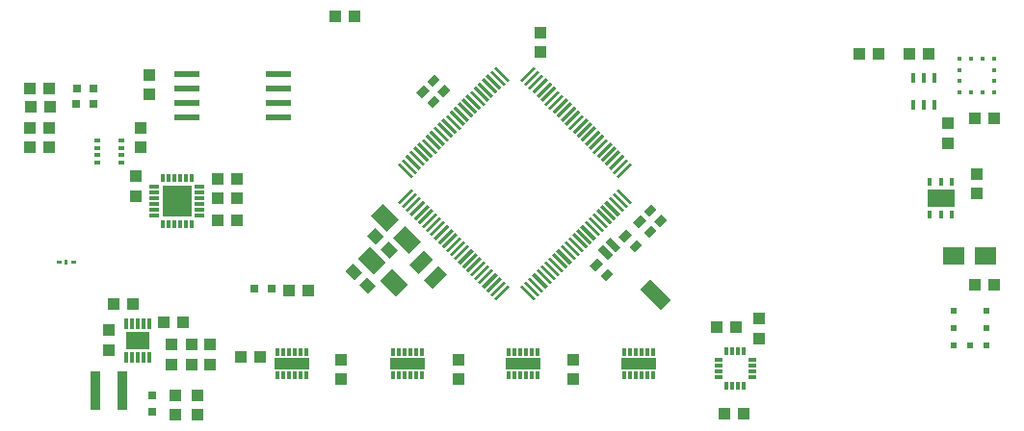
<source format=gtp>
G75*
%MOIN*%
%OFA0B0*%
%FSLAX25Y25*%
%IPPOS*%
%LPD*%
%AMOC8*
5,1,8,0,0,1.08239X$1,22.5*
%
%ADD10R,0.04331X0.03937*%
%ADD11R,0.07677X0.05906*%
%ADD12R,0.08465X0.06299*%
%ADD13C,0.00011*%
%ADD14R,0.03800X0.13200*%
%ADD15R,0.03937X0.04331*%
%ADD16R,0.03150X0.03150*%
%ADD17R,0.01200X0.02600*%
%ADD18R,0.12200X0.03900*%
%ADD19R,0.01181X0.03150*%
%ADD20R,0.03150X0.01181*%
%ADD21R,0.01378X0.03150*%
%ADD22R,0.03346X0.01378*%
%ADD23R,0.10236X0.11024*%
%ADD24R,0.02756X0.03543*%
%ADD25R,0.05000X0.02500*%
%ADD26R,0.10000X0.05000*%
%ADD27R,0.08700X0.02400*%
%ADD28R,0.01969X0.01378*%
%ADD29R,0.01100X0.06600*%
%ADD30R,0.04331X0.07087*%
%ADD31C,0.00030*%
%ADD32R,0.01575X0.01575*%
%ADD33R,0.01600X0.02800*%
%ADD34R,0.09400X0.05900*%
%ADD35R,0.01969X0.02362*%
%ADD36R,0.02362X0.01969*%
%ADD37R,0.01200X0.03543*%
D10*
X0067378Y0008229D03*
X0075078Y0008154D03*
X0075078Y0014846D03*
X0067378Y0014921D03*
X0090132Y0028300D03*
X0096825Y0028300D03*
X0070100Y0040375D03*
X0063407Y0040375D03*
X0082132Y0075600D03*
X0088825Y0075600D03*
X0088625Y0083200D03*
X0081932Y0083200D03*
X0081932Y0090000D03*
X0088625Y0090000D03*
G36*
X0136851Y0067144D02*
X0133790Y0070205D01*
X0136573Y0072988D01*
X0139634Y0069927D01*
X0136851Y0067144D01*
G37*
G36*
X0141584Y0062412D02*
X0138523Y0065473D01*
X0141306Y0068256D01*
X0144367Y0065195D01*
X0141584Y0062412D01*
G37*
G36*
X0129251Y0054944D02*
X0126190Y0058005D01*
X0128973Y0060788D01*
X0132034Y0057727D01*
X0129251Y0054944D01*
G37*
G36*
X0133984Y0050212D02*
X0130923Y0053273D01*
X0133706Y0056056D01*
X0136767Y0052995D01*
X0133984Y0050212D01*
G37*
X0254782Y0038725D03*
X0261475Y0038725D03*
X0264175Y0008725D03*
X0257482Y0008725D03*
X0343932Y0053300D03*
X0350625Y0053300D03*
X0350625Y0110800D03*
X0343932Y0110800D03*
X0328125Y0133300D03*
X0321432Y0133300D03*
X0129450Y0146450D03*
X0122757Y0146450D03*
X0058503Y0125996D03*
X0058503Y0119304D03*
D11*
G36*
X0140475Y0071727D02*
X0135049Y0077153D01*
X0139225Y0081329D01*
X0144651Y0075903D01*
X0140475Y0071727D01*
G37*
G36*
X0148131Y0064071D02*
X0142705Y0069497D01*
X0146881Y0073673D01*
X0152307Y0068247D01*
X0148131Y0064071D01*
G37*
G36*
X0136075Y0056927D02*
X0130649Y0062353D01*
X0134825Y0066529D01*
X0140251Y0061103D01*
X0136075Y0056927D01*
G37*
G36*
X0143731Y0049271D02*
X0138305Y0054697D01*
X0142481Y0058873D01*
X0147907Y0053447D01*
X0143731Y0049271D01*
G37*
X0336865Y0063300D03*
X0347692Y0063300D03*
D12*
X0054253Y0034125D03*
D13*
X0054799Y0029986D02*
X0054799Y0026748D01*
X0053707Y0026748D01*
X0053707Y0029986D01*
X0054799Y0029986D01*
X0054799Y0026758D02*
X0053707Y0026758D01*
X0053707Y0026768D02*
X0054799Y0026768D01*
X0054799Y0026778D02*
X0053707Y0026778D01*
X0053707Y0026788D02*
X0054799Y0026788D01*
X0054799Y0026798D02*
X0053707Y0026798D01*
X0053707Y0026808D02*
X0054799Y0026808D01*
X0054799Y0026818D02*
X0053707Y0026818D01*
X0053707Y0026828D02*
X0054799Y0026828D01*
X0054799Y0026838D02*
X0053707Y0026838D01*
X0053707Y0026848D02*
X0054799Y0026848D01*
X0054799Y0026858D02*
X0053707Y0026858D01*
X0053707Y0026868D02*
X0054799Y0026868D01*
X0054799Y0026878D02*
X0053707Y0026878D01*
X0053707Y0026888D02*
X0054799Y0026888D01*
X0054799Y0026898D02*
X0053707Y0026898D01*
X0053707Y0026908D02*
X0054799Y0026908D01*
X0054799Y0026918D02*
X0053707Y0026918D01*
X0053707Y0026928D02*
X0054799Y0026928D01*
X0054799Y0026938D02*
X0053707Y0026938D01*
X0053707Y0026948D02*
X0054799Y0026948D01*
X0054799Y0026958D02*
X0053707Y0026958D01*
X0053707Y0026968D02*
X0054799Y0026968D01*
X0054799Y0026978D02*
X0053707Y0026978D01*
X0053707Y0026988D02*
X0054799Y0026988D01*
X0054799Y0026998D02*
X0053707Y0026998D01*
X0053707Y0027008D02*
X0054799Y0027008D01*
X0054799Y0027018D02*
X0053707Y0027018D01*
X0053707Y0027028D02*
X0054799Y0027028D01*
X0054799Y0027038D02*
X0053707Y0027038D01*
X0053707Y0027048D02*
X0054799Y0027048D01*
X0054799Y0027058D02*
X0053707Y0027058D01*
X0053707Y0027068D02*
X0054799Y0027068D01*
X0054799Y0027078D02*
X0053707Y0027078D01*
X0053707Y0027088D02*
X0054799Y0027088D01*
X0054799Y0027098D02*
X0053707Y0027098D01*
X0053707Y0027108D02*
X0054799Y0027108D01*
X0054799Y0027118D02*
X0053707Y0027118D01*
X0053707Y0027128D02*
X0054799Y0027128D01*
X0054799Y0027138D02*
X0053707Y0027138D01*
X0053707Y0027148D02*
X0054799Y0027148D01*
X0054799Y0027158D02*
X0053707Y0027158D01*
X0053707Y0027168D02*
X0054799Y0027168D01*
X0054799Y0027178D02*
X0053707Y0027178D01*
X0053707Y0027188D02*
X0054799Y0027188D01*
X0054799Y0027198D02*
X0053707Y0027198D01*
X0053707Y0027208D02*
X0054799Y0027208D01*
X0054799Y0027218D02*
X0053707Y0027218D01*
X0053707Y0027228D02*
X0054799Y0027228D01*
X0054799Y0027238D02*
X0053707Y0027238D01*
X0053707Y0027248D02*
X0054799Y0027248D01*
X0054799Y0027258D02*
X0053707Y0027258D01*
X0053707Y0027268D02*
X0054799Y0027268D01*
X0054799Y0027278D02*
X0053707Y0027278D01*
X0053707Y0027288D02*
X0054799Y0027288D01*
X0054799Y0027298D02*
X0053707Y0027298D01*
X0053707Y0027308D02*
X0054799Y0027308D01*
X0054799Y0027318D02*
X0053707Y0027318D01*
X0053707Y0027328D02*
X0054799Y0027328D01*
X0054799Y0027338D02*
X0053707Y0027338D01*
X0053707Y0027348D02*
X0054799Y0027348D01*
X0054799Y0027358D02*
X0053707Y0027358D01*
X0053707Y0027368D02*
X0054799Y0027368D01*
X0054799Y0027378D02*
X0053707Y0027378D01*
X0053707Y0027388D02*
X0054799Y0027388D01*
X0054799Y0027398D02*
X0053707Y0027398D01*
X0053707Y0027408D02*
X0054799Y0027408D01*
X0054799Y0027418D02*
X0053707Y0027418D01*
X0053707Y0027428D02*
X0054799Y0027428D01*
X0054799Y0027438D02*
X0053707Y0027438D01*
X0053707Y0027448D02*
X0054799Y0027448D01*
X0054799Y0027458D02*
X0053707Y0027458D01*
X0053707Y0027468D02*
X0054799Y0027468D01*
X0054799Y0027478D02*
X0053707Y0027478D01*
X0053707Y0027488D02*
X0054799Y0027488D01*
X0054799Y0027498D02*
X0053707Y0027498D01*
X0053707Y0027508D02*
X0054799Y0027508D01*
X0054799Y0027518D02*
X0053707Y0027518D01*
X0053707Y0027528D02*
X0054799Y0027528D01*
X0054799Y0027538D02*
X0053707Y0027538D01*
X0053707Y0027548D02*
X0054799Y0027548D01*
X0054799Y0027558D02*
X0053707Y0027558D01*
X0053707Y0027568D02*
X0054799Y0027568D01*
X0054799Y0027578D02*
X0053707Y0027578D01*
X0053707Y0027588D02*
X0054799Y0027588D01*
X0054799Y0027598D02*
X0053707Y0027598D01*
X0053707Y0027608D02*
X0054799Y0027608D01*
X0054799Y0027618D02*
X0053707Y0027618D01*
X0053707Y0027628D02*
X0054799Y0027628D01*
X0054799Y0027638D02*
X0053707Y0027638D01*
X0053707Y0027648D02*
X0054799Y0027648D01*
X0054799Y0027658D02*
X0053707Y0027658D01*
X0053707Y0027668D02*
X0054799Y0027668D01*
X0054799Y0027678D02*
X0053707Y0027678D01*
X0053707Y0027688D02*
X0054799Y0027688D01*
X0054799Y0027698D02*
X0053707Y0027698D01*
X0053707Y0027708D02*
X0054799Y0027708D01*
X0054799Y0027718D02*
X0053707Y0027718D01*
X0053707Y0027728D02*
X0054799Y0027728D01*
X0054799Y0027738D02*
X0053707Y0027738D01*
X0053707Y0027748D02*
X0054799Y0027748D01*
X0054799Y0027758D02*
X0053707Y0027758D01*
X0053707Y0027768D02*
X0054799Y0027768D01*
X0054799Y0027778D02*
X0053707Y0027778D01*
X0053707Y0027788D02*
X0054799Y0027788D01*
X0054799Y0027798D02*
X0053707Y0027798D01*
X0053707Y0027808D02*
X0054799Y0027808D01*
X0054799Y0027818D02*
X0053707Y0027818D01*
X0053707Y0027828D02*
X0054799Y0027828D01*
X0054799Y0027838D02*
X0053707Y0027838D01*
X0053707Y0027848D02*
X0054799Y0027848D01*
X0054799Y0027858D02*
X0053707Y0027858D01*
X0053707Y0027868D02*
X0054799Y0027868D01*
X0054799Y0027878D02*
X0053707Y0027878D01*
X0053707Y0027888D02*
X0054799Y0027888D01*
X0054799Y0027898D02*
X0053707Y0027898D01*
X0053707Y0027908D02*
X0054799Y0027908D01*
X0054799Y0027918D02*
X0053707Y0027918D01*
X0053707Y0027928D02*
X0054799Y0027928D01*
X0054799Y0027938D02*
X0053707Y0027938D01*
X0053707Y0027948D02*
X0054799Y0027948D01*
X0054799Y0027958D02*
X0053707Y0027958D01*
X0053707Y0027968D02*
X0054799Y0027968D01*
X0054799Y0027978D02*
X0053707Y0027978D01*
X0053707Y0027988D02*
X0054799Y0027988D01*
X0054799Y0027998D02*
X0053707Y0027998D01*
X0053707Y0028008D02*
X0054799Y0028008D01*
X0054799Y0028018D02*
X0053707Y0028018D01*
X0053707Y0028028D02*
X0054799Y0028028D01*
X0054799Y0028038D02*
X0053707Y0028038D01*
X0053707Y0028048D02*
X0054799Y0028048D01*
X0054799Y0028058D02*
X0053707Y0028058D01*
X0053707Y0028068D02*
X0054799Y0028068D01*
X0054799Y0028078D02*
X0053707Y0028078D01*
X0053707Y0028088D02*
X0054799Y0028088D01*
X0054799Y0028098D02*
X0053707Y0028098D01*
X0053707Y0028108D02*
X0054799Y0028108D01*
X0054799Y0028118D02*
X0053707Y0028118D01*
X0053707Y0028128D02*
X0054799Y0028128D01*
X0054799Y0028138D02*
X0053707Y0028138D01*
X0053707Y0028148D02*
X0054799Y0028148D01*
X0054799Y0028158D02*
X0053707Y0028158D01*
X0053707Y0028168D02*
X0054799Y0028168D01*
X0054799Y0028178D02*
X0053707Y0028178D01*
X0053707Y0028188D02*
X0054799Y0028188D01*
X0054799Y0028198D02*
X0053707Y0028198D01*
X0053707Y0028208D02*
X0054799Y0028208D01*
X0054799Y0028218D02*
X0053707Y0028218D01*
X0053707Y0028228D02*
X0054799Y0028228D01*
X0054799Y0028238D02*
X0053707Y0028238D01*
X0053707Y0028248D02*
X0054799Y0028248D01*
X0054799Y0028258D02*
X0053707Y0028258D01*
X0053707Y0028268D02*
X0054799Y0028268D01*
X0054799Y0028278D02*
X0053707Y0028278D01*
X0053707Y0028288D02*
X0054799Y0028288D01*
X0054799Y0028298D02*
X0053707Y0028298D01*
X0053707Y0028308D02*
X0054799Y0028308D01*
X0054799Y0028318D02*
X0053707Y0028318D01*
X0053707Y0028328D02*
X0054799Y0028328D01*
X0054799Y0028338D02*
X0053707Y0028338D01*
X0053707Y0028348D02*
X0054799Y0028348D01*
X0054799Y0028358D02*
X0053707Y0028358D01*
X0053707Y0028368D02*
X0054799Y0028368D01*
X0054799Y0028378D02*
X0053707Y0028378D01*
X0053707Y0028388D02*
X0054799Y0028388D01*
X0054799Y0028398D02*
X0053707Y0028398D01*
X0053707Y0028408D02*
X0054799Y0028408D01*
X0054799Y0028418D02*
X0053707Y0028418D01*
X0053707Y0028428D02*
X0054799Y0028428D01*
X0054799Y0028438D02*
X0053707Y0028438D01*
X0053707Y0028448D02*
X0054799Y0028448D01*
X0054799Y0028458D02*
X0053707Y0028458D01*
X0053707Y0028468D02*
X0054799Y0028468D01*
X0054799Y0028478D02*
X0053707Y0028478D01*
X0053707Y0028488D02*
X0054799Y0028488D01*
X0054799Y0028498D02*
X0053707Y0028498D01*
X0053707Y0028508D02*
X0054799Y0028508D01*
X0054799Y0028518D02*
X0053707Y0028518D01*
X0053707Y0028528D02*
X0054799Y0028528D01*
X0054799Y0028538D02*
X0053707Y0028538D01*
X0053707Y0028548D02*
X0054799Y0028548D01*
X0054799Y0028558D02*
X0053707Y0028558D01*
X0053707Y0028568D02*
X0054799Y0028568D01*
X0054799Y0028578D02*
X0053707Y0028578D01*
X0053707Y0028588D02*
X0054799Y0028588D01*
X0054799Y0028598D02*
X0053707Y0028598D01*
X0053707Y0028608D02*
X0054799Y0028608D01*
X0054799Y0028618D02*
X0053707Y0028618D01*
X0053707Y0028628D02*
X0054799Y0028628D01*
X0054799Y0028638D02*
X0053707Y0028638D01*
X0053707Y0028648D02*
X0054799Y0028648D01*
X0054799Y0028658D02*
X0053707Y0028658D01*
X0053707Y0028668D02*
X0054799Y0028668D01*
X0054799Y0028678D02*
X0053707Y0028678D01*
X0053707Y0028688D02*
X0054799Y0028688D01*
X0054799Y0028698D02*
X0053707Y0028698D01*
X0053707Y0028708D02*
X0054799Y0028708D01*
X0054799Y0028718D02*
X0053707Y0028718D01*
X0053707Y0028728D02*
X0054799Y0028728D01*
X0054799Y0028738D02*
X0053707Y0028738D01*
X0053707Y0028748D02*
X0054799Y0028748D01*
X0054799Y0028758D02*
X0053707Y0028758D01*
X0053707Y0028768D02*
X0054799Y0028768D01*
X0054799Y0028778D02*
X0053707Y0028778D01*
X0053707Y0028788D02*
X0054799Y0028788D01*
X0054799Y0028798D02*
X0053707Y0028798D01*
X0053707Y0028808D02*
X0054799Y0028808D01*
X0054799Y0028818D02*
X0053707Y0028818D01*
X0053707Y0028828D02*
X0054799Y0028828D01*
X0054799Y0028838D02*
X0053707Y0028838D01*
X0053707Y0028848D02*
X0054799Y0028848D01*
X0054799Y0028858D02*
X0053707Y0028858D01*
X0053707Y0028868D02*
X0054799Y0028868D01*
X0054799Y0028878D02*
X0053707Y0028878D01*
X0053707Y0028888D02*
X0054799Y0028888D01*
X0054799Y0028898D02*
X0053707Y0028898D01*
X0053707Y0028908D02*
X0054799Y0028908D01*
X0054799Y0028918D02*
X0053707Y0028918D01*
X0053707Y0028928D02*
X0054799Y0028928D01*
X0054799Y0028938D02*
X0053707Y0028938D01*
X0053707Y0028948D02*
X0054799Y0028948D01*
X0054799Y0028958D02*
X0053707Y0028958D01*
X0053707Y0028968D02*
X0054799Y0028968D01*
X0054799Y0028978D02*
X0053707Y0028978D01*
X0053707Y0028988D02*
X0054799Y0028988D01*
X0054799Y0028998D02*
X0053707Y0028998D01*
X0053707Y0029008D02*
X0054799Y0029008D01*
X0054799Y0029018D02*
X0053707Y0029018D01*
X0053707Y0029028D02*
X0054799Y0029028D01*
X0054799Y0029038D02*
X0053707Y0029038D01*
X0053707Y0029048D02*
X0054799Y0029048D01*
X0054799Y0029058D02*
X0053707Y0029058D01*
X0053707Y0029068D02*
X0054799Y0029068D01*
X0054799Y0029078D02*
X0053707Y0029078D01*
X0053707Y0029088D02*
X0054799Y0029088D01*
X0054799Y0029098D02*
X0053707Y0029098D01*
X0053707Y0029108D02*
X0054799Y0029108D01*
X0054799Y0029118D02*
X0053707Y0029118D01*
X0053707Y0029128D02*
X0054799Y0029128D01*
X0054799Y0029138D02*
X0053707Y0029138D01*
X0053707Y0029148D02*
X0054799Y0029148D01*
X0054799Y0029158D02*
X0053707Y0029158D01*
X0053707Y0029168D02*
X0054799Y0029168D01*
X0054799Y0029178D02*
X0053707Y0029178D01*
X0053707Y0029188D02*
X0054799Y0029188D01*
X0054799Y0029198D02*
X0053707Y0029198D01*
X0053707Y0029208D02*
X0054799Y0029208D01*
X0054799Y0029218D02*
X0053707Y0029218D01*
X0053707Y0029228D02*
X0054799Y0029228D01*
X0054799Y0029238D02*
X0053707Y0029238D01*
X0053707Y0029248D02*
X0054799Y0029248D01*
X0054799Y0029258D02*
X0053707Y0029258D01*
X0053707Y0029268D02*
X0054799Y0029268D01*
X0054799Y0029278D02*
X0053707Y0029278D01*
X0053707Y0029288D02*
X0054799Y0029288D01*
X0054799Y0029298D02*
X0053707Y0029298D01*
X0053707Y0029308D02*
X0054799Y0029308D01*
X0054799Y0029318D02*
X0053707Y0029318D01*
X0053707Y0029328D02*
X0054799Y0029328D01*
X0054799Y0029338D02*
X0053707Y0029338D01*
X0053707Y0029348D02*
X0054799Y0029348D01*
X0054799Y0029358D02*
X0053707Y0029358D01*
X0053707Y0029368D02*
X0054799Y0029368D01*
X0054799Y0029378D02*
X0053707Y0029378D01*
X0053707Y0029388D02*
X0054799Y0029388D01*
X0054799Y0029398D02*
X0053707Y0029398D01*
X0053707Y0029408D02*
X0054799Y0029408D01*
X0054799Y0029418D02*
X0053707Y0029418D01*
X0053707Y0029428D02*
X0054799Y0029428D01*
X0054799Y0029438D02*
X0053707Y0029438D01*
X0053707Y0029448D02*
X0054799Y0029448D01*
X0054799Y0029458D02*
X0053707Y0029458D01*
X0053707Y0029468D02*
X0054799Y0029468D01*
X0054799Y0029478D02*
X0053707Y0029478D01*
X0053707Y0029488D02*
X0054799Y0029488D01*
X0054799Y0029498D02*
X0053707Y0029498D01*
X0053707Y0029508D02*
X0054799Y0029508D01*
X0054799Y0029518D02*
X0053707Y0029518D01*
X0053707Y0029528D02*
X0054799Y0029528D01*
X0054799Y0029538D02*
X0053707Y0029538D01*
X0053707Y0029548D02*
X0054799Y0029548D01*
X0054799Y0029558D02*
X0053707Y0029558D01*
X0053707Y0029568D02*
X0054799Y0029568D01*
X0054799Y0029578D02*
X0053707Y0029578D01*
X0053707Y0029588D02*
X0054799Y0029588D01*
X0054799Y0029598D02*
X0053707Y0029598D01*
X0053707Y0029608D02*
X0054799Y0029608D01*
X0054799Y0029618D02*
X0053707Y0029618D01*
X0053707Y0029628D02*
X0054799Y0029628D01*
X0054799Y0029638D02*
X0053707Y0029638D01*
X0053707Y0029648D02*
X0054799Y0029648D01*
X0054799Y0029658D02*
X0053707Y0029658D01*
X0053707Y0029668D02*
X0054799Y0029668D01*
X0054799Y0029678D02*
X0053707Y0029678D01*
X0053707Y0029688D02*
X0054799Y0029688D01*
X0054799Y0029698D02*
X0053707Y0029698D01*
X0053707Y0029708D02*
X0054799Y0029708D01*
X0054799Y0029718D02*
X0053707Y0029718D01*
X0053707Y0029728D02*
X0054799Y0029728D01*
X0054799Y0029738D02*
X0053707Y0029738D01*
X0053707Y0029748D02*
X0054799Y0029748D01*
X0054799Y0029758D02*
X0053707Y0029758D01*
X0053707Y0029768D02*
X0054799Y0029768D01*
X0054799Y0029778D02*
X0053707Y0029778D01*
X0053707Y0029788D02*
X0054799Y0029788D01*
X0054799Y0029798D02*
X0053707Y0029798D01*
X0053707Y0029808D02*
X0054799Y0029808D01*
X0054799Y0029818D02*
X0053707Y0029818D01*
X0053707Y0029828D02*
X0054799Y0029828D01*
X0054799Y0029838D02*
X0053707Y0029838D01*
X0053707Y0029848D02*
X0054799Y0029848D01*
X0054799Y0029858D02*
X0053707Y0029858D01*
X0053707Y0029868D02*
X0054799Y0029868D01*
X0054799Y0029878D02*
X0053707Y0029878D01*
X0053707Y0029888D02*
X0054799Y0029888D01*
X0054799Y0029898D02*
X0053707Y0029898D01*
X0053707Y0029908D02*
X0054799Y0029908D01*
X0054799Y0029918D02*
X0053707Y0029918D01*
X0053707Y0029928D02*
X0054799Y0029928D01*
X0054799Y0029938D02*
X0053707Y0029938D01*
X0053707Y0029948D02*
X0054799Y0029948D01*
X0054799Y0029958D02*
X0053707Y0029958D01*
X0053707Y0029968D02*
X0054799Y0029968D01*
X0054799Y0029978D02*
X0053707Y0029978D01*
X0052831Y0029986D02*
X0052831Y0026748D01*
X0051739Y0026748D01*
X0051739Y0029986D01*
X0052831Y0029986D01*
X0052831Y0026758D02*
X0051739Y0026758D01*
X0051739Y0026768D02*
X0052831Y0026768D01*
X0052831Y0026778D02*
X0051739Y0026778D01*
X0051739Y0026788D02*
X0052831Y0026788D01*
X0052831Y0026798D02*
X0051739Y0026798D01*
X0051739Y0026808D02*
X0052831Y0026808D01*
X0052831Y0026818D02*
X0051739Y0026818D01*
X0051739Y0026828D02*
X0052831Y0026828D01*
X0052831Y0026838D02*
X0051739Y0026838D01*
X0051739Y0026848D02*
X0052831Y0026848D01*
X0052831Y0026858D02*
X0051739Y0026858D01*
X0051739Y0026868D02*
X0052831Y0026868D01*
X0052831Y0026878D02*
X0051739Y0026878D01*
X0051739Y0026888D02*
X0052831Y0026888D01*
X0052831Y0026898D02*
X0051739Y0026898D01*
X0051739Y0026908D02*
X0052831Y0026908D01*
X0052831Y0026918D02*
X0051739Y0026918D01*
X0051739Y0026928D02*
X0052831Y0026928D01*
X0052831Y0026938D02*
X0051739Y0026938D01*
X0051739Y0026948D02*
X0052831Y0026948D01*
X0052831Y0026958D02*
X0051739Y0026958D01*
X0051739Y0026968D02*
X0052831Y0026968D01*
X0052831Y0026978D02*
X0051739Y0026978D01*
X0051739Y0026988D02*
X0052831Y0026988D01*
X0052831Y0026998D02*
X0051739Y0026998D01*
X0051739Y0027008D02*
X0052831Y0027008D01*
X0052831Y0027018D02*
X0051739Y0027018D01*
X0051739Y0027028D02*
X0052831Y0027028D01*
X0052831Y0027038D02*
X0051739Y0027038D01*
X0051739Y0027048D02*
X0052831Y0027048D01*
X0052831Y0027058D02*
X0051739Y0027058D01*
X0051739Y0027068D02*
X0052831Y0027068D01*
X0052831Y0027078D02*
X0051739Y0027078D01*
X0051739Y0027088D02*
X0052831Y0027088D01*
X0052831Y0027098D02*
X0051739Y0027098D01*
X0051739Y0027108D02*
X0052831Y0027108D01*
X0052831Y0027118D02*
X0051739Y0027118D01*
X0051739Y0027128D02*
X0052831Y0027128D01*
X0052831Y0027138D02*
X0051739Y0027138D01*
X0051739Y0027148D02*
X0052831Y0027148D01*
X0052831Y0027158D02*
X0051739Y0027158D01*
X0051739Y0027168D02*
X0052831Y0027168D01*
X0052831Y0027178D02*
X0051739Y0027178D01*
X0051739Y0027188D02*
X0052831Y0027188D01*
X0052831Y0027198D02*
X0051739Y0027198D01*
X0051739Y0027208D02*
X0052831Y0027208D01*
X0052831Y0027218D02*
X0051739Y0027218D01*
X0051739Y0027228D02*
X0052831Y0027228D01*
X0052831Y0027238D02*
X0051739Y0027238D01*
X0051739Y0027248D02*
X0052831Y0027248D01*
X0052831Y0027258D02*
X0051739Y0027258D01*
X0051739Y0027268D02*
X0052831Y0027268D01*
X0052831Y0027278D02*
X0051739Y0027278D01*
X0051739Y0027288D02*
X0052831Y0027288D01*
X0052831Y0027298D02*
X0051739Y0027298D01*
X0051739Y0027308D02*
X0052831Y0027308D01*
X0052831Y0027318D02*
X0051739Y0027318D01*
X0051739Y0027328D02*
X0052831Y0027328D01*
X0052831Y0027338D02*
X0051739Y0027338D01*
X0051739Y0027348D02*
X0052831Y0027348D01*
X0052831Y0027358D02*
X0051739Y0027358D01*
X0051739Y0027368D02*
X0052831Y0027368D01*
X0052831Y0027378D02*
X0051739Y0027378D01*
X0051739Y0027388D02*
X0052831Y0027388D01*
X0052831Y0027398D02*
X0051739Y0027398D01*
X0051739Y0027408D02*
X0052831Y0027408D01*
X0052831Y0027418D02*
X0051739Y0027418D01*
X0051739Y0027428D02*
X0052831Y0027428D01*
X0052831Y0027438D02*
X0051739Y0027438D01*
X0051739Y0027448D02*
X0052831Y0027448D01*
X0052831Y0027458D02*
X0051739Y0027458D01*
X0051739Y0027468D02*
X0052831Y0027468D01*
X0052831Y0027478D02*
X0051739Y0027478D01*
X0051739Y0027488D02*
X0052831Y0027488D01*
X0052831Y0027498D02*
X0051739Y0027498D01*
X0051739Y0027508D02*
X0052831Y0027508D01*
X0052831Y0027518D02*
X0051739Y0027518D01*
X0051739Y0027528D02*
X0052831Y0027528D01*
X0052831Y0027538D02*
X0051739Y0027538D01*
X0051739Y0027548D02*
X0052831Y0027548D01*
X0052831Y0027558D02*
X0051739Y0027558D01*
X0051739Y0027568D02*
X0052831Y0027568D01*
X0052831Y0027578D02*
X0051739Y0027578D01*
X0051739Y0027588D02*
X0052831Y0027588D01*
X0052831Y0027598D02*
X0051739Y0027598D01*
X0051739Y0027608D02*
X0052831Y0027608D01*
X0052831Y0027618D02*
X0051739Y0027618D01*
X0051739Y0027628D02*
X0052831Y0027628D01*
X0052831Y0027638D02*
X0051739Y0027638D01*
X0051739Y0027648D02*
X0052831Y0027648D01*
X0052831Y0027658D02*
X0051739Y0027658D01*
X0051739Y0027668D02*
X0052831Y0027668D01*
X0052831Y0027678D02*
X0051739Y0027678D01*
X0051739Y0027688D02*
X0052831Y0027688D01*
X0052831Y0027698D02*
X0051739Y0027698D01*
X0051739Y0027708D02*
X0052831Y0027708D01*
X0052831Y0027718D02*
X0051739Y0027718D01*
X0051739Y0027728D02*
X0052831Y0027728D01*
X0052831Y0027738D02*
X0051739Y0027738D01*
X0051739Y0027748D02*
X0052831Y0027748D01*
X0052831Y0027758D02*
X0051739Y0027758D01*
X0051739Y0027768D02*
X0052831Y0027768D01*
X0052831Y0027778D02*
X0051739Y0027778D01*
X0051739Y0027788D02*
X0052831Y0027788D01*
X0052831Y0027798D02*
X0051739Y0027798D01*
X0051739Y0027808D02*
X0052831Y0027808D01*
X0052831Y0027818D02*
X0051739Y0027818D01*
X0051739Y0027828D02*
X0052831Y0027828D01*
X0052831Y0027838D02*
X0051739Y0027838D01*
X0051739Y0027848D02*
X0052831Y0027848D01*
X0052831Y0027858D02*
X0051739Y0027858D01*
X0051739Y0027868D02*
X0052831Y0027868D01*
X0052831Y0027878D02*
X0051739Y0027878D01*
X0051739Y0027888D02*
X0052831Y0027888D01*
X0052831Y0027898D02*
X0051739Y0027898D01*
X0051739Y0027908D02*
X0052831Y0027908D01*
X0052831Y0027918D02*
X0051739Y0027918D01*
X0051739Y0027928D02*
X0052831Y0027928D01*
X0052831Y0027938D02*
X0051739Y0027938D01*
X0051739Y0027948D02*
X0052831Y0027948D01*
X0052831Y0027958D02*
X0051739Y0027958D01*
X0051739Y0027968D02*
X0052831Y0027968D01*
X0052831Y0027978D02*
X0051739Y0027978D01*
X0051739Y0027988D02*
X0052831Y0027988D01*
X0052831Y0027998D02*
X0051739Y0027998D01*
X0051739Y0028008D02*
X0052831Y0028008D01*
X0052831Y0028018D02*
X0051739Y0028018D01*
X0051739Y0028028D02*
X0052831Y0028028D01*
X0052831Y0028038D02*
X0051739Y0028038D01*
X0051739Y0028048D02*
X0052831Y0028048D01*
X0052831Y0028058D02*
X0051739Y0028058D01*
X0051739Y0028068D02*
X0052831Y0028068D01*
X0052831Y0028078D02*
X0051739Y0028078D01*
X0051739Y0028088D02*
X0052831Y0028088D01*
X0052831Y0028098D02*
X0051739Y0028098D01*
X0051739Y0028108D02*
X0052831Y0028108D01*
X0052831Y0028118D02*
X0051739Y0028118D01*
X0051739Y0028128D02*
X0052831Y0028128D01*
X0052831Y0028138D02*
X0051739Y0028138D01*
X0051739Y0028148D02*
X0052831Y0028148D01*
X0052831Y0028158D02*
X0051739Y0028158D01*
X0051739Y0028168D02*
X0052831Y0028168D01*
X0052831Y0028178D02*
X0051739Y0028178D01*
X0051739Y0028188D02*
X0052831Y0028188D01*
X0052831Y0028198D02*
X0051739Y0028198D01*
X0051739Y0028208D02*
X0052831Y0028208D01*
X0052831Y0028218D02*
X0051739Y0028218D01*
X0051739Y0028228D02*
X0052831Y0028228D01*
X0052831Y0028238D02*
X0051739Y0028238D01*
X0051739Y0028248D02*
X0052831Y0028248D01*
X0052831Y0028258D02*
X0051739Y0028258D01*
X0051739Y0028268D02*
X0052831Y0028268D01*
X0052831Y0028278D02*
X0051739Y0028278D01*
X0051739Y0028288D02*
X0052831Y0028288D01*
X0052831Y0028298D02*
X0051739Y0028298D01*
X0051739Y0028308D02*
X0052831Y0028308D01*
X0052831Y0028318D02*
X0051739Y0028318D01*
X0051739Y0028328D02*
X0052831Y0028328D01*
X0052831Y0028338D02*
X0051739Y0028338D01*
X0051739Y0028348D02*
X0052831Y0028348D01*
X0052831Y0028358D02*
X0051739Y0028358D01*
X0051739Y0028368D02*
X0052831Y0028368D01*
X0052831Y0028378D02*
X0051739Y0028378D01*
X0051739Y0028388D02*
X0052831Y0028388D01*
X0052831Y0028398D02*
X0051739Y0028398D01*
X0051739Y0028408D02*
X0052831Y0028408D01*
X0052831Y0028418D02*
X0051739Y0028418D01*
X0051739Y0028428D02*
X0052831Y0028428D01*
X0052831Y0028438D02*
X0051739Y0028438D01*
X0051739Y0028448D02*
X0052831Y0028448D01*
X0052831Y0028458D02*
X0051739Y0028458D01*
X0051739Y0028468D02*
X0052831Y0028468D01*
X0052831Y0028478D02*
X0051739Y0028478D01*
X0051739Y0028488D02*
X0052831Y0028488D01*
X0052831Y0028498D02*
X0051739Y0028498D01*
X0051739Y0028508D02*
X0052831Y0028508D01*
X0052831Y0028518D02*
X0051739Y0028518D01*
X0051739Y0028528D02*
X0052831Y0028528D01*
X0052831Y0028538D02*
X0051739Y0028538D01*
X0051739Y0028548D02*
X0052831Y0028548D01*
X0052831Y0028558D02*
X0051739Y0028558D01*
X0051739Y0028568D02*
X0052831Y0028568D01*
X0052831Y0028578D02*
X0051739Y0028578D01*
X0051739Y0028588D02*
X0052831Y0028588D01*
X0052831Y0028598D02*
X0051739Y0028598D01*
X0051739Y0028608D02*
X0052831Y0028608D01*
X0052831Y0028618D02*
X0051739Y0028618D01*
X0051739Y0028628D02*
X0052831Y0028628D01*
X0052831Y0028638D02*
X0051739Y0028638D01*
X0051739Y0028648D02*
X0052831Y0028648D01*
X0052831Y0028658D02*
X0051739Y0028658D01*
X0051739Y0028668D02*
X0052831Y0028668D01*
X0052831Y0028678D02*
X0051739Y0028678D01*
X0051739Y0028688D02*
X0052831Y0028688D01*
X0052831Y0028698D02*
X0051739Y0028698D01*
X0051739Y0028708D02*
X0052831Y0028708D01*
X0052831Y0028718D02*
X0051739Y0028718D01*
X0051739Y0028728D02*
X0052831Y0028728D01*
X0052831Y0028738D02*
X0051739Y0028738D01*
X0051739Y0028748D02*
X0052831Y0028748D01*
X0052831Y0028758D02*
X0051739Y0028758D01*
X0051739Y0028768D02*
X0052831Y0028768D01*
X0052831Y0028778D02*
X0051739Y0028778D01*
X0051739Y0028788D02*
X0052831Y0028788D01*
X0052831Y0028798D02*
X0051739Y0028798D01*
X0051739Y0028808D02*
X0052831Y0028808D01*
X0052831Y0028818D02*
X0051739Y0028818D01*
X0051739Y0028828D02*
X0052831Y0028828D01*
X0052831Y0028838D02*
X0051739Y0028838D01*
X0051739Y0028848D02*
X0052831Y0028848D01*
X0052831Y0028858D02*
X0051739Y0028858D01*
X0051739Y0028868D02*
X0052831Y0028868D01*
X0052831Y0028878D02*
X0051739Y0028878D01*
X0051739Y0028888D02*
X0052831Y0028888D01*
X0052831Y0028898D02*
X0051739Y0028898D01*
X0051739Y0028908D02*
X0052831Y0028908D01*
X0052831Y0028918D02*
X0051739Y0028918D01*
X0051739Y0028928D02*
X0052831Y0028928D01*
X0052831Y0028938D02*
X0051739Y0028938D01*
X0051739Y0028948D02*
X0052831Y0028948D01*
X0052831Y0028958D02*
X0051739Y0028958D01*
X0051739Y0028968D02*
X0052831Y0028968D01*
X0052831Y0028978D02*
X0051739Y0028978D01*
X0051739Y0028988D02*
X0052831Y0028988D01*
X0052831Y0028998D02*
X0051739Y0028998D01*
X0051739Y0029008D02*
X0052831Y0029008D01*
X0052831Y0029018D02*
X0051739Y0029018D01*
X0051739Y0029028D02*
X0052831Y0029028D01*
X0052831Y0029038D02*
X0051739Y0029038D01*
X0051739Y0029048D02*
X0052831Y0029048D01*
X0052831Y0029058D02*
X0051739Y0029058D01*
X0051739Y0029068D02*
X0052831Y0029068D01*
X0052831Y0029078D02*
X0051739Y0029078D01*
X0051739Y0029088D02*
X0052831Y0029088D01*
X0052831Y0029098D02*
X0051739Y0029098D01*
X0051739Y0029108D02*
X0052831Y0029108D01*
X0052831Y0029118D02*
X0051739Y0029118D01*
X0051739Y0029128D02*
X0052831Y0029128D01*
X0052831Y0029138D02*
X0051739Y0029138D01*
X0051739Y0029148D02*
X0052831Y0029148D01*
X0052831Y0029158D02*
X0051739Y0029158D01*
X0051739Y0029168D02*
X0052831Y0029168D01*
X0052831Y0029178D02*
X0051739Y0029178D01*
X0051739Y0029188D02*
X0052831Y0029188D01*
X0052831Y0029198D02*
X0051739Y0029198D01*
X0051739Y0029208D02*
X0052831Y0029208D01*
X0052831Y0029218D02*
X0051739Y0029218D01*
X0051739Y0029228D02*
X0052831Y0029228D01*
X0052831Y0029238D02*
X0051739Y0029238D01*
X0051739Y0029248D02*
X0052831Y0029248D01*
X0052831Y0029258D02*
X0051739Y0029258D01*
X0051739Y0029268D02*
X0052831Y0029268D01*
X0052831Y0029278D02*
X0051739Y0029278D01*
X0051739Y0029288D02*
X0052831Y0029288D01*
X0052831Y0029298D02*
X0051739Y0029298D01*
X0051739Y0029308D02*
X0052831Y0029308D01*
X0052831Y0029318D02*
X0051739Y0029318D01*
X0051739Y0029328D02*
X0052831Y0029328D01*
X0052831Y0029338D02*
X0051739Y0029338D01*
X0051739Y0029348D02*
X0052831Y0029348D01*
X0052831Y0029358D02*
X0051739Y0029358D01*
X0051739Y0029368D02*
X0052831Y0029368D01*
X0052831Y0029378D02*
X0051739Y0029378D01*
X0051739Y0029388D02*
X0052831Y0029388D01*
X0052831Y0029398D02*
X0051739Y0029398D01*
X0051739Y0029408D02*
X0052831Y0029408D01*
X0052831Y0029418D02*
X0051739Y0029418D01*
X0051739Y0029428D02*
X0052831Y0029428D01*
X0052831Y0029438D02*
X0051739Y0029438D01*
X0051739Y0029448D02*
X0052831Y0029448D01*
X0052831Y0029458D02*
X0051739Y0029458D01*
X0051739Y0029468D02*
X0052831Y0029468D01*
X0052831Y0029478D02*
X0051739Y0029478D01*
X0051739Y0029488D02*
X0052831Y0029488D01*
X0052831Y0029498D02*
X0051739Y0029498D01*
X0051739Y0029508D02*
X0052831Y0029508D01*
X0052831Y0029518D02*
X0051739Y0029518D01*
X0051739Y0029528D02*
X0052831Y0029528D01*
X0052831Y0029538D02*
X0051739Y0029538D01*
X0051739Y0029548D02*
X0052831Y0029548D01*
X0052831Y0029558D02*
X0051739Y0029558D01*
X0051739Y0029568D02*
X0052831Y0029568D01*
X0052831Y0029578D02*
X0051739Y0029578D01*
X0051739Y0029588D02*
X0052831Y0029588D01*
X0052831Y0029598D02*
X0051739Y0029598D01*
X0051739Y0029608D02*
X0052831Y0029608D01*
X0052831Y0029618D02*
X0051739Y0029618D01*
X0051739Y0029628D02*
X0052831Y0029628D01*
X0052831Y0029638D02*
X0051739Y0029638D01*
X0051739Y0029648D02*
X0052831Y0029648D01*
X0052831Y0029658D02*
X0051739Y0029658D01*
X0051739Y0029668D02*
X0052831Y0029668D01*
X0052831Y0029678D02*
X0051739Y0029678D01*
X0051739Y0029688D02*
X0052831Y0029688D01*
X0052831Y0029698D02*
X0051739Y0029698D01*
X0051739Y0029708D02*
X0052831Y0029708D01*
X0052831Y0029718D02*
X0051739Y0029718D01*
X0051739Y0029728D02*
X0052831Y0029728D01*
X0052831Y0029738D02*
X0051739Y0029738D01*
X0051739Y0029748D02*
X0052831Y0029748D01*
X0052831Y0029758D02*
X0051739Y0029758D01*
X0051739Y0029768D02*
X0052831Y0029768D01*
X0052831Y0029778D02*
X0051739Y0029778D01*
X0051739Y0029788D02*
X0052831Y0029788D01*
X0052831Y0029798D02*
X0051739Y0029798D01*
X0051739Y0029808D02*
X0052831Y0029808D01*
X0052831Y0029818D02*
X0051739Y0029818D01*
X0051739Y0029828D02*
X0052831Y0029828D01*
X0052831Y0029838D02*
X0051739Y0029838D01*
X0051739Y0029848D02*
X0052831Y0029848D01*
X0052831Y0029858D02*
X0051739Y0029858D01*
X0051739Y0029868D02*
X0052831Y0029868D01*
X0052831Y0029878D02*
X0051739Y0029878D01*
X0051739Y0029888D02*
X0052831Y0029888D01*
X0052831Y0029898D02*
X0051739Y0029898D01*
X0051739Y0029908D02*
X0052831Y0029908D01*
X0052831Y0029918D02*
X0051739Y0029918D01*
X0051739Y0029928D02*
X0052831Y0029928D01*
X0052831Y0029938D02*
X0051739Y0029938D01*
X0051739Y0029948D02*
X0052831Y0029948D01*
X0052831Y0029958D02*
X0051739Y0029958D01*
X0051739Y0029968D02*
X0052831Y0029968D01*
X0052831Y0029978D02*
X0051739Y0029978D01*
X0050862Y0029986D02*
X0050862Y0026748D01*
X0049770Y0026748D01*
X0049770Y0029986D01*
X0050862Y0029986D01*
X0050862Y0026758D02*
X0049770Y0026758D01*
X0049770Y0026768D02*
X0050862Y0026768D01*
X0050862Y0026778D02*
X0049770Y0026778D01*
X0049770Y0026788D02*
X0050862Y0026788D01*
X0050862Y0026798D02*
X0049770Y0026798D01*
X0049770Y0026808D02*
X0050862Y0026808D01*
X0050862Y0026818D02*
X0049770Y0026818D01*
X0049770Y0026828D02*
X0050862Y0026828D01*
X0050862Y0026838D02*
X0049770Y0026838D01*
X0049770Y0026848D02*
X0050862Y0026848D01*
X0050862Y0026858D02*
X0049770Y0026858D01*
X0049770Y0026868D02*
X0050862Y0026868D01*
X0050862Y0026878D02*
X0049770Y0026878D01*
X0049770Y0026888D02*
X0050862Y0026888D01*
X0050862Y0026898D02*
X0049770Y0026898D01*
X0049770Y0026908D02*
X0050862Y0026908D01*
X0050862Y0026918D02*
X0049770Y0026918D01*
X0049770Y0026928D02*
X0050862Y0026928D01*
X0050862Y0026938D02*
X0049770Y0026938D01*
X0049770Y0026948D02*
X0050862Y0026948D01*
X0050862Y0026958D02*
X0049770Y0026958D01*
X0049770Y0026968D02*
X0050862Y0026968D01*
X0050862Y0026978D02*
X0049770Y0026978D01*
X0049770Y0026988D02*
X0050862Y0026988D01*
X0050862Y0026998D02*
X0049770Y0026998D01*
X0049770Y0027008D02*
X0050862Y0027008D01*
X0050862Y0027018D02*
X0049770Y0027018D01*
X0049770Y0027028D02*
X0050862Y0027028D01*
X0050862Y0027038D02*
X0049770Y0027038D01*
X0049770Y0027048D02*
X0050862Y0027048D01*
X0050862Y0027058D02*
X0049770Y0027058D01*
X0049770Y0027068D02*
X0050862Y0027068D01*
X0050862Y0027078D02*
X0049770Y0027078D01*
X0049770Y0027088D02*
X0050862Y0027088D01*
X0050862Y0027098D02*
X0049770Y0027098D01*
X0049770Y0027108D02*
X0050862Y0027108D01*
X0050862Y0027118D02*
X0049770Y0027118D01*
X0049770Y0027128D02*
X0050862Y0027128D01*
X0050862Y0027138D02*
X0049770Y0027138D01*
X0049770Y0027148D02*
X0050862Y0027148D01*
X0050862Y0027158D02*
X0049770Y0027158D01*
X0049770Y0027168D02*
X0050862Y0027168D01*
X0050862Y0027178D02*
X0049770Y0027178D01*
X0049770Y0027188D02*
X0050862Y0027188D01*
X0050862Y0027198D02*
X0049770Y0027198D01*
X0049770Y0027208D02*
X0050862Y0027208D01*
X0050862Y0027218D02*
X0049770Y0027218D01*
X0049770Y0027228D02*
X0050862Y0027228D01*
X0050862Y0027238D02*
X0049770Y0027238D01*
X0049770Y0027248D02*
X0050862Y0027248D01*
X0050862Y0027258D02*
X0049770Y0027258D01*
X0049770Y0027268D02*
X0050862Y0027268D01*
X0050862Y0027278D02*
X0049770Y0027278D01*
X0049770Y0027288D02*
X0050862Y0027288D01*
X0050862Y0027298D02*
X0049770Y0027298D01*
X0049770Y0027308D02*
X0050862Y0027308D01*
X0050862Y0027318D02*
X0049770Y0027318D01*
X0049770Y0027328D02*
X0050862Y0027328D01*
X0050862Y0027338D02*
X0049770Y0027338D01*
X0049770Y0027348D02*
X0050862Y0027348D01*
X0050862Y0027358D02*
X0049770Y0027358D01*
X0049770Y0027368D02*
X0050862Y0027368D01*
X0050862Y0027378D02*
X0049770Y0027378D01*
X0049770Y0027388D02*
X0050862Y0027388D01*
X0050862Y0027398D02*
X0049770Y0027398D01*
X0049770Y0027408D02*
X0050862Y0027408D01*
X0050862Y0027418D02*
X0049770Y0027418D01*
X0049770Y0027428D02*
X0050862Y0027428D01*
X0050862Y0027438D02*
X0049770Y0027438D01*
X0049770Y0027448D02*
X0050862Y0027448D01*
X0050862Y0027458D02*
X0049770Y0027458D01*
X0049770Y0027468D02*
X0050862Y0027468D01*
X0050862Y0027478D02*
X0049770Y0027478D01*
X0049770Y0027488D02*
X0050862Y0027488D01*
X0050862Y0027498D02*
X0049770Y0027498D01*
X0049770Y0027508D02*
X0050862Y0027508D01*
X0050862Y0027518D02*
X0049770Y0027518D01*
X0049770Y0027528D02*
X0050862Y0027528D01*
X0050862Y0027538D02*
X0049770Y0027538D01*
X0049770Y0027548D02*
X0050862Y0027548D01*
X0050862Y0027558D02*
X0049770Y0027558D01*
X0049770Y0027568D02*
X0050862Y0027568D01*
X0050862Y0027578D02*
X0049770Y0027578D01*
X0049770Y0027588D02*
X0050862Y0027588D01*
X0050862Y0027598D02*
X0049770Y0027598D01*
X0049770Y0027608D02*
X0050862Y0027608D01*
X0050862Y0027618D02*
X0049770Y0027618D01*
X0049770Y0027628D02*
X0050862Y0027628D01*
X0050862Y0027638D02*
X0049770Y0027638D01*
X0049770Y0027648D02*
X0050862Y0027648D01*
X0050862Y0027658D02*
X0049770Y0027658D01*
X0049770Y0027668D02*
X0050862Y0027668D01*
X0050862Y0027678D02*
X0049770Y0027678D01*
X0049770Y0027688D02*
X0050862Y0027688D01*
X0050862Y0027698D02*
X0049770Y0027698D01*
X0049770Y0027708D02*
X0050862Y0027708D01*
X0050862Y0027718D02*
X0049770Y0027718D01*
X0049770Y0027728D02*
X0050862Y0027728D01*
X0050862Y0027738D02*
X0049770Y0027738D01*
X0049770Y0027748D02*
X0050862Y0027748D01*
X0050862Y0027758D02*
X0049770Y0027758D01*
X0049770Y0027768D02*
X0050862Y0027768D01*
X0050862Y0027778D02*
X0049770Y0027778D01*
X0049770Y0027788D02*
X0050862Y0027788D01*
X0050862Y0027798D02*
X0049770Y0027798D01*
X0049770Y0027808D02*
X0050862Y0027808D01*
X0050862Y0027818D02*
X0049770Y0027818D01*
X0049770Y0027828D02*
X0050862Y0027828D01*
X0050862Y0027838D02*
X0049770Y0027838D01*
X0049770Y0027848D02*
X0050862Y0027848D01*
X0050862Y0027858D02*
X0049770Y0027858D01*
X0049770Y0027868D02*
X0050862Y0027868D01*
X0050862Y0027878D02*
X0049770Y0027878D01*
X0049770Y0027888D02*
X0050862Y0027888D01*
X0050862Y0027898D02*
X0049770Y0027898D01*
X0049770Y0027908D02*
X0050862Y0027908D01*
X0050862Y0027918D02*
X0049770Y0027918D01*
X0049770Y0027928D02*
X0050862Y0027928D01*
X0050862Y0027938D02*
X0049770Y0027938D01*
X0049770Y0027948D02*
X0050862Y0027948D01*
X0050862Y0027958D02*
X0049770Y0027958D01*
X0049770Y0027968D02*
X0050862Y0027968D01*
X0050862Y0027978D02*
X0049770Y0027978D01*
X0049770Y0027988D02*
X0050862Y0027988D01*
X0050862Y0027998D02*
X0049770Y0027998D01*
X0049770Y0028008D02*
X0050862Y0028008D01*
X0050862Y0028018D02*
X0049770Y0028018D01*
X0049770Y0028028D02*
X0050862Y0028028D01*
X0050862Y0028038D02*
X0049770Y0028038D01*
X0049770Y0028048D02*
X0050862Y0028048D01*
X0050862Y0028058D02*
X0049770Y0028058D01*
X0049770Y0028068D02*
X0050862Y0028068D01*
X0050862Y0028078D02*
X0049770Y0028078D01*
X0049770Y0028088D02*
X0050862Y0028088D01*
X0050862Y0028098D02*
X0049770Y0028098D01*
X0049770Y0028108D02*
X0050862Y0028108D01*
X0050862Y0028118D02*
X0049770Y0028118D01*
X0049770Y0028128D02*
X0050862Y0028128D01*
X0050862Y0028138D02*
X0049770Y0028138D01*
X0049770Y0028148D02*
X0050862Y0028148D01*
X0050862Y0028158D02*
X0049770Y0028158D01*
X0049770Y0028168D02*
X0050862Y0028168D01*
X0050862Y0028178D02*
X0049770Y0028178D01*
X0049770Y0028188D02*
X0050862Y0028188D01*
X0050862Y0028198D02*
X0049770Y0028198D01*
X0049770Y0028208D02*
X0050862Y0028208D01*
X0050862Y0028218D02*
X0049770Y0028218D01*
X0049770Y0028228D02*
X0050862Y0028228D01*
X0050862Y0028238D02*
X0049770Y0028238D01*
X0049770Y0028248D02*
X0050862Y0028248D01*
X0050862Y0028258D02*
X0049770Y0028258D01*
X0049770Y0028268D02*
X0050862Y0028268D01*
X0050862Y0028278D02*
X0049770Y0028278D01*
X0049770Y0028288D02*
X0050862Y0028288D01*
X0050862Y0028298D02*
X0049770Y0028298D01*
X0049770Y0028308D02*
X0050862Y0028308D01*
X0050862Y0028318D02*
X0049770Y0028318D01*
X0049770Y0028328D02*
X0050862Y0028328D01*
X0050862Y0028338D02*
X0049770Y0028338D01*
X0049770Y0028348D02*
X0050862Y0028348D01*
X0050862Y0028358D02*
X0049770Y0028358D01*
X0049770Y0028368D02*
X0050862Y0028368D01*
X0050862Y0028378D02*
X0049770Y0028378D01*
X0049770Y0028388D02*
X0050862Y0028388D01*
X0050862Y0028398D02*
X0049770Y0028398D01*
X0049770Y0028408D02*
X0050862Y0028408D01*
X0050862Y0028418D02*
X0049770Y0028418D01*
X0049770Y0028428D02*
X0050862Y0028428D01*
X0050862Y0028438D02*
X0049770Y0028438D01*
X0049770Y0028448D02*
X0050862Y0028448D01*
X0050862Y0028458D02*
X0049770Y0028458D01*
X0049770Y0028468D02*
X0050862Y0028468D01*
X0050862Y0028478D02*
X0049770Y0028478D01*
X0049770Y0028488D02*
X0050862Y0028488D01*
X0050862Y0028498D02*
X0049770Y0028498D01*
X0049770Y0028508D02*
X0050862Y0028508D01*
X0050862Y0028518D02*
X0049770Y0028518D01*
X0049770Y0028528D02*
X0050862Y0028528D01*
X0050862Y0028538D02*
X0049770Y0028538D01*
X0049770Y0028548D02*
X0050862Y0028548D01*
X0050862Y0028558D02*
X0049770Y0028558D01*
X0049770Y0028568D02*
X0050862Y0028568D01*
X0050862Y0028578D02*
X0049770Y0028578D01*
X0049770Y0028588D02*
X0050862Y0028588D01*
X0050862Y0028598D02*
X0049770Y0028598D01*
X0049770Y0028608D02*
X0050862Y0028608D01*
X0050862Y0028618D02*
X0049770Y0028618D01*
X0049770Y0028628D02*
X0050862Y0028628D01*
X0050862Y0028638D02*
X0049770Y0028638D01*
X0049770Y0028648D02*
X0050862Y0028648D01*
X0050862Y0028658D02*
X0049770Y0028658D01*
X0049770Y0028668D02*
X0050862Y0028668D01*
X0050862Y0028678D02*
X0049770Y0028678D01*
X0049770Y0028688D02*
X0050862Y0028688D01*
X0050862Y0028698D02*
X0049770Y0028698D01*
X0049770Y0028708D02*
X0050862Y0028708D01*
X0050862Y0028718D02*
X0049770Y0028718D01*
X0049770Y0028728D02*
X0050862Y0028728D01*
X0050862Y0028738D02*
X0049770Y0028738D01*
X0049770Y0028748D02*
X0050862Y0028748D01*
X0050862Y0028758D02*
X0049770Y0028758D01*
X0049770Y0028768D02*
X0050862Y0028768D01*
X0050862Y0028778D02*
X0049770Y0028778D01*
X0049770Y0028788D02*
X0050862Y0028788D01*
X0050862Y0028798D02*
X0049770Y0028798D01*
X0049770Y0028808D02*
X0050862Y0028808D01*
X0050862Y0028818D02*
X0049770Y0028818D01*
X0049770Y0028828D02*
X0050862Y0028828D01*
X0050862Y0028838D02*
X0049770Y0028838D01*
X0049770Y0028848D02*
X0050862Y0028848D01*
X0050862Y0028858D02*
X0049770Y0028858D01*
X0049770Y0028868D02*
X0050862Y0028868D01*
X0050862Y0028878D02*
X0049770Y0028878D01*
X0049770Y0028888D02*
X0050862Y0028888D01*
X0050862Y0028898D02*
X0049770Y0028898D01*
X0049770Y0028908D02*
X0050862Y0028908D01*
X0050862Y0028918D02*
X0049770Y0028918D01*
X0049770Y0028928D02*
X0050862Y0028928D01*
X0050862Y0028938D02*
X0049770Y0028938D01*
X0049770Y0028948D02*
X0050862Y0028948D01*
X0050862Y0028958D02*
X0049770Y0028958D01*
X0049770Y0028968D02*
X0050862Y0028968D01*
X0050862Y0028978D02*
X0049770Y0028978D01*
X0049770Y0028988D02*
X0050862Y0028988D01*
X0050862Y0028998D02*
X0049770Y0028998D01*
X0049770Y0029008D02*
X0050862Y0029008D01*
X0050862Y0029018D02*
X0049770Y0029018D01*
X0049770Y0029028D02*
X0050862Y0029028D01*
X0050862Y0029038D02*
X0049770Y0029038D01*
X0049770Y0029048D02*
X0050862Y0029048D01*
X0050862Y0029058D02*
X0049770Y0029058D01*
X0049770Y0029068D02*
X0050862Y0029068D01*
X0050862Y0029078D02*
X0049770Y0029078D01*
X0049770Y0029088D02*
X0050862Y0029088D01*
X0050862Y0029098D02*
X0049770Y0029098D01*
X0049770Y0029108D02*
X0050862Y0029108D01*
X0050862Y0029118D02*
X0049770Y0029118D01*
X0049770Y0029128D02*
X0050862Y0029128D01*
X0050862Y0029138D02*
X0049770Y0029138D01*
X0049770Y0029148D02*
X0050862Y0029148D01*
X0050862Y0029158D02*
X0049770Y0029158D01*
X0049770Y0029168D02*
X0050862Y0029168D01*
X0050862Y0029178D02*
X0049770Y0029178D01*
X0049770Y0029188D02*
X0050862Y0029188D01*
X0050862Y0029198D02*
X0049770Y0029198D01*
X0049770Y0029208D02*
X0050862Y0029208D01*
X0050862Y0029218D02*
X0049770Y0029218D01*
X0049770Y0029228D02*
X0050862Y0029228D01*
X0050862Y0029238D02*
X0049770Y0029238D01*
X0049770Y0029248D02*
X0050862Y0029248D01*
X0050862Y0029258D02*
X0049770Y0029258D01*
X0049770Y0029268D02*
X0050862Y0029268D01*
X0050862Y0029278D02*
X0049770Y0029278D01*
X0049770Y0029288D02*
X0050862Y0029288D01*
X0050862Y0029298D02*
X0049770Y0029298D01*
X0049770Y0029308D02*
X0050862Y0029308D01*
X0050862Y0029318D02*
X0049770Y0029318D01*
X0049770Y0029328D02*
X0050862Y0029328D01*
X0050862Y0029338D02*
X0049770Y0029338D01*
X0049770Y0029348D02*
X0050862Y0029348D01*
X0050862Y0029358D02*
X0049770Y0029358D01*
X0049770Y0029368D02*
X0050862Y0029368D01*
X0050862Y0029378D02*
X0049770Y0029378D01*
X0049770Y0029388D02*
X0050862Y0029388D01*
X0050862Y0029398D02*
X0049770Y0029398D01*
X0049770Y0029408D02*
X0050862Y0029408D01*
X0050862Y0029418D02*
X0049770Y0029418D01*
X0049770Y0029428D02*
X0050862Y0029428D01*
X0050862Y0029438D02*
X0049770Y0029438D01*
X0049770Y0029448D02*
X0050862Y0029448D01*
X0050862Y0029458D02*
X0049770Y0029458D01*
X0049770Y0029468D02*
X0050862Y0029468D01*
X0050862Y0029478D02*
X0049770Y0029478D01*
X0049770Y0029488D02*
X0050862Y0029488D01*
X0050862Y0029498D02*
X0049770Y0029498D01*
X0049770Y0029508D02*
X0050862Y0029508D01*
X0050862Y0029518D02*
X0049770Y0029518D01*
X0049770Y0029528D02*
X0050862Y0029528D01*
X0050862Y0029538D02*
X0049770Y0029538D01*
X0049770Y0029548D02*
X0050862Y0029548D01*
X0050862Y0029558D02*
X0049770Y0029558D01*
X0049770Y0029568D02*
X0050862Y0029568D01*
X0050862Y0029578D02*
X0049770Y0029578D01*
X0049770Y0029588D02*
X0050862Y0029588D01*
X0050862Y0029598D02*
X0049770Y0029598D01*
X0049770Y0029608D02*
X0050862Y0029608D01*
X0050862Y0029618D02*
X0049770Y0029618D01*
X0049770Y0029628D02*
X0050862Y0029628D01*
X0050862Y0029638D02*
X0049770Y0029638D01*
X0049770Y0029648D02*
X0050862Y0029648D01*
X0050862Y0029658D02*
X0049770Y0029658D01*
X0049770Y0029668D02*
X0050862Y0029668D01*
X0050862Y0029678D02*
X0049770Y0029678D01*
X0049770Y0029688D02*
X0050862Y0029688D01*
X0050862Y0029698D02*
X0049770Y0029698D01*
X0049770Y0029708D02*
X0050862Y0029708D01*
X0050862Y0029718D02*
X0049770Y0029718D01*
X0049770Y0029728D02*
X0050862Y0029728D01*
X0050862Y0029738D02*
X0049770Y0029738D01*
X0049770Y0029748D02*
X0050862Y0029748D01*
X0050862Y0029758D02*
X0049770Y0029758D01*
X0049770Y0029768D02*
X0050862Y0029768D01*
X0050862Y0029778D02*
X0049770Y0029778D01*
X0049770Y0029788D02*
X0050862Y0029788D01*
X0050862Y0029798D02*
X0049770Y0029798D01*
X0049770Y0029808D02*
X0050862Y0029808D01*
X0050862Y0029818D02*
X0049770Y0029818D01*
X0049770Y0029828D02*
X0050862Y0029828D01*
X0050862Y0029838D02*
X0049770Y0029838D01*
X0049770Y0029848D02*
X0050862Y0029848D01*
X0050862Y0029858D02*
X0049770Y0029858D01*
X0049770Y0029868D02*
X0050862Y0029868D01*
X0050862Y0029878D02*
X0049770Y0029878D01*
X0049770Y0029888D02*
X0050862Y0029888D01*
X0050862Y0029898D02*
X0049770Y0029898D01*
X0049770Y0029908D02*
X0050862Y0029908D01*
X0050862Y0029918D02*
X0049770Y0029918D01*
X0049770Y0029928D02*
X0050862Y0029928D01*
X0050862Y0029938D02*
X0049770Y0029938D01*
X0049770Y0029948D02*
X0050862Y0029948D01*
X0050862Y0029958D02*
X0049770Y0029958D01*
X0049770Y0029968D02*
X0050862Y0029968D01*
X0050862Y0029978D02*
X0049770Y0029978D01*
X0056768Y0029986D02*
X0056768Y0026748D01*
X0055676Y0026748D01*
X0055676Y0029986D01*
X0056768Y0029986D01*
X0056768Y0026758D02*
X0055676Y0026758D01*
X0055676Y0026768D02*
X0056768Y0026768D01*
X0056768Y0026778D02*
X0055676Y0026778D01*
X0055676Y0026788D02*
X0056768Y0026788D01*
X0056768Y0026798D02*
X0055676Y0026798D01*
X0055676Y0026808D02*
X0056768Y0026808D01*
X0056768Y0026818D02*
X0055676Y0026818D01*
X0055676Y0026828D02*
X0056768Y0026828D01*
X0056768Y0026838D02*
X0055676Y0026838D01*
X0055676Y0026848D02*
X0056768Y0026848D01*
X0056768Y0026858D02*
X0055676Y0026858D01*
X0055676Y0026868D02*
X0056768Y0026868D01*
X0056768Y0026878D02*
X0055676Y0026878D01*
X0055676Y0026888D02*
X0056768Y0026888D01*
X0056768Y0026898D02*
X0055676Y0026898D01*
X0055676Y0026908D02*
X0056768Y0026908D01*
X0056768Y0026918D02*
X0055676Y0026918D01*
X0055676Y0026928D02*
X0056768Y0026928D01*
X0056768Y0026938D02*
X0055676Y0026938D01*
X0055676Y0026948D02*
X0056768Y0026948D01*
X0056768Y0026958D02*
X0055676Y0026958D01*
X0055676Y0026968D02*
X0056768Y0026968D01*
X0056768Y0026978D02*
X0055676Y0026978D01*
X0055676Y0026988D02*
X0056768Y0026988D01*
X0056768Y0026998D02*
X0055676Y0026998D01*
X0055676Y0027008D02*
X0056768Y0027008D01*
X0056768Y0027018D02*
X0055676Y0027018D01*
X0055676Y0027028D02*
X0056768Y0027028D01*
X0056768Y0027038D02*
X0055676Y0027038D01*
X0055676Y0027048D02*
X0056768Y0027048D01*
X0056768Y0027058D02*
X0055676Y0027058D01*
X0055676Y0027068D02*
X0056768Y0027068D01*
X0056768Y0027078D02*
X0055676Y0027078D01*
X0055676Y0027088D02*
X0056768Y0027088D01*
X0056768Y0027098D02*
X0055676Y0027098D01*
X0055676Y0027108D02*
X0056768Y0027108D01*
X0056768Y0027118D02*
X0055676Y0027118D01*
X0055676Y0027128D02*
X0056768Y0027128D01*
X0056768Y0027138D02*
X0055676Y0027138D01*
X0055676Y0027148D02*
X0056768Y0027148D01*
X0056768Y0027158D02*
X0055676Y0027158D01*
X0055676Y0027168D02*
X0056768Y0027168D01*
X0056768Y0027178D02*
X0055676Y0027178D01*
X0055676Y0027188D02*
X0056768Y0027188D01*
X0056768Y0027198D02*
X0055676Y0027198D01*
X0055676Y0027208D02*
X0056768Y0027208D01*
X0056768Y0027218D02*
X0055676Y0027218D01*
X0055676Y0027228D02*
X0056768Y0027228D01*
X0056768Y0027238D02*
X0055676Y0027238D01*
X0055676Y0027248D02*
X0056768Y0027248D01*
X0056768Y0027258D02*
X0055676Y0027258D01*
X0055676Y0027268D02*
X0056768Y0027268D01*
X0056768Y0027278D02*
X0055676Y0027278D01*
X0055676Y0027288D02*
X0056768Y0027288D01*
X0056768Y0027298D02*
X0055676Y0027298D01*
X0055676Y0027308D02*
X0056768Y0027308D01*
X0056768Y0027318D02*
X0055676Y0027318D01*
X0055676Y0027328D02*
X0056768Y0027328D01*
X0056768Y0027338D02*
X0055676Y0027338D01*
X0055676Y0027348D02*
X0056768Y0027348D01*
X0056768Y0027358D02*
X0055676Y0027358D01*
X0055676Y0027368D02*
X0056768Y0027368D01*
X0056768Y0027378D02*
X0055676Y0027378D01*
X0055676Y0027388D02*
X0056768Y0027388D01*
X0056768Y0027398D02*
X0055676Y0027398D01*
X0055676Y0027408D02*
X0056768Y0027408D01*
X0056768Y0027418D02*
X0055676Y0027418D01*
X0055676Y0027428D02*
X0056768Y0027428D01*
X0056768Y0027438D02*
X0055676Y0027438D01*
X0055676Y0027448D02*
X0056768Y0027448D01*
X0056768Y0027458D02*
X0055676Y0027458D01*
X0055676Y0027468D02*
X0056768Y0027468D01*
X0056768Y0027478D02*
X0055676Y0027478D01*
X0055676Y0027488D02*
X0056768Y0027488D01*
X0056768Y0027498D02*
X0055676Y0027498D01*
X0055676Y0027508D02*
X0056768Y0027508D01*
X0056768Y0027518D02*
X0055676Y0027518D01*
X0055676Y0027528D02*
X0056768Y0027528D01*
X0056768Y0027538D02*
X0055676Y0027538D01*
X0055676Y0027548D02*
X0056768Y0027548D01*
X0056768Y0027558D02*
X0055676Y0027558D01*
X0055676Y0027568D02*
X0056768Y0027568D01*
X0056768Y0027578D02*
X0055676Y0027578D01*
X0055676Y0027588D02*
X0056768Y0027588D01*
X0056768Y0027598D02*
X0055676Y0027598D01*
X0055676Y0027608D02*
X0056768Y0027608D01*
X0056768Y0027618D02*
X0055676Y0027618D01*
X0055676Y0027628D02*
X0056768Y0027628D01*
X0056768Y0027638D02*
X0055676Y0027638D01*
X0055676Y0027648D02*
X0056768Y0027648D01*
X0056768Y0027658D02*
X0055676Y0027658D01*
X0055676Y0027668D02*
X0056768Y0027668D01*
X0056768Y0027678D02*
X0055676Y0027678D01*
X0055676Y0027688D02*
X0056768Y0027688D01*
X0056768Y0027698D02*
X0055676Y0027698D01*
X0055676Y0027708D02*
X0056768Y0027708D01*
X0056768Y0027718D02*
X0055676Y0027718D01*
X0055676Y0027728D02*
X0056768Y0027728D01*
X0056768Y0027738D02*
X0055676Y0027738D01*
X0055676Y0027748D02*
X0056768Y0027748D01*
X0056768Y0027758D02*
X0055676Y0027758D01*
X0055676Y0027768D02*
X0056768Y0027768D01*
X0056768Y0027778D02*
X0055676Y0027778D01*
X0055676Y0027788D02*
X0056768Y0027788D01*
X0056768Y0027798D02*
X0055676Y0027798D01*
X0055676Y0027808D02*
X0056768Y0027808D01*
X0056768Y0027818D02*
X0055676Y0027818D01*
X0055676Y0027828D02*
X0056768Y0027828D01*
X0056768Y0027838D02*
X0055676Y0027838D01*
X0055676Y0027848D02*
X0056768Y0027848D01*
X0056768Y0027858D02*
X0055676Y0027858D01*
X0055676Y0027868D02*
X0056768Y0027868D01*
X0056768Y0027878D02*
X0055676Y0027878D01*
X0055676Y0027888D02*
X0056768Y0027888D01*
X0056768Y0027898D02*
X0055676Y0027898D01*
X0055676Y0027908D02*
X0056768Y0027908D01*
X0056768Y0027918D02*
X0055676Y0027918D01*
X0055676Y0027928D02*
X0056768Y0027928D01*
X0056768Y0027938D02*
X0055676Y0027938D01*
X0055676Y0027948D02*
X0056768Y0027948D01*
X0056768Y0027958D02*
X0055676Y0027958D01*
X0055676Y0027968D02*
X0056768Y0027968D01*
X0056768Y0027978D02*
X0055676Y0027978D01*
X0055676Y0027988D02*
X0056768Y0027988D01*
X0056768Y0027998D02*
X0055676Y0027998D01*
X0055676Y0028008D02*
X0056768Y0028008D01*
X0056768Y0028018D02*
X0055676Y0028018D01*
X0055676Y0028028D02*
X0056768Y0028028D01*
X0056768Y0028038D02*
X0055676Y0028038D01*
X0055676Y0028048D02*
X0056768Y0028048D01*
X0056768Y0028058D02*
X0055676Y0028058D01*
X0055676Y0028068D02*
X0056768Y0028068D01*
X0056768Y0028078D02*
X0055676Y0028078D01*
X0055676Y0028088D02*
X0056768Y0028088D01*
X0056768Y0028098D02*
X0055676Y0028098D01*
X0055676Y0028108D02*
X0056768Y0028108D01*
X0056768Y0028118D02*
X0055676Y0028118D01*
X0055676Y0028128D02*
X0056768Y0028128D01*
X0056768Y0028138D02*
X0055676Y0028138D01*
X0055676Y0028148D02*
X0056768Y0028148D01*
X0056768Y0028158D02*
X0055676Y0028158D01*
X0055676Y0028168D02*
X0056768Y0028168D01*
X0056768Y0028178D02*
X0055676Y0028178D01*
X0055676Y0028188D02*
X0056768Y0028188D01*
X0056768Y0028198D02*
X0055676Y0028198D01*
X0055676Y0028208D02*
X0056768Y0028208D01*
X0056768Y0028218D02*
X0055676Y0028218D01*
X0055676Y0028228D02*
X0056768Y0028228D01*
X0056768Y0028238D02*
X0055676Y0028238D01*
X0055676Y0028248D02*
X0056768Y0028248D01*
X0056768Y0028258D02*
X0055676Y0028258D01*
X0055676Y0028268D02*
X0056768Y0028268D01*
X0056768Y0028278D02*
X0055676Y0028278D01*
X0055676Y0028288D02*
X0056768Y0028288D01*
X0056768Y0028298D02*
X0055676Y0028298D01*
X0055676Y0028308D02*
X0056768Y0028308D01*
X0056768Y0028318D02*
X0055676Y0028318D01*
X0055676Y0028328D02*
X0056768Y0028328D01*
X0056768Y0028338D02*
X0055676Y0028338D01*
X0055676Y0028348D02*
X0056768Y0028348D01*
X0056768Y0028358D02*
X0055676Y0028358D01*
X0055676Y0028368D02*
X0056768Y0028368D01*
X0056768Y0028378D02*
X0055676Y0028378D01*
X0055676Y0028388D02*
X0056768Y0028388D01*
X0056768Y0028398D02*
X0055676Y0028398D01*
X0055676Y0028408D02*
X0056768Y0028408D01*
X0056768Y0028418D02*
X0055676Y0028418D01*
X0055676Y0028428D02*
X0056768Y0028428D01*
X0056768Y0028438D02*
X0055676Y0028438D01*
X0055676Y0028448D02*
X0056768Y0028448D01*
X0056768Y0028458D02*
X0055676Y0028458D01*
X0055676Y0028468D02*
X0056768Y0028468D01*
X0056768Y0028478D02*
X0055676Y0028478D01*
X0055676Y0028488D02*
X0056768Y0028488D01*
X0056768Y0028498D02*
X0055676Y0028498D01*
X0055676Y0028508D02*
X0056768Y0028508D01*
X0056768Y0028518D02*
X0055676Y0028518D01*
X0055676Y0028528D02*
X0056768Y0028528D01*
X0056768Y0028538D02*
X0055676Y0028538D01*
X0055676Y0028548D02*
X0056768Y0028548D01*
X0056768Y0028558D02*
X0055676Y0028558D01*
X0055676Y0028568D02*
X0056768Y0028568D01*
X0056768Y0028578D02*
X0055676Y0028578D01*
X0055676Y0028588D02*
X0056768Y0028588D01*
X0056768Y0028598D02*
X0055676Y0028598D01*
X0055676Y0028608D02*
X0056768Y0028608D01*
X0056768Y0028618D02*
X0055676Y0028618D01*
X0055676Y0028628D02*
X0056768Y0028628D01*
X0056768Y0028638D02*
X0055676Y0028638D01*
X0055676Y0028648D02*
X0056768Y0028648D01*
X0056768Y0028658D02*
X0055676Y0028658D01*
X0055676Y0028668D02*
X0056768Y0028668D01*
X0056768Y0028678D02*
X0055676Y0028678D01*
X0055676Y0028688D02*
X0056768Y0028688D01*
X0056768Y0028698D02*
X0055676Y0028698D01*
X0055676Y0028708D02*
X0056768Y0028708D01*
X0056768Y0028718D02*
X0055676Y0028718D01*
X0055676Y0028728D02*
X0056768Y0028728D01*
X0056768Y0028738D02*
X0055676Y0028738D01*
X0055676Y0028748D02*
X0056768Y0028748D01*
X0056768Y0028758D02*
X0055676Y0028758D01*
X0055676Y0028768D02*
X0056768Y0028768D01*
X0056768Y0028778D02*
X0055676Y0028778D01*
X0055676Y0028788D02*
X0056768Y0028788D01*
X0056768Y0028798D02*
X0055676Y0028798D01*
X0055676Y0028808D02*
X0056768Y0028808D01*
X0056768Y0028818D02*
X0055676Y0028818D01*
X0055676Y0028828D02*
X0056768Y0028828D01*
X0056768Y0028838D02*
X0055676Y0028838D01*
X0055676Y0028848D02*
X0056768Y0028848D01*
X0056768Y0028858D02*
X0055676Y0028858D01*
X0055676Y0028868D02*
X0056768Y0028868D01*
X0056768Y0028878D02*
X0055676Y0028878D01*
X0055676Y0028888D02*
X0056768Y0028888D01*
X0056768Y0028898D02*
X0055676Y0028898D01*
X0055676Y0028908D02*
X0056768Y0028908D01*
X0056768Y0028918D02*
X0055676Y0028918D01*
X0055676Y0028928D02*
X0056768Y0028928D01*
X0056768Y0028938D02*
X0055676Y0028938D01*
X0055676Y0028948D02*
X0056768Y0028948D01*
X0056768Y0028958D02*
X0055676Y0028958D01*
X0055676Y0028968D02*
X0056768Y0028968D01*
X0056768Y0028978D02*
X0055676Y0028978D01*
X0055676Y0028988D02*
X0056768Y0028988D01*
X0056768Y0028998D02*
X0055676Y0028998D01*
X0055676Y0029008D02*
X0056768Y0029008D01*
X0056768Y0029018D02*
X0055676Y0029018D01*
X0055676Y0029028D02*
X0056768Y0029028D01*
X0056768Y0029038D02*
X0055676Y0029038D01*
X0055676Y0029048D02*
X0056768Y0029048D01*
X0056768Y0029058D02*
X0055676Y0029058D01*
X0055676Y0029068D02*
X0056768Y0029068D01*
X0056768Y0029078D02*
X0055676Y0029078D01*
X0055676Y0029088D02*
X0056768Y0029088D01*
X0056768Y0029098D02*
X0055676Y0029098D01*
X0055676Y0029108D02*
X0056768Y0029108D01*
X0056768Y0029118D02*
X0055676Y0029118D01*
X0055676Y0029128D02*
X0056768Y0029128D01*
X0056768Y0029138D02*
X0055676Y0029138D01*
X0055676Y0029148D02*
X0056768Y0029148D01*
X0056768Y0029158D02*
X0055676Y0029158D01*
X0055676Y0029168D02*
X0056768Y0029168D01*
X0056768Y0029178D02*
X0055676Y0029178D01*
X0055676Y0029188D02*
X0056768Y0029188D01*
X0056768Y0029198D02*
X0055676Y0029198D01*
X0055676Y0029208D02*
X0056768Y0029208D01*
X0056768Y0029218D02*
X0055676Y0029218D01*
X0055676Y0029228D02*
X0056768Y0029228D01*
X0056768Y0029238D02*
X0055676Y0029238D01*
X0055676Y0029248D02*
X0056768Y0029248D01*
X0056768Y0029258D02*
X0055676Y0029258D01*
X0055676Y0029268D02*
X0056768Y0029268D01*
X0056768Y0029278D02*
X0055676Y0029278D01*
X0055676Y0029288D02*
X0056768Y0029288D01*
X0056768Y0029298D02*
X0055676Y0029298D01*
X0055676Y0029308D02*
X0056768Y0029308D01*
X0056768Y0029318D02*
X0055676Y0029318D01*
X0055676Y0029328D02*
X0056768Y0029328D01*
X0056768Y0029338D02*
X0055676Y0029338D01*
X0055676Y0029348D02*
X0056768Y0029348D01*
X0056768Y0029358D02*
X0055676Y0029358D01*
X0055676Y0029368D02*
X0056768Y0029368D01*
X0056768Y0029378D02*
X0055676Y0029378D01*
X0055676Y0029388D02*
X0056768Y0029388D01*
X0056768Y0029398D02*
X0055676Y0029398D01*
X0055676Y0029408D02*
X0056768Y0029408D01*
X0056768Y0029418D02*
X0055676Y0029418D01*
X0055676Y0029428D02*
X0056768Y0029428D01*
X0056768Y0029438D02*
X0055676Y0029438D01*
X0055676Y0029448D02*
X0056768Y0029448D01*
X0056768Y0029458D02*
X0055676Y0029458D01*
X0055676Y0029468D02*
X0056768Y0029468D01*
X0056768Y0029478D02*
X0055676Y0029478D01*
X0055676Y0029488D02*
X0056768Y0029488D01*
X0056768Y0029498D02*
X0055676Y0029498D01*
X0055676Y0029508D02*
X0056768Y0029508D01*
X0056768Y0029518D02*
X0055676Y0029518D01*
X0055676Y0029528D02*
X0056768Y0029528D01*
X0056768Y0029538D02*
X0055676Y0029538D01*
X0055676Y0029548D02*
X0056768Y0029548D01*
X0056768Y0029558D02*
X0055676Y0029558D01*
X0055676Y0029568D02*
X0056768Y0029568D01*
X0056768Y0029578D02*
X0055676Y0029578D01*
X0055676Y0029588D02*
X0056768Y0029588D01*
X0056768Y0029598D02*
X0055676Y0029598D01*
X0055676Y0029608D02*
X0056768Y0029608D01*
X0056768Y0029618D02*
X0055676Y0029618D01*
X0055676Y0029628D02*
X0056768Y0029628D01*
X0056768Y0029638D02*
X0055676Y0029638D01*
X0055676Y0029648D02*
X0056768Y0029648D01*
X0056768Y0029658D02*
X0055676Y0029658D01*
X0055676Y0029668D02*
X0056768Y0029668D01*
X0056768Y0029678D02*
X0055676Y0029678D01*
X0055676Y0029688D02*
X0056768Y0029688D01*
X0056768Y0029698D02*
X0055676Y0029698D01*
X0055676Y0029708D02*
X0056768Y0029708D01*
X0056768Y0029718D02*
X0055676Y0029718D01*
X0055676Y0029728D02*
X0056768Y0029728D01*
X0056768Y0029738D02*
X0055676Y0029738D01*
X0055676Y0029748D02*
X0056768Y0029748D01*
X0056768Y0029758D02*
X0055676Y0029758D01*
X0055676Y0029768D02*
X0056768Y0029768D01*
X0056768Y0029778D02*
X0055676Y0029778D01*
X0055676Y0029788D02*
X0056768Y0029788D01*
X0056768Y0029798D02*
X0055676Y0029798D01*
X0055676Y0029808D02*
X0056768Y0029808D01*
X0056768Y0029818D02*
X0055676Y0029818D01*
X0055676Y0029828D02*
X0056768Y0029828D01*
X0056768Y0029838D02*
X0055676Y0029838D01*
X0055676Y0029848D02*
X0056768Y0029848D01*
X0056768Y0029858D02*
X0055676Y0029858D01*
X0055676Y0029868D02*
X0056768Y0029868D01*
X0056768Y0029878D02*
X0055676Y0029878D01*
X0055676Y0029888D02*
X0056768Y0029888D01*
X0056768Y0029898D02*
X0055676Y0029898D01*
X0055676Y0029908D02*
X0056768Y0029908D01*
X0056768Y0029918D02*
X0055676Y0029918D01*
X0055676Y0029928D02*
X0056768Y0029928D01*
X0056768Y0029938D02*
X0055676Y0029938D01*
X0055676Y0029948D02*
X0056768Y0029948D01*
X0056768Y0029958D02*
X0055676Y0029958D01*
X0055676Y0029968D02*
X0056768Y0029968D01*
X0056768Y0029978D02*
X0055676Y0029978D01*
X0058736Y0029986D02*
X0058736Y0026748D01*
X0057644Y0026748D01*
X0057644Y0029986D01*
X0058736Y0029986D01*
X0058736Y0026758D02*
X0057644Y0026758D01*
X0057644Y0026768D02*
X0058736Y0026768D01*
X0058736Y0026778D02*
X0057644Y0026778D01*
X0057644Y0026788D02*
X0058736Y0026788D01*
X0058736Y0026798D02*
X0057644Y0026798D01*
X0057644Y0026808D02*
X0058736Y0026808D01*
X0058736Y0026818D02*
X0057644Y0026818D01*
X0057644Y0026828D02*
X0058736Y0026828D01*
X0058736Y0026838D02*
X0057644Y0026838D01*
X0057644Y0026848D02*
X0058736Y0026848D01*
X0058736Y0026858D02*
X0057644Y0026858D01*
X0057644Y0026868D02*
X0058736Y0026868D01*
X0058736Y0026878D02*
X0057644Y0026878D01*
X0057644Y0026888D02*
X0058736Y0026888D01*
X0058736Y0026898D02*
X0057644Y0026898D01*
X0057644Y0026908D02*
X0058736Y0026908D01*
X0058736Y0026918D02*
X0057644Y0026918D01*
X0057644Y0026928D02*
X0058736Y0026928D01*
X0058736Y0026938D02*
X0057644Y0026938D01*
X0057644Y0026948D02*
X0058736Y0026948D01*
X0058736Y0026958D02*
X0057644Y0026958D01*
X0057644Y0026968D02*
X0058736Y0026968D01*
X0058736Y0026978D02*
X0057644Y0026978D01*
X0057644Y0026988D02*
X0058736Y0026988D01*
X0058736Y0026998D02*
X0057644Y0026998D01*
X0057644Y0027008D02*
X0058736Y0027008D01*
X0058736Y0027018D02*
X0057644Y0027018D01*
X0057644Y0027028D02*
X0058736Y0027028D01*
X0058736Y0027038D02*
X0057644Y0027038D01*
X0057644Y0027048D02*
X0058736Y0027048D01*
X0058736Y0027058D02*
X0057644Y0027058D01*
X0057644Y0027068D02*
X0058736Y0027068D01*
X0058736Y0027078D02*
X0057644Y0027078D01*
X0057644Y0027088D02*
X0058736Y0027088D01*
X0058736Y0027098D02*
X0057644Y0027098D01*
X0057644Y0027108D02*
X0058736Y0027108D01*
X0058736Y0027118D02*
X0057644Y0027118D01*
X0057644Y0027128D02*
X0058736Y0027128D01*
X0058736Y0027138D02*
X0057644Y0027138D01*
X0057644Y0027148D02*
X0058736Y0027148D01*
X0058736Y0027158D02*
X0057644Y0027158D01*
X0057644Y0027168D02*
X0058736Y0027168D01*
X0058736Y0027178D02*
X0057644Y0027178D01*
X0057644Y0027188D02*
X0058736Y0027188D01*
X0058736Y0027198D02*
X0057644Y0027198D01*
X0057644Y0027208D02*
X0058736Y0027208D01*
X0058736Y0027218D02*
X0057644Y0027218D01*
X0057644Y0027228D02*
X0058736Y0027228D01*
X0058736Y0027238D02*
X0057644Y0027238D01*
X0057644Y0027248D02*
X0058736Y0027248D01*
X0058736Y0027258D02*
X0057644Y0027258D01*
X0057644Y0027268D02*
X0058736Y0027268D01*
X0058736Y0027278D02*
X0057644Y0027278D01*
X0057644Y0027288D02*
X0058736Y0027288D01*
X0058736Y0027298D02*
X0057644Y0027298D01*
X0057644Y0027308D02*
X0058736Y0027308D01*
X0058736Y0027318D02*
X0057644Y0027318D01*
X0057644Y0027328D02*
X0058736Y0027328D01*
X0058736Y0027338D02*
X0057644Y0027338D01*
X0057644Y0027348D02*
X0058736Y0027348D01*
X0058736Y0027358D02*
X0057644Y0027358D01*
X0057644Y0027368D02*
X0058736Y0027368D01*
X0058736Y0027378D02*
X0057644Y0027378D01*
X0057644Y0027388D02*
X0058736Y0027388D01*
X0058736Y0027398D02*
X0057644Y0027398D01*
X0057644Y0027408D02*
X0058736Y0027408D01*
X0058736Y0027418D02*
X0057644Y0027418D01*
X0057644Y0027428D02*
X0058736Y0027428D01*
X0058736Y0027438D02*
X0057644Y0027438D01*
X0057644Y0027448D02*
X0058736Y0027448D01*
X0058736Y0027458D02*
X0057644Y0027458D01*
X0057644Y0027468D02*
X0058736Y0027468D01*
X0058736Y0027478D02*
X0057644Y0027478D01*
X0057644Y0027488D02*
X0058736Y0027488D01*
X0058736Y0027498D02*
X0057644Y0027498D01*
X0057644Y0027508D02*
X0058736Y0027508D01*
X0058736Y0027518D02*
X0057644Y0027518D01*
X0057644Y0027528D02*
X0058736Y0027528D01*
X0058736Y0027538D02*
X0057644Y0027538D01*
X0057644Y0027548D02*
X0058736Y0027548D01*
X0058736Y0027558D02*
X0057644Y0027558D01*
X0057644Y0027568D02*
X0058736Y0027568D01*
X0058736Y0027578D02*
X0057644Y0027578D01*
X0057644Y0027588D02*
X0058736Y0027588D01*
X0058736Y0027598D02*
X0057644Y0027598D01*
X0057644Y0027608D02*
X0058736Y0027608D01*
X0058736Y0027618D02*
X0057644Y0027618D01*
X0057644Y0027628D02*
X0058736Y0027628D01*
X0058736Y0027638D02*
X0057644Y0027638D01*
X0057644Y0027648D02*
X0058736Y0027648D01*
X0058736Y0027658D02*
X0057644Y0027658D01*
X0057644Y0027668D02*
X0058736Y0027668D01*
X0058736Y0027678D02*
X0057644Y0027678D01*
X0057644Y0027688D02*
X0058736Y0027688D01*
X0058736Y0027698D02*
X0057644Y0027698D01*
X0057644Y0027708D02*
X0058736Y0027708D01*
X0058736Y0027718D02*
X0057644Y0027718D01*
X0057644Y0027728D02*
X0058736Y0027728D01*
X0058736Y0027738D02*
X0057644Y0027738D01*
X0057644Y0027748D02*
X0058736Y0027748D01*
X0058736Y0027758D02*
X0057644Y0027758D01*
X0057644Y0027768D02*
X0058736Y0027768D01*
X0058736Y0027778D02*
X0057644Y0027778D01*
X0057644Y0027788D02*
X0058736Y0027788D01*
X0058736Y0027798D02*
X0057644Y0027798D01*
X0057644Y0027808D02*
X0058736Y0027808D01*
X0058736Y0027818D02*
X0057644Y0027818D01*
X0057644Y0027828D02*
X0058736Y0027828D01*
X0058736Y0027838D02*
X0057644Y0027838D01*
X0057644Y0027848D02*
X0058736Y0027848D01*
X0058736Y0027858D02*
X0057644Y0027858D01*
X0057644Y0027868D02*
X0058736Y0027868D01*
X0058736Y0027878D02*
X0057644Y0027878D01*
X0057644Y0027888D02*
X0058736Y0027888D01*
X0058736Y0027898D02*
X0057644Y0027898D01*
X0057644Y0027908D02*
X0058736Y0027908D01*
X0058736Y0027918D02*
X0057644Y0027918D01*
X0057644Y0027928D02*
X0058736Y0027928D01*
X0058736Y0027938D02*
X0057644Y0027938D01*
X0057644Y0027948D02*
X0058736Y0027948D01*
X0058736Y0027958D02*
X0057644Y0027958D01*
X0057644Y0027968D02*
X0058736Y0027968D01*
X0058736Y0027978D02*
X0057644Y0027978D01*
X0057644Y0027988D02*
X0058736Y0027988D01*
X0058736Y0027998D02*
X0057644Y0027998D01*
X0057644Y0028008D02*
X0058736Y0028008D01*
X0058736Y0028018D02*
X0057644Y0028018D01*
X0057644Y0028028D02*
X0058736Y0028028D01*
X0058736Y0028038D02*
X0057644Y0028038D01*
X0057644Y0028048D02*
X0058736Y0028048D01*
X0058736Y0028058D02*
X0057644Y0028058D01*
X0057644Y0028068D02*
X0058736Y0028068D01*
X0058736Y0028078D02*
X0057644Y0028078D01*
X0057644Y0028088D02*
X0058736Y0028088D01*
X0058736Y0028098D02*
X0057644Y0028098D01*
X0057644Y0028108D02*
X0058736Y0028108D01*
X0058736Y0028118D02*
X0057644Y0028118D01*
X0057644Y0028128D02*
X0058736Y0028128D01*
X0058736Y0028138D02*
X0057644Y0028138D01*
X0057644Y0028148D02*
X0058736Y0028148D01*
X0058736Y0028158D02*
X0057644Y0028158D01*
X0057644Y0028168D02*
X0058736Y0028168D01*
X0058736Y0028178D02*
X0057644Y0028178D01*
X0057644Y0028188D02*
X0058736Y0028188D01*
X0058736Y0028198D02*
X0057644Y0028198D01*
X0057644Y0028208D02*
X0058736Y0028208D01*
X0058736Y0028218D02*
X0057644Y0028218D01*
X0057644Y0028228D02*
X0058736Y0028228D01*
X0058736Y0028238D02*
X0057644Y0028238D01*
X0057644Y0028248D02*
X0058736Y0028248D01*
X0058736Y0028258D02*
X0057644Y0028258D01*
X0057644Y0028268D02*
X0058736Y0028268D01*
X0058736Y0028278D02*
X0057644Y0028278D01*
X0057644Y0028288D02*
X0058736Y0028288D01*
X0058736Y0028298D02*
X0057644Y0028298D01*
X0057644Y0028308D02*
X0058736Y0028308D01*
X0058736Y0028318D02*
X0057644Y0028318D01*
X0057644Y0028328D02*
X0058736Y0028328D01*
X0058736Y0028338D02*
X0057644Y0028338D01*
X0057644Y0028348D02*
X0058736Y0028348D01*
X0058736Y0028358D02*
X0057644Y0028358D01*
X0057644Y0028368D02*
X0058736Y0028368D01*
X0058736Y0028378D02*
X0057644Y0028378D01*
X0057644Y0028388D02*
X0058736Y0028388D01*
X0058736Y0028398D02*
X0057644Y0028398D01*
X0057644Y0028408D02*
X0058736Y0028408D01*
X0058736Y0028418D02*
X0057644Y0028418D01*
X0057644Y0028428D02*
X0058736Y0028428D01*
X0058736Y0028438D02*
X0057644Y0028438D01*
X0057644Y0028448D02*
X0058736Y0028448D01*
X0058736Y0028458D02*
X0057644Y0028458D01*
X0057644Y0028468D02*
X0058736Y0028468D01*
X0058736Y0028478D02*
X0057644Y0028478D01*
X0057644Y0028488D02*
X0058736Y0028488D01*
X0058736Y0028498D02*
X0057644Y0028498D01*
X0057644Y0028508D02*
X0058736Y0028508D01*
X0058736Y0028518D02*
X0057644Y0028518D01*
X0057644Y0028528D02*
X0058736Y0028528D01*
X0058736Y0028538D02*
X0057644Y0028538D01*
X0057644Y0028548D02*
X0058736Y0028548D01*
X0058736Y0028558D02*
X0057644Y0028558D01*
X0057644Y0028568D02*
X0058736Y0028568D01*
X0058736Y0028578D02*
X0057644Y0028578D01*
X0057644Y0028588D02*
X0058736Y0028588D01*
X0058736Y0028598D02*
X0057644Y0028598D01*
X0057644Y0028608D02*
X0058736Y0028608D01*
X0058736Y0028618D02*
X0057644Y0028618D01*
X0057644Y0028628D02*
X0058736Y0028628D01*
X0058736Y0028638D02*
X0057644Y0028638D01*
X0057644Y0028648D02*
X0058736Y0028648D01*
X0058736Y0028658D02*
X0057644Y0028658D01*
X0057644Y0028668D02*
X0058736Y0028668D01*
X0058736Y0028678D02*
X0057644Y0028678D01*
X0057644Y0028688D02*
X0058736Y0028688D01*
X0058736Y0028698D02*
X0057644Y0028698D01*
X0057644Y0028708D02*
X0058736Y0028708D01*
X0058736Y0028718D02*
X0057644Y0028718D01*
X0057644Y0028728D02*
X0058736Y0028728D01*
X0058736Y0028738D02*
X0057644Y0028738D01*
X0057644Y0028748D02*
X0058736Y0028748D01*
X0058736Y0028758D02*
X0057644Y0028758D01*
X0057644Y0028768D02*
X0058736Y0028768D01*
X0058736Y0028778D02*
X0057644Y0028778D01*
X0057644Y0028788D02*
X0058736Y0028788D01*
X0058736Y0028798D02*
X0057644Y0028798D01*
X0057644Y0028808D02*
X0058736Y0028808D01*
X0058736Y0028818D02*
X0057644Y0028818D01*
X0057644Y0028828D02*
X0058736Y0028828D01*
X0058736Y0028838D02*
X0057644Y0028838D01*
X0057644Y0028848D02*
X0058736Y0028848D01*
X0058736Y0028858D02*
X0057644Y0028858D01*
X0057644Y0028868D02*
X0058736Y0028868D01*
X0058736Y0028878D02*
X0057644Y0028878D01*
X0057644Y0028888D02*
X0058736Y0028888D01*
X0058736Y0028898D02*
X0057644Y0028898D01*
X0057644Y0028908D02*
X0058736Y0028908D01*
X0058736Y0028918D02*
X0057644Y0028918D01*
X0057644Y0028928D02*
X0058736Y0028928D01*
X0058736Y0028938D02*
X0057644Y0028938D01*
X0057644Y0028948D02*
X0058736Y0028948D01*
X0058736Y0028958D02*
X0057644Y0028958D01*
X0057644Y0028968D02*
X0058736Y0028968D01*
X0058736Y0028978D02*
X0057644Y0028978D01*
X0057644Y0028988D02*
X0058736Y0028988D01*
X0058736Y0028998D02*
X0057644Y0028998D01*
X0057644Y0029008D02*
X0058736Y0029008D01*
X0058736Y0029018D02*
X0057644Y0029018D01*
X0057644Y0029028D02*
X0058736Y0029028D01*
X0058736Y0029038D02*
X0057644Y0029038D01*
X0057644Y0029048D02*
X0058736Y0029048D01*
X0058736Y0029058D02*
X0057644Y0029058D01*
X0057644Y0029068D02*
X0058736Y0029068D01*
X0058736Y0029078D02*
X0057644Y0029078D01*
X0057644Y0029088D02*
X0058736Y0029088D01*
X0058736Y0029098D02*
X0057644Y0029098D01*
X0057644Y0029108D02*
X0058736Y0029108D01*
X0058736Y0029118D02*
X0057644Y0029118D01*
X0057644Y0029128D02*
X0058736Y0029128D01*
X0058736Y0029138D02*
X0057644Y0029138D01*
X0057644Y0029148D02*
X0058736Y0029148D01*
X0058736Y0029158D02*
X0057644Y0029158D01*
X0057644Y0029168D02*
X0058736Y0029168D01*
X0058736Y0029178D02*
X0057644Y0029178D01*
X0057644Y0029188D02*
X0058736Y0029188D01*
X0058736Y0029198D02*
X0057644Y0029198D01*
X0057644Y0029208D02*
X0058736Y0029208D01*
X0058736Y0029218D02*
X0057644Y0029218D01*
X0057644Y0029228D02*
X0058736Y0029228D01*
X0058736Y0029238D02*
X0057644Y0029238D01*
X0057644Y0029248D02*
X0058736Y0029248D01*
X0058736Y0029258D02*
X0057644Y0029258D01*
X0057644Y0029268D02*
X0058736Y0029268D01*
X0058736Y0029278D02*
X0057644Y0029278D01*
X0057644Y0029288D02*
X0058736Y0029288D01*
X0058736Y0029298D02*
X0057644Y0029298D01*
X0057644Y0029308D02*
X0058736Y0029308D01*
X0058736Y0029318D02*
X0057644Y0029318D01*
X0057644Y0029328D02*
X0058736Y0029328D01*
X0058736Y0029338D02*
X0057644Y0029338D01*
X0057644Y0029348D02*
X0058736Y0029348D01*
X0058736Y0029358D02*
X0057644Y0029358D01*
X0057644Y0029368D02*
X0058736Y0029368D01*
X0058736Y0029378D02*
X0057644Y0029378D01*
X0057644Y0029388D02*
X0058736Y0029388D01*
X0058736Y0029398D02*
X0057644Y0029398D01*
X0057644Y0029408D02*
X0058736Y0029408D01*
X0058736Y0029418D02*
X0057644Y0029418D01*
X0057644Y0029428D02*
X0058736Y0029428D01*
X0058736Y0029438D02*
X0057644Y0029438D01*
X0057644Y0029448D02*
X0058736Y0029448D01*
X0058736Y0029458D02*
X0057644Y0029458D01*
X0057644Y0029468D02*
X0058736Y0029468D01*
X0058736Y0029478D02*
X0057644Y0029478D01*
X0057644Y0029488D02*
X0058736Y0029488D01*
X0058736Y0029498D02*
X0057644Y0029498D01*
X0057644Y0029508D02*
X0058736Y0029508D01*
X0058736Y0029518D02*
X0057644Y0029518D01*
X0057644Y0029528D02*
X0058736Y0029528D01*
X0058736Y0029538D02*
X0057644Y0029538D01*
X0057644Y0029548D02*
X0058736Y0029548D01*
X0058736Y0029558D02*
X0057644Y0029558D01*
X0057644Y0029568D02*
X0058736Y0029568D01*
X0058736Y0029578D02*
X0057644Y0029578D01*
X0057644Y0029588D02*
X0058736Y0029588D01*
X0058736Y0029598D02*
X0057644Y0029598D01*
X0057644Y0029608D02*
X0058736Y0029608D01*
X0058736Y0029618D02*
X0057644Y0029618D01*
X0057644Y0029628D02*
X0058736Y0029628D01*
X0058736Y0029638D02*
X0057644Y0029638D01*
X0057644Y0029648D02*
X0058736Y0029648D01*
X0058736Y0029658D02*
X0057644Y0029658D01*
X0057644Y0029668D02*
X0058736Y0029668D01*
X0058736Y0029678D02*
X0057644Y0029678D01*
X0057644Y0029688D02*
X0058736Y0029688D01*
X0058736Y0029698D02*
X0057644Y0029698D01*
X0057644Y0029708D02*
X0058736Y0029708D01*
X0058736Y0029718D02*
X0057644Y0029718D01*
X0057644Y0029728D02*
X0058736Y0029728D01*
X0058736Y0029738D02*
X0057644Y0029738D01*
X0057644Y0029748D02*
X0058736Y0029748D01*
X0058736Y0029758D02*
X0057644Y0029758D01*
X0057644Y0029768D02*
X0058736Y0029768D01*
X0058736Y0029778D02*
X0057644Y0029778D01*
X0057644Y0029788D02*
X0058736Y0029788D01*
X0058736Y0029798D02*
X0057644Y0029798D01*
X0057644Y0029808D02*
X0058736Y0029808D01*
X0058736Y0029818D02*
X0057644Y0029818D01*
X0057644Y0029828D02*
X0058736Y0029828D01*
X0058736Y0029838D02*
X0057644Y0029838D01*
X0057644Y0029848D02*
X0058736Y0029848D01*
X0058736Y0029858D02*
X0057644Y0029858D01*
X0057644Y0029868D02*
X0058736Y0029868D01*
X0058736Y0029878D02*
X0057644Y0029878D01*
X0057644Y0029888D02*
X0058736Y0029888D01*
X0058736Y0029898D02*
X0057644Y0029898D01*
X0057644Y0029908D02*
X0058736Y0029908D01*
X0058736Y0029918D02*
X0057644Y0029918D01*
X0057644Y0029928D02*
X0058736Y0029928D01*
X0058736Y0029938D02*
X0057644Y0029938D01*
X0057644Y0029948D02*
X0058736Y0029948D01*
X0058736Y0029958D02*
X0057644Y0029958D01*
X0057644Y0029968D02*
X0058736Y0029968D01*
X0058736Y0029978D02*
X0057644Y0029978D01*
X0058736Y0038264D02*
X0058736Y0041502D01*
X0058736Y0038264D02*
X0057644Y0038264D01*
X0057644Y0041502D01*
X0058736Y0041502D01*
X0058736Y0038274D02*
X0057644Y0038274D01*
X0057644Y0038284D02*
X0058736Y0038284D01*
X0058736Y0038294D02*
X0057644Y0038294D01*
X0057644Y0038304D02*
X0058736Y0038304D01*
X0058736Y0038314D02*
X0057644Y0038314D01*
X0057644Y0038324D02*
X0058736Y0038324D01*
X0058736Y0038334D02*
X0057644Y0038334D01*
X0057644Y0038344D02*
X0058736Y0038344D01*
X0058736Y0038354D02*
X0057644Y0038354D01*
X0057644Y0038364D02*
X0058736Y0038364D01*
X0058736Y0038374D02*
X0057644Y0038374D01*
X0057644Y0038384D02*
X0058736Y0038384D01*
X0058736Y0038394D02*
X0057644Y0038394D01*
X0057644Y0038404D02*
X0058736Y0038404D01*
X0058736Y0038414D02*
X0057644Y0038414D01*
X0057644Y0038424D02*
X0058736Y0038424D01*
X0058736Y0038434D02*
X0057644Y0038434D01*
X0057644Y0038444D02*
X0058736Y0038444D01*
X0058736Y0038454D02*
X0057644Y0038454D01*
X0057644Y0038464D02*
X0058736Y0038464D01*
X0058736Y0038474D02*
X0057644Y0038474D01*
X0057644Y0038484D02*
X0058736Y0038484D01*
X0058736Y0038494D02*
X0057644Y0038494D01*
X0057644Y0038504D02*
X0058736Y0038504D01*
X0058736Y0038514D02*
X0057644Y0038514D01*
X0057644Y0038524D02*
X0058736Y0038524D01*
X0058736Y0038534D02*
X0057644Y0038534D01*
X0057644Y0038544D02*
X0058736Y0038544D01*
X0058736Y0038554D02*
X0057644Y0038554D01*
X0057644Y0038564D02*
X0058736Y0038564D01*
X0058736Y0038574D02*
X0057644Y0038574D01*
X0057644Y0038584D02*
X0058736Y0038584D01*
X0058736Y0038594D02*
X0057644Y0038594D01*
X0057644Y0038604D02*
X0058736Y0038604D01*
X0058736Y0038614D02*
X0057644Y0038614D01*
X0057644Y0038624D02*
X0058736Y0038624D01*
X0058736Y0038634D02*
X0057644Y0038634D01*
X0057644Y0038644D02*
X0058736Y0038644D01*
X0058736Y0038654D02*
X0057644Y0038654D01*
X0057644Y0038664D02*
X0058736Y0038664D01*
X0058736Y0038674D02*
X0057644Y0038674D01*
X0057644Y0038684D02*
X0058736Y0038684D01*
X0058736Y0038694D02*
X0057644Y0038694D01*
X0057644Y0038704D02*
X0058736Y0038704D01*
X0058736Y0038714D02*
X0057644Y0038714D01*
X0057644Y0038724D02*
X0058736Y0038724D01*
X0058736Y0038734D02*
X0057644Y0038734D01*
X0057644Y0038744D02*
X0058736Y0038744D01*
X0058736Y0038754D02*
X0057644Y0038754D01*
X0057644Y0038764D02*
X0058736Y0038764D01*
X0058736Y0038774D02*
X0057644Y0038774D01*
X0057644Y0038784D02*
X0058736Y0038784D01*
X0058736Y0038794D02*
X0057644Y0038794D01*
X0057644Y0038804D02*
X0058736Y0038804D01*
X0058736Y0038814D02*
X0057644Y0038814D01*
X0057644Y0038824D02*
X0058736Y0038824D01*
X0058736Y0038834D02*
X0057644Y0038834D01*
X0057644Y0038844D02*
X0058736Y0038844D01*
X0058736Y0038854D02*
X0057644Y0038854D01*
X0057644Y0038864D02*
X0058736Y0038864D01*
X0058736Y0038874D02*
X0057644Y0038874D01*
X0057644Y0038884D02*
X0058736Y0038884D01*
X0058736Y0038894D02*
X0057644Y0038894D01*
X0057644Y0038904D02*
X0058736Y0038904D01*
X0058736Y0038914D02*
X0057644Y0038914D01*
X0057644Y0038924D02*
X0058736Y0038924D01*
X0058736Y0038934D02*
X0057644Y0038934D01*
X0057644Y0038944D02*
X0058736Y0038944D01*
X0058736Y0038954D02*
X0057644Y0038954D01*
X0057644Y0038964D02*
X0058736Y0038964D01*
X0058736Y0038974D02*
X0057644Y0038974D01*
X0057644Y0038984D02*
X0058736Y0038984D01*
X0058736Y0038994D02*
X0057644Y0038994D01*
X0057644Y0039004D02*
X0058736Y0039004D01*
X0058736Y0039014D02*
X0057644Y0039014D01*
X0057644Y0039024D02*
X0058736Y0039024D01*
X0058736Y0039034D02*
X0057644Y0039034D01*
X0057644Y0039044D02*
X0058736Y0039044D01*
X0058736Y0039054D02*
X0057644Y0039054D01*
X0057644Y0039064D02*
X0058736Y0039064D01*
X0058736Y0039074D02*
X0057644Y0039074D01*
X0057644Y0039084D02*
X0058736Y0039084D01*
X0058736Y0039094D02*
X0057644Y0039094D01*
X0057644Y0039104D02*
X0058736Y0039104D01*
X0058736Y0039114D02*
X0057644Y0039114D01*
X0057644Y0039124D02*
X0058736Y0039124D01*
X0058736Y0039134D02*
X0057644Y0039134D01*
X0057644Y0039144D02*
X0058736Y0039144D01*
X0058736Y0039154D02*
X0057644Y0039154D01*
X0057644Y0039164D02*
X0058736Y0039164D01*
X0058736Y0039174D02*
X0057644Y0039174D01*
X0057644Y0039184D02*
X0058736Y0039184D01*
X0058736Y0039194D02*
X0057644Y0039194D01*
X0057644Y0039204D02*
X0058736Y0039204D01*
X0058736Y0039214D02*
X0057644Y0039214D01*
X0057644Y0039224D02*
X0058736Y0039224D01*
X0058736Y0039234D02*
X0057644Y0039234D01*
X0057644Y0039244D02*
X0058736Y0039244D01*
X0058736Y0039254D02*
X0057644Y0039254D01*
X0057644Y0039264D02*
X0058736Y0039264D01*
X0058736Y0039274D02*
X0057644Y0039274D01*
X0057644Y0039284D02*
X0058736Y0039284D01*
X0058736Y0039294D02*
X0057644Y0039294D01*
X0057644Y0039304D02*
X0058736Y0039304D01*
X0058736Y0039314D02*
X0057644Y0039314D01*
X0057644Y0039324D02*
X0058736Y0039324D01*
X0058736Y0039334D02*
X0057644Y0039334D01*
X0057644Y0039344D02*
X0058736Y0039344D01*
X0058736Y0039354D02*
X0057644Y0039354D01*
X0057644Y0039364D02*
X0058736Y0039364D01*
X0058736Y0039374D02*
X0057644Y0039374D01*
X0057644Y0039384D02*
X0058736Y0039384D01*
X0058736Y0039394D02*
X0057644Y0039394D01*
X0057644Y0039404D02*
X0058736Y0039404D01*
X0058736Y0039414D02*
X0057644Y0039414D01*
X0057644Y0039424D02*
X0058736Y0039424D01*
X0058736Y0039434D02*
X0057644Y0039434D01*
X0057644Y0039444D02*
X0058736Y0039444D01*
X0058736Y0039454D02*
X0057644Y0039454D01*
X0057644Y0039464D02*
X0058736Y0039464D01*
X0058736Y0039474D02*
X0057644Y0039474D01*
X0057644Y0039484D02*
X0058736Y0039484D01*
X0058736Y0039494D02*
X0057644Y0039494D01*
X0057644Y0039504D02*
X0058736Y0039504D01*
X0058736Y0039514D02*
X0057644Y0039514D01*
X0057644Y0039524D02*
X0058736Y0039524D01*
X0058736Y0039534D02*
X0057644Y0039534D01*
X0057644Y0039544D02*
X0058736Y0039544D01*
X0058736Y0039554D02*
X0057644Y0039554D01*
X0057644Y0039564D02*
X0058736Y0039564D01*
X0058736Y0039574D02*
X0057644Y0039574D01*
X0057644Y0039584D02*
X0058736Y0039584D01*
X0058736Y0039594D02*
X0057644Y0039594D01*
X0057644Y0039604D02*
X0058736Y0039604D01*
X0058736Y0039614D02*
X0057644Y0039614D01*
X0057644Y0039624D02*
X0058736Y0039624D01*
X0058736Y0039634D02*
X0057644Y0039634D01*
X0057644Y0039644D02*
X0058736Y0039644D01*
X0058736Y0039654D02*
X0057644Y0039654D01*
X0057644Y0039664D02*
X0058736Y0039664D01*
X0058736Y0039674D02*
X0057644Y0039674D01*
X0057644Y0039684D02*
X0058736Y0039684D01*
X0058736Y0039694D02*
X0057644Y0039694D01*
X0057644Y0039704D02*
X0058736Y0039704D01*
X0058736Y0039714D02*
X0057644Y0039714D01*
X0057644Y0039724D02*
X0058736Y0039724D01*
X0058736Y0039734D02*
X0057644Y0039734D01*
X0057644Y0039744D02*
X0058736Y0039744D01*
X0058736Y0039754D02*
X0057644Y0039754D01*
X0057644Y0039764D02*
X0058736Y0039764D01*
X0058736Y0039774D02*
X0057644Y0039774D01*
X0057644Y0039784D02*
X0058736Y0039784D01*
X0058736Y0039794D02*
X0057644Y0039794D01*
X0057644Y0039804D02*
X0058736Y0039804D01*
X0058736Y0039814D02*
X0057644Y0039814D01*
X0057644Y0039824D02*
X0058736Y0039824D01*
X0058736Y0039834D02*
X0057644Y0039834D01*
X0057644Y0039844D02*
X0058736Y0039844D01*
X0058736Y0039854D02*
X0057644Y0039854D01*
X0057644Y0039864D02*
X0058736Y0039864D01*
X0058736Y0039874D02*
X0057644Y0039874D01*
X0057644Y0039884D02*
X0058736Y0039884D01*
X0058736Y0039894D02*
X0057644Y0039894D01*
X0057644Y0039904D02*
X0058736Y0039904D01*
X0058736Y0039914D02*
X0057644Y0039914D01*
X0057644Y0039924D02*
X0058736Y0039924D01*
X0058736Y0039934D02*
X0057644Y0039934D01*
X0057644Y0039944D02*
X0058736Y0039944D01*
X0058736Y0039954D02*
X0057644Y0039954D01*
X0057644Y0039964D02*
X0058736Y0039964D01*
X0058736Y0039974D02*
X0057644Y0039974D01*
X0057644Y0039984D02*
X0058736Y0039984D01*
X0058736Y0039994D02*
X0057644Y0039994D01*
X0057644Y0040004D02*
X0058736Y0040004D01*
X0058736Y0040014D02*
X0057644Y0040014D01*
X0057644Y0040024D02*
X0058736Y0040024D01*
X0058736Y0040034D02*
X0057644Y0040034D01*
X0057644Y0040044D02*
X0058736Y0040044D01*
X0058736Y0040054D02*
X0057644Y0040054D01*
X0057644Y0040064D02*
X0058736Y0040064D01*
X0058736Y0040074D02*
X0057644Y0040074D01*
X0057644Y0040084D02*
X0058736Y0040084D01*
X0058736Y0040094D02*
X0057644Y0040094D01*
X0057644Y0040104D02*
X0058736Y0040104D01*
X0058736Y0040114D02*
X0057644Y0040114D01*
X0057644Y0040124D02*
X0058736Y0040124D01*
X0058736Y0040134D02*
X0057644Y0040134D01*
X0057644Y0040144D02*
X0058736Y0040144D01*
X0058736Y0040154D02*
X0057644Y0040154D01*
X0057644Y0040164D02*
X0058736Y0040164D01*
X0058736Y0040174D02*
X0057644Y0040174D01*
X0057644Y0040184D02*
X0058736Y0040184D01*
X0058736Y0040194D02*
X0057644Y0040194D01*
X0057644Y0040204D02*
X0058736Y0040204D01*
X0058736Y0040214D02*
X0057644Y0040214D01*
X0057644Y0040224D02*
X0058736Y0040224D01*
X0058736Y0040234D02*
X0057644Y0040234D01*
X0057644Y0040244D02*
X0058736Y0040244D01*
X0058736Y0040254D02*
X0057644Y0040254D01*
X0057644Y0040264D02*
X0058736Y0040264D01*
X0058736Y0040274D02*
X0057644Y0040274D01*
X0057644Y0040284D02*
X0058736Y0040284D01*
X0058736Y0040294D02*
X0057644Y0040294D01*
X0057644Y0040304D02*
X0058736Y0040304D01*
X0058736Y0040314D02*
X0057644Y0040314D01*
X0057644Y0040324D02*
X0058736Y0040324D01*
X0058736Y0040334D02*
X0057644Y0040334D01*
X0057644Y0040344D02*
X0058736Y0040344D01*
X0058736Y0040354D02*
X0057644Y0040354D01*
X0057644Y0040364D02*
X0058736Y0040364D01*
X0058736Y0040374D02*
X0057644Y0040374D01*
X0057644Y0040384D02*
X0058736Y0040384D01*
X0058736Y0040394D02*
X0057644Y0040394D01*
X0057644Y0040404D02*
X0058736Y0040404D01*
X0058736Y0040414D02*
X0057644Y0040414D01*
X0057644Y0040424D02*
X0058736Y0040424D01*
X0058736Y0040434D02*
X0057644Y0040434D01*
X0057644Y0040444D02*
X0058736Y0040444D01*
X0058736Y0040454D02*
X0057644Y0040454D01*
X0057644Y0040464D02*
X0058736Y0040464D01*
X0058736Y0040474D02*
X0057644Y0040474D01*
X0057644Y0040484D02*
X0058736Y0040484D01*
X0058736Y0040494D02*
X0057644Y0040494D01*
X0057644Y0040504D02*
X0058736Y0040504D01*
X0058736Y0040514D02*
X0057644Y0040514D01*
X0057644Y0040524D02*
X0058736Y0040524D01*
X0058736Y0040534D02*
X0057644Y0040534D01*
X0057644Y0040544D02*
X0058736Y0040544D01*
X0058736Y0040554D02*
X0057644Y0040554D01*
X0057644Y0040564D02*
X0058736Y0040564D01*
X0058736Y0040574D02*
X0057644Y0040574D01*
X0057644Y0040584D02*
X0058736Y0040584D01*
X0058736Y0040594D02*
X0057644Y0040594D01*
X0057644Y0040604D02*
X0058736Y0040604D01*
X0058736Y0040614D02*
X0057644Y0040614D01*
X0057644Y0040624D02*
X0058736Y0040624D01*
X0058736Y0040634D02*
X0057644Y0040634D01*
X0057644Y0040644D02*
X0058736Y0040644D01*
X0058736Y0040654D02*
X0057644Y0040654D01*
X0057644Y0040664D02*
X0058736Y0040664D01*
X0058736Y0040674D02*
X0057644Y0040674D01*
X0057644Y0040684D02*
X0058736Y0040684D01*
X0058736Y0040694D02*
X0057644Y0040694D01*
X0057644Y0040704D02*
X0058736Y0040704D01*
X0058736Y0040714D02*
X0057644Y0040714D01*
X0057644Y0040724D02*
X0058736Y0040724D01*
X0058736Y0040734D02*
X0057644Y0040734D01*
X0057644Y0040744D02*
X0058736Y0040744D01*
X0058736Y0040754D02*
X0057644Y0040754D01*
X0057644Y0040764D02*
X0058736Y0040764D01*
X0058736Y0040774D02*
X0057644Y0040774D01*
X0057644Y0040784D02*
X0058736Y0040784D01*
X0058736Y0040794D02*
X0057644Y0040794D01*
X0057644Y0040804D02*
X0058736Y0040804D01*
X0058736Y0040814D02*
X0057644Y0040814D01*
X0057644Y0040824D02*
X0058736Y0040824D01*
X0058736Y0040834D02*
X0057644Y0040834D01*
X0057644Y0040844D02*
X0058736Y0040844D01*
X0058736Y0040854D02*
X0057644Y0040854D01*
X0057644Y0040864D02*
X0058736Y0040864D01*
X0058736Y0040874D02*
X0057644Y0040874D01*
X0057644Y0040884D02*
X0058736Y0040884D01*
X0058736Y0040894D02*
X0057644Y0040894D01*
X0057644Y0040904D02*
X0058736Y0040904D01*
X0058736Y0040914D02*
X0057644Y0040914D01*
X0057644Y0040924D02*
X0058736Y0040924D01*
X0058736Y0040934D02*
X0057644Y0040934D01*
X0057644Y0040944D02*
X0058736Y0040944D01*
X0058736Y0040954D02*
X0057644Y0040954D01*
X0057644Y0040964D02*
X0058736Y0040964D01*
X0058736Y0040974D02*
X0057644Y0040974D01*
X0057644Y0040984D02*
X0058736Y0040984D01*
X0058736Y0040994D02*
X0057644Y0040994D01*
X0057644Y0041004D02*
X0058736Y0041004D01*
X0058736Y0041014D02*
X0057644Y0041014D01*
X0057644Y0041024D02*
X0058736Y0041024D01*
X0058736Y0041034D02*
X0057644Y0041034D01*
X0057644Y0041044D02*
X0058736Y0041044D01*
X0058736Y0041054D02*
X0057644Y0041054D01*
X0057644Y0041064D02*
X0058736Y0041064D01*
X0058736Y0041074D02*
X0057644Y0041074D01*
X0057644Y0041084D02*
X0058736Y0041084D01*
X0058736Y0041094D02*
X0057644Y0041094D01*
X0057644Y0041104D02*
X0058736Y0041104D01*
X0058736Y0041114D02*
X0057644Y0041114D01*
X0057644Y0041124D02*
X0058736Y0041124D01*
X0058736Y0041134D02*
X0057644Y0041134D01*
X0057644Y0041144D02*
X0058736Y0041144D01*
X0058736Y0041154D02*
X0057644Y0041154D01*
X0057644Y0041164D02*
X0058736Y0041164D01*
X0058736Y0041174D02*
X0057644Y0041174D01*
X0057644Y0041184D02*
X0058736Y0041184D01*
X0058736Y0041194D02*
X0057644Y0041194D01*
X0057644Y0041204D02*
X0058736Y0041204D01*
X0058736Y0041214D02*
X0057644Y0041214D01*
X0057644Y0041224D02*
X0058736Y0041224D01*
X0058736Y0041234D02*
X0057644Y0041234D01*
X0057644Y0041244D02*
X0058736Y0041244D01*
X0058736Y0041254D02*
X0057644Y0041254D01*
X0057644Y0041264D02*
X0058736Y0041264D01*
X0058736Y0041274D02*
X0057644Y0041274D01*
X0057644Y0041284D02*
X0058736Y0041284D01*
X0058736Y0041294D02*
X0057644Y0041294D01*
X0057644Y0041304D02*
X0058736Y0041304D01*
X0058736Y0041314D02*
X0057644Y0041314D01*
X0057644Y0041324D02*
X0058736Y0041324D01*
X0058736Y0041334D02*
X0057644Y0041334D01*
X0057644Y0041344D02*
X0058736Y0041344D01*
X0058736Y0041354D02*
X0057644Y0041354D01*
X0057644Y0041364D02*
X0058736Y0041364D01*
X0058736Y0041374D02*
X0057644Y0041374D01*
X0057644Y0041384D02*
X0058736Y0041384D01*
X0058736Y0041394D02*
X0057644Y0041394D01*
X0057644Y0041404D02*
X0058736Y0041404D01*
X0058736Y0041414D02*
X0057644Y0041414D01*
X0057644Y0041424D02*
X0058736Y0041424D01*
X0058736Y0041434D02*
X0057644Y0041434D01*
X0057644Y0041444D02*
X0058736Y0041444D01*
X0058736Y0041454D02*
X0057644Y0041454D01*
X0057644Y0041464D02*
X0058736Y0041464D01*
X0058736Y0041474D02*
X0057644Y0041474D01*
X0057644Y0041484D02*
X0058736Y0041484D01*
X0058736Y0041494D02*
X0057644Y0041494D01*
X0056768Y0041502D02*
X0056768Y0038264D01*
X0055676Y0038264D01*
X0055676Y0041502D01*
X0056768Y0041502D01*
X0056768Y0038274D02*
X0055676Y0038274D01*
X0055676Y0038284D02*
X0056768Y0038284D01*
X0056768Y0038294D02*
X0055676Y0038294D01*
X0055676Y0038304D02*
X0056768Y0038304D01*
X0056768Y0038314D02*
X0055676Y0038314D01*
X0055676Y0038324D02*
X0056768Y0038324D01*
X0056768Y0038334D02*
X0055676Y0038334D01*
X0055676Y0038344D02*
X0056768Y0038344D01*
X0056768Y0038354D02*
X0055676Y0038354D01*
X0055676Y0038364D02*
X0056768Y0038364D01*
X0056768Y0038374D02*
X0055676Y0038374D01*
X0055676Y0038384D02*
X0056768Y0038384D01*
X0056768Y0038394D02*
X0055676Y0038394D01*
X0055676Y0038404D02*
X0056768Y0038404D01*
X0056768Y0038414D02*
X0055676Y0038414D01*
X0055676Y0038424D02*
X0056768Y0038424D01*
X0056768Y0038434D02*
X0055676Y0038434D01*
X0055676Y0038444D02*
X0056768Y0038444D01*
X0056768Y0038454D02*
X0055676Y0038454D01*
X0055676Y0038464D02*
X0056768Y0038464D01*
X0056768Y0038474D02*
X0055676Y0038474D01*
X0055676Y0038484D02*
X0056768Y0038484D01*
X0056768Y0038494D02*
X0055676Y0038494D01*
X0055676Y0038504D02*
X0056768Y0038504D01*
X0056768Y0038514D02*
X0055676Y0038514D01*
X0055676Y0038524D02*
X0056768Y0038524D01*
X0056768Y0038534D02*
X0055676Y0038534D01*
X0055676Y0038544D02*
X0056768Y0038544D01*
X0056768Y0038554D02*
X0055676Y0038554D01*
X0055676Y0038564D02*
X0056768Y0038564D01*
X0056768Y0038574D02*
X0055676Y0038574D01*
X0055676Y0038584D02*
X0056768Y0038584D01*
X0056768Y0038594D02*
X0055676Y0038594D01*
X0055676Y0038604D02*
X0056768Y0038604D01*
X0056768Y0038614D02*
X0055676Y0038614D01*
X0055676Y0038624D02*
X0056768Y0038624D01*
X0056768Y0038634D02*
X0055676Y0038634D01*
X0055676Y0038644D02*
X0056768Y0038644D01*
X0056768Y0038654D02*
X0055676Y0038654D01*
X0055676Y0038664D02*
X0056768Y0038664D01*
X0056768Y0038674D02*
X0055676Y0038674D01*
X0055676Y0038684D02*
X0056768Y0038684D01*
X0056768Y0038694D02*
X0055676Y0038694D01*
X0055676Y0038704D02*
X0056768Y0038704D01*
X0056768Y0038714D02*
X0055676Y0038714D01*
X0055676Y0038724D02*
X0056768Y0038724D01*
X0056768Y0038734D02*
X0055676Y0038734D01*
X0055676Y0038744D02*
X0056768Y0038744D01*
X0056768Y0038754D02*
X0055676Y0038754D01*
X0055676Y0038764D02*
X0056768Y0038764D01*
X0056768Y0038774D02*
X0055676Y0038774D01*
X0055676Y0038784D02*
X0056768Y0038784D01*
X0056768Y0038794D02*
X0055676Y0038794D01*
X0055676Y0038804D02*
X0056768Y0038804D01*
X0056768Y0038814D02*
X0055676Y0038814D01*
X0055676Y0038824D02*
X0056768Y0038824D01*
X0056768Y0038834D02*
X0055676Y0038834D01*
X0055676Y0038844D02*
X0056768Y0038844D01*
X0056768Y0038854D02*
X0055676Y0038854D01*
X0055676Y0038864D02*
X0056768Y0038864D01*
X0056768Y0038874D02*
X0055676Y0038874D01*
X0055676Y0038884D02*
X0056768Y0038884D01*
X0056768Y0038894D02*
X0055676Y0038894D01*
X0055676Y0038904D02*
X0056768Y0038904D01*
X0056768Y0038914D02*
X0055676Y0038914D01*
X0055676Y0038924D02*
X0056768Y0038924D01*
X0056768Y0038934D02*
X0055676Y0038934D01*
X0055676Y0038944D02*
X0056768Y0038944D01*
X0056768Y0038954D02*
X0055676Y0038954D01*
X0055676Y0038964D02*
X0056768Y0038964D01*
X0056768Y0038974D02*
X0055676Y0038974D01*
X0055676Y0038984D02*
X0056768Y0038984D01*
X0056768Y0038994D02*
X0055676Y0038994D01*
X0055676Y0039004D02*
X0056768Y0039004D01*
X0056768Y0039014D02*
X0055676Y0039014D01*
X0055676Y0039024D02*
X0056768Y0039024D01*
X0056768Y0039034D02*
X0055676Y0039034D01*
X0055676Y0039044D02*
X0056768Y0039044D01*
X0056768Y0039054D02*
X0055676Y0039054D01*
X0055676Y0039064D02*
X0056768Y0039064D01*
X0056768Y0039074D02*
X0055676Y0039074D01*
X0055676Y0039084D02*
X0056768Y0039084D01*
X0056768Y0039094D02*
X0055676Y0039094D01*
X0055676Y0039104D02*
X0056768Y0039104D01*
X0056768Y0039114D02*
X0055676Y0039114D01*
X0055676Y0039124D02*
X0056768Y0039124D01*
X0056768Y0039134D02*
X0055676Y0039134D01*
X0055676Y0039144D02*
X0056768Y0039144D01*
X0056768Y0039154D02*
X0055676Y0039154D01*
X0055676Y0039164D02*
X0056768Y0039164D01*
X0056768Y0039174D02*
X0055676Y0039174D01*
X0055676Y0039184D02*
X0056768Y0039184D01*
X0056768Y0039194D02*
X0055676Y0039194D01*
X0055676Y0039204D02*
X0056768Y0039204D01*
X0056768Y0039214D02*
X0055676Y0039214D01*
X0055676Y0039224D02*
X0056768Y0039224D01*
X0056768Y0039234D02*
X0055676Y0039234D01*
X0055676Y0039244D02*
X0056768Y0039244D01*
X0056768Y0039254D02*
X0055676Y0039254D01*
X0055676Y0039264D02*
X0056768Y0039264D01*
X0056768Y0039274D02*
X0055676Y0039274D01*
X0055676Y0039284D02*
X0056768Y0039284D01*
X0056768Y0039294D02*
X0055676Y0039294D01*
X0055676Y0039304D02*
X0056768Y0039304D01*
X0056768Y0039314D02*
X0055676Y0039314D01*
X0055676Y0039324D02*
X0056768Y0039324D01*
X0056768Y0039334D02*
X0055676Y0039334D01*
X0055676Y0039344D02*
X0056768Y0039344D01*
X0056768Y0039354D02*
X0055676Y0039354D01*
X0055676Y0039364D02*
X0056768Y0039364D01*
X0056768Y0039374D02*
X0055676Y0039374D01*
X0055676Y0039384D02*
X0056768Y0039384D01*
X0056768Y0039394D02*
X0055676Y0039394D01*
X0055676Y0039404D02*
X0056768Y0039404D01*
X0056768Y0039414D02*
X0055676Y0039414D01*
X0055676Y0039424D02*
X0056768Y0039424D01*
X0056768Y0039434D02*
X0055676Y0039434D01*
X0055676Y0039444D02*
X0056768Y0039444D01*
X0056768Y0039454D02*
X0055676Y0039454D01*
X0055676Y0039464D02*
X0056768Y0039464D01*
X0056768Y0039474D02*
X0055676Y0039474D01*
X0055676Y0039484D02*
X0056768Y0039484D01*
X0056768Y0039494D02*
X0055676Y0039494D01*
X0055676Y0039504D02*
X0056768Y0039504D01*
X0056768Y0039514D02*
X0055676Y0039514D01*
X0055676Y0039524D02*
X0056768Y0039524D01*
X0056768Y0039534D02*
X0055676Y0039534D01*
X0055676Y0039544D02*
X0056768Y0039544D01*
X0056768Y0039554D02*
X0055676Y0039554D01*
X0055676Y0039564D02*
X0056768Y0039564D01*
X0056768Y0039574D02*
X0055676Y0039574D01*
X0055676Y0039584D02*
X0056768Y0039584D01*
X0056768Y0039594D02*
X0055676Y0039594D01*
X0055676Y0039604D02*
X0056768Y0039604D01*
X0056768Y0039614D02*
X0055676Y0039614D01*
X0055676Y0039624D02*
X0056768Y0039624D01*
X0056768Y0039634D02*
X0055676Y0039634D01*
X0055676Y0039644D02*
X0056768Y0039644D01*
X0056768Y0039654D02*
X0055676Y0039654D01*
X0055676Y0039664D02*
X0056768Y0039664D01*
X0056768Y0039674D02*
X0055676Y0039674D01*
X0055676Y0039684D02*
X0056768Y0039684D01*
X0056768Y0039694D02*
X0055676Y0039694D01*
X0055676Y0039704D02*
X0056768Y0039704D01*
X0056768Y0039714D02*
X0055676Y0039714D01*
X0055676Y0039724D02*
X0056768Y0039724D01*
X0056768Y0039734D02*
X0055676Y0039734D01*
X0055676Y0039744D02*
X0056768Y0039744D01*
X0056768Y0039754D02*
X0055676Y0039754D01*
X0055676Y0039764D02*
X0056768Y0039764D01*
X0056768Y0039774D02*
X0055676Y0039774D01*
X0055676Y0039784D02*
X0056768Y0039784D01*
X0056768Y0039794D02*
X0055676Y0039794D01*
X0055676Y0039804D02*
X0056768Y0039804D01*
X0056768Y0039814D02*
X0055676Y0039814D01*
X0055676Y0039824D02*
X0056768Y0039824D01*
X0056768Y0039834D02*
X0055676Y0039834D01*
X0055676Y0039844D02*
X0056768Y0039844D01*
X0056768Y0039854D02*
X0055676Y0039854D01*
X0055676Y0039864D02*
X0056768Y0039864D01*
X0056768Y0039874D02*
X0055676Y0039874D01*
X0055676Y0039884D02*
X0056768Y0039884D01*
X0056768Y0039894D02*
X0055676Y0039894D01*
X0055676Y0039904D02*
X0056768Y0039904D01*
X0056768Y0039914D02*
X0055676Y0039914D01*
X0055676Y0039924D02*
X0056768Y0039924D01*
X0056768Y0039934D02*
X0055676Y0039934D01*
X0055676Y0039944D02*
X0056768Y0039944D01*
X0056768Y0039954D02*
X0055676Y0039954D01*
X0055676Y0039964D02*
X0056768Y0039964D01*
X0056768Y0039974D02*
X0055676Y0039974D01*
X0055676Y0039984D02*
X0056768Y0039984D01*
X0056768Y0039994D02*
X0055676Y0039994D01*
X0055676Y0040004D02*
X0056768Y0040004D01*
X0056768Y0040014D02*
X0055676Y0040014D01*
X0055676Y0040024D02*
X0056768Y0040024D01*
X0056768Y0040034D02*
X0055676Y0040034D01*
X0055676Y0040044D02*
X0056768Y0040044D01*
X0056768Y0040054D02*
X0055676Y0040054D01*
X0055676Y0040064D02*
X0056768Y0040064D01*
X0056768Y0040074D02*
X0055676Y0040074D01*
X0055676Y0040084D02*
X0056768Y0040084D01*
X0056768Y0040094D02*
X0055676Y0040094D01*
X0055676Y0040104D02*
X0056768Y0040104D01*
X0056768Y0040114D02*
X0055676Y0040114D01*
X0055676Y0040124D02*
X0056768Y0040124D01*
X0056768Y0040134D02*
X0055676Y0040134D01*
X0055676Y0040144D02*
X0056768Y0040144D01*
X0056768Y0040154D02*
X0055676Y0040154D01*
X0055676Y0040164D02*
X0056768Y0040164D01*
X0056768Y0040174D02*
X0055676Y0040174D01*
X0055676Y0040184D02*
X0056768Y0040184D01*
X0056768Y0040194D02*
X0055676Y0040194D01*
X0055676Y0040204D02*
X0056768Y0040204D01*
X0056768Y0040214D02*
X0055676Y0040214D01*
X0055676Y0040224D02*
X0056768Y0040224D01*
X0056768Y0040234D02*
X0055676Y0040234D01*
X0055676Y0040244D02*
X0056768Y0040244D01*
X0056768Y0040254D02*
X0055676Y0040254D01*
X0055676Y0040264D02*
X0056768Y0040264D01*
X0056768Y0040274D02*
X0055676Y0040274D01*
X0055676Y0040284D02*
X0056768Y0040284D01*
X0056768Y0040294D02*
X0055676Y0040294D01*
X0055676Y0040304D02*
X0056768Y0040304D01*
X0056768Y0040314D02*
X0055676Y0040314D01*
X0055676Y0040324D02*
X0056768Y0040324D01*
X0056768Y0040334D02*
X0055676Y0040334D01*
X0055676Y0040344D02*
X0056768Y0040344D01*
X0056768Y0040354D02*
X0055676Y0040354D01*
X0055676Y0040364D02*
X0056768Y0040364D01*
X0056768Y0040374D02*
X0055676Y0040374D01*
X0055676Y0040384D02*
X0056768Y0040384D01*
X0056768Y0040394D02*
X0055676Y0040394D01*
X0055676Y0040404D02*
X0056768Y0040404D01*
X0056768Y0040414D02*
X0055676Y0040414D01*
X0055676Y0040424D02*
X0056768Y0040424D01*
X0056768Y0040434D02*
X0055676Y0040434D01*
X0055676Y0040444D02*
X0056768Y0040444D01*
X0056768Y0040454D02*
X0055676Y0040454D01*
X0055676Y0040464D02*
X0056768Y0040464D01*
X0056768Y0040474D02*
X0055676Y0040474D01*
X0055676Y0040484D02*
X0056768Y0040484D01*
X0056768Y0040494D02*
X0055676Y0040494D01*
X0055676Y0040504D02*
X0056768Y0040504D01*
X0056768Y0040514D02*
X0055676Y0040514D01*
X0055676Y0040524D02*
X0056768Y0040524D01*
X0056768Y0040534D02*
X0055676Y0040534D01*
X0055676Y0040544D02*
X0056768Y0040544D01*
X0056768Y0040554D02*
X0055676Y0040554D01*
X0055676Y0040564D02*
X0056768Y0040564D01*
X0056768Y0040574D02*
X0055676Y0040574D01*
X0055676Y0040584D02*
X0056768Y0040584D01*
X0056768Y0040594D02*
X0055676Y0040594D01*
X0055676Y0040604D02*
X0056768Y0040604D01*
X0056768Y0040614D02*
X0055676Y0040614D01*
X0055676Y0040624D02*
X0056768Y0040624D01*
X0056768Y0040634D02*
X0055676Y0040634D01*
X0055676Y0040644D02*
X0056768Y0040644D01*
X0056768Y0040654D02*
X0055676Y0040654D01*
X0055676Y0040664D02*
X0056768Y0040664D01*
X0056768Y0040674D02*
X0055676Y0040674D01*
X0055676Y0040684D02*
X0056768Y0040684D01*
X0056768Y0040694D02*
X0055676Y0040694D01*
X0055676Y0040704D02*
X0056768Y0040704D01*
X0056768Y0040714D02*
X0055676Y0040714D01*
X0055676Y0040724D02*
X0056768Y0040724D01*
X0056768Y0040734D02*
X0055676Y0040734D01*
X0055676Y0040744D02*
X0056768Y0040744D01*
X0056768Y0040754D02*
X0055676Y0040754D01*
X0055676Y0040764D02*
X0056768Y0040764D01*
X0056768Y0040774D02*
X0055676Y0040774D01*
X0055676Y0040784D02*
X0056768Y0040784D01*
X0056768Y0040794D02*
X0055676Y0040794D01*
X0055676Y0040804D02*
X0056768Y0040804D01*
X0056768Y0040814D02*
X0055676Y0040814D01*
X0055676Y0040824D02*
X0056768Y0040824D01*
X0056768Y0040834D02*
X0055676Y0040834D01*
X0055676Y0040844D02*
X0056768Y0040844D01*
X0056768Y0040854D02*
X0055676Y0040854D01*
X0055676Y0040864D02*
X0056768Y0040864D01*
X0056768Y0040874D02*
X0055676Y0040874D01*
X0055676Y0040884D02*
X0056768Y0040884D01*
X0056768Y0040894D02*
X0055676Y0040894D01*
X0055676Y0040904D02*
X0056768Y0040904D01*
X0056768Y0040914D02*
X0055676Y0040914D01*
X0055676Y0040924D02*
X0056768Y0040924D01*
X0056768Y0040934D02*
X0055676Y0040934D01*
X0055676Y0040944D02*
X0056768Y0040944D01*
X0056768Y0040954D02*
X0055676Y0040954D01*
X0055676Y0040964D02*
X0056768Y0040964D01*
X0056768Y0040974D02*
X0055676Y0040974D01*
X0055676Y0040984D02*
X0056768Y0040984D01*
X0056768Y0040994D02*
X0055676Y0040994D01*
X0055676Y0041004D02*
X0056768Y0041004D01*
X0056768Y0041014D02*
X0055676Y0041014D01*
X0055676Y0041024D02*
X0056768Y0041024D01*
X0056768Y0041034D02*
X0055676Y0041034D01*
X0055676Y0041044D02*
X0056768Y0041044D01*
X0056768Y0041054D02*
X0055676Y0041054D01*
X0055676Y0041064D02*
X0056768Y0041064D01*
X0056768Y0041074D02*
X0055676Y0041074D01*
X0055676Y0041084D02*
X0056768Y0041084D01*
X0056768Y0041094D02*
X0055676Y0041094D01*
X0055676Y0041104D02*
X0056768Y0041104D01*
X0056768Y0041114D02*
X0055676Y0041114D01*
X0055676Y0041124D02*
X0056768Y0041124D01*
X0056768Y0041134D02*
X0055676Y0041134D01*
X0055676Y0041144D02*
X0056768Y0041144D01*
X0056768Y0041154D02*
X0055676Y0041154D01*
X0055676Y0041164D02*
X0056768Y0041164D01*
X0056768Y0041174D02*
X0055676Y0041174D01*
X0055676Y0041184D02*
X0056768Y0041184D01*
X0056768Y0041194D02*
X0055676Y0041194D01*
X0055676Y0041204D02*
X0056768Y0041204D01*
X0056768Y0041214D02*
X0055676Y0041214D01*
X0055676Y0041224D02*
X0056768Y0041224D01*
X0056768Y0041234D02*
X0055676Y0041234D01*
X0055676Y0041244D02*
X0056768Y0041244D01*
X0056768Y0041254D02*
X0055676Y0041254D01*
X0055676Y0041264D02*
X0056768Y0041264D01*
X0056768Y0041274D02*
X0055676Y0041274D01*
X0055676Y0041284D02*
X0056768Y0041284D01*
X0056768Y0041294D02*
X0055676Y0041294D01*
X0055676Y0041304D02*
X0056768Y0041304D01*
X0056768Y0041314D02*
X0055676Y0041314D01*
X0055676Y0041324D02*
X0056768Y0041324D01*
X0056768Y0041334D02*
X0055676Y0041334D01*
X0055676Y0041344D02*
X0056768Y0041344D01*
X0056768Y0041354D02*
X0055676Y0041354D01*
X0055676Y0041364D02*
X0056768Y0041364D01*
X0056768Y0041374D02*
X0055676Y0041374D01*
X0055676Y0041384D02*
X0056768Y0041384D01*
X0056768Y0041394D02*
X0055676Y0041394D01*
X0055676Y0041404D02*
X0056768Y0041404D01*
X0056768Y0041414D02*
X0055676Y0041414D01*
X0055676Y0041424D02*
X0056768Y0041424D01*
X0056768Y0041434D02*
X0055676Y0041434D01*
X0055676Y0041444D02*
X0056768Y0041444D01*
X0056768Y0041454D02*
X0055676Y0041454D01*
X0055676Y0041464D02*
X0056768Y0041464D01*
X0056768Y0041474D02*
X0055676Y0041474D01*
X0055676Y0041484D02*
X0056768Y0041484D01*
X0056768Y0041494D02*
X0055676Y0041494D01*
X0054799Y0041502D02*
X0054799Y0038264D01*
X0053707Y0038264D01*
X0053707Y0041502D01*
X0054799Y0041502D01*
X0054799Y0038274D02*
X0053707Y0038274D01*
X0053707Y0038284D02*
X0054799Y0038284D01*
X0054799Y0038294D02*
X0053707Y0038294D01*
X0053707Y0038304D02*
X0054799Y0038304D01*
X0054799Y0038314D02*
X0053707Y0038314D01*
X0053707Y0038324D02*
X0054799Y0038324D01*
X0054799Y0038334D02*
X0053707Y0038334D01*
X0053707Y0038344D02*
X0054799Y0038344D01*
X0054799Y0038354D02*
X0053707Y0038354D01*
X0053707Y0038364D02*
X0054799Y0038364D01*
X0054799Y0038374D02*
X0053707Y0038374D01*
X0053707Y0038384D02*
X0054799Y0038384D01*
X0054799Y0038394D02*
X0053707Y0038394D01*
X0053707Y0038404D02*
X0054799Y0038404D01*
X0054799Y0038414D02*
X0053707Y0038414D01*
X0053707Y0038424D02*
X0054799Y0038424D01*
X0054799Y0038434D02*
X0053707Y0038434D01*
X0053707Y0038444D02*
X0054799Y0038444D01*
X0054799Y0038454D02*
X0053707Y0038454D01*
X0053707Y0038464D02*
X0054799Y0038464D01*
X0054799Y0038474D02*
X0053707Y0038474D01*
X0053707Y0038484D02*
X0054799Y0038484D01*
X0054799Y0038494D02*
X0053707Y0038494D01*
X0053707Y0038504D02*
X0054799Y0038504D01*
X0054799Y0038514D02*
X0053707Y0038514D01*
X0053707Y0038524D02*
X0054799Y0038524D01*
X0054799Y0038534D02*
X0053707Y0038534D01*
X0053707Y0038544D02*
X0054799Y0038544D01*
X0054799Y0038554D02*
X0053707Y0038554D01*
X0053707Y0038564D02*
X0054799Y0038564D01*
X0054799Y0038574D02*
X0053707Y0038574D01*
X0053707Y0038584D02*
X0054799Y0038584D01*
X0054799Y0038594D02*
X0053707Y0038594D01*
X0053707Y0038604D02*
X0054799Y0038604D01*
X0054799Y0038614D02*
X0053707Y0038614D01*
X0053707Y0038624D02*
X0054799Y0038624D01*
X0054799Y0038634D02*
X0053707Y0038634D01*
X0053707Y0038644D02*
X0054799Y0038644D01*
X0054799Y0038654D02*
X0053707Y0038654D01*
X0053707Y0038664D02*
X0054799Y0038664D01*
X0054799Y0038674D02*
X0053707Y0038674D01*
X0053707Y0038684D02*
X0054799Y0038684D01*
X0054799Y0038694D02*
X0053707Y0038694D01*
X0053707Y0038704D02*
X0054799Y0038704D01*
X0054799Y0038714D02*
X0053707Y0038714D01*
X0053707Y0038724D02*
X0054799Y0038724D01*
X0054799Y0038734D02*
X0053707Y0038734D01*
X0053707Y0038744D02*
X0054799Y0038744D01*
X0054799Y0038754D02*
X0053707Y0038754D01*
X0053707Y0038764D02*
X0054799Y0038764D01*
X0054799Y0038774D02*
X0053707Y0038774D01*
X0053707Y0038784D02*
X0054799Y0038784D01*
X0054799Y0038794D02*
X0053707Y0038794D01*
X0053707Y0038804D02*
X0054799Y0038804D01*
X0054799Y0038814D02*
X0053707Y0038814D01*
X0053707Y0038824D02*
X0054799Y0038824D01*
X0054799Y0038834D02*
X0053707Y0038834D01*
X0053707Y0038844D02*
X0054799Y0038844D01*
X0054799Y0038854D02*
X0053707Y0038854D01*
X0053707Y0038864D02*
X0054799Y0038864D01*
X0054799Y0038874D02*
X0053707Y0038874D01*
X0053707Y0038884D02*
X0054799Y0038884D01*
X0054799Y0038894D02*
X0053707Y0038894D01*
X0053707Y0038904D02*
X0054799Y0038904D01*
X0054799Y0038914D02*
X0053707Y0038914D01*
X0053707Y0038924D02*
X0054799Y0038924D01*
X0054799Y0038934D02*
X0053707Y0038934D01*
X0053707Y0038944D02*
X0054799Y0038944D01*
X0054799Y0038954D02*
X0053707Y0038954D01*
X0053707Y0038964D02*
X0054799Y0038964D01*
X0054799Y0038974D02*
X0053707Y0038974D01*
X0053707Y0038984D02*
X0054799Y0038984D01*
X0054799Y0038994D02*
X0053707Y0038994D01*
X0053707Y0039004D02*
X0054799Y0039004D01*
X0054799Y0039014D02*
X0053707Y0039014D01*
X0053707Y0039024D02*
X0054799Y0039024D01*
X0054799Y0039034D02*
X0053707Y0039034D01*
X0053707Y0039044D02*
X0054799Y0039044D01*
X0054799Y0039054D02*
X0053707Y0039054D01*
X0053707Y0039064D02*
X0054799Y0039064D01*
X0054799Y0039074D02*
X0053707Y0039074D01*
X0053707Y0039084D02*
X0054799Y0039084D01*
X0054799Y0039094D02*
X0053707Y0039094D01*
X0053707Y0039104D02*
X0054799Y0039104D01*
X0054799Y0039114D02*
X0053707Y0039114D01*
X0053707Y0039124D02*
X0054799Y0039124D01*
X0054799Y0039134D02*
X0053707Y0039134D01*
X0053707Y0039144D02*
X0054799Y0039144D01*
X0054799Y0039154D02*
X0053707Y0039154D01*
X0053707Y0039164D02*
X0054799Y0039164D01*
X0054799Y0039174D02*
X0053707Y0039174D01*
X0053707Y0039184D02*
X0054799Y0039184D01*
X0054799Y0039194D02*
X0053707Y0039194D01*
X0053707Y0039204D02*
X0054799Y0039204D01*
X0054799Y0039214D02*
X0053707Y0039214D01*
X0053707Y0039224D02*
X0054799Y0039224D01*
X0054799Y0039234D02*
X0053707Y0039234D01*
X0053707Y0039244D02*
X0054799Y0039244D01*
X0054799Y0039254D02*
X0053707Y0039254D01*
X0053707Y0039264D02*
X0054799Y0039264D01*
X0054799Y0039274D02*
X0053707Y0039274D01*
X0053707Y0039284D02*
X0054799Y0039284D01*
X0054799Y0039294D02*
X0053707Y0039294D01*
X0053707Y0039304D02*
X0054799Y0039304D01*
X0054799Y0039314D02*
X0053707Y0039314D01*
X0053707Y0039324D02*
X0054799Y0039324D01*
X0054799Y0039334D02*
X0053707Y0039334D01*
X0053707Y0039344D02*
X0054799Y0039344D01*
X0054799Y0039354D02*
X0053707Y0039354D01*
X0053707Y0039364D02*
X0054799Y0039364D01*
X0054799Y0039374D02*
X0053707Y0039374D01*
X0053707Y0039384D02*
X0054799Y0039384D01*
X0054799Y0039394D02*
X0053707Y0039394D01*
X0053707Y0039404D02*
X0054799Y0039404D01*
X0054799Y0039414D02*
X0053707Y0039414D01*
X0053707Y0039424D02*
X0054799Y0039424D01*
X0054799Y0039434D02*
X0053707Y0039434D01*
X0053707Y0039444D02*
X0054799Y0039444D01*
X0054799Y0039454D02*
X0053707Y0039454D01*
X0053707Y0039464D02*
X0054799Y0039464D01*
X0054799Y0039474D02*
X0053707Y0039474D01*
X0053707Y0039484D02*
X0054799Y0039484D01*
X0054799Y0039494D02*
X0053707Y0039494D01*
X0053707Y0039504D02*
X0054799Y0039504D01*
X0054799Y0039514D02*
X0053707Y0039514D01*
X0053707Y0039524D02*
X0054799Y0039524D01*
X0054799Y0039534D02*
X0053707Y0039534D01*
X0053707Y0039544D02*
X0054799Y0039544D01*
X0054799Y0039554D02*
X0053707Y0039554D01*
X0053707Y0039564D02*
X0054799Y0039564D01*
X0054799Y0039574D02*
X0053707Y0039574D01*
X0053707Y0039584D02*
X0054799Y0039584D01*
X0054799Y0039594D02*
X0053707Y0039594D01*
X0053707Y0039604D02*
X0054799Y0039604D01*
X0054799Y0039614D02*
X0053707Y0039614D01*
X0053707Y0039624D02*
X0054799Y0039624D01*
X0054799Y0039634D02*
X0053707Y0039634D01*
X0053707Y0039644D02*
X0054799Y0039644D01*
X0054799Y0039654D02*
X0053707Y0039654D01*
X0053707Y0039664D02*
X0054799Y0039664D01*
X0054799Y0039674D02*
X0053707Y0039674D01*
X0053707Y0039684D02*
X0054799Y0039684D01*
X0054799Y0039694D02*
X0053707Y0039694D01*
X0053707Y0039704D02*
X0054799Y0039704D01*
X0054799Y0039714D02*
X0053707Y0039714D01*
X0053707Y0039724D02*
X0054799Y0039724D01*
X0054799Y0039734D02*
X0053707Y0039734D01*
X0053707Y0039744D02*
X0054799Y0039744D01*
X0054799Y0039754D02*
X0053707Y0039754D01*
X0053707Y0039764D02*
X0054799Y0039764D01*
X0054799Y0039774D02*
X0053707Y0039774D01*
X0053707Y0039784D02*
X0054799Y0039784D01*
X0054799Y0039794D02*
X0053707Y0039794D01*
X0053707Y0039804D02*
X0054799Y0039804D01*
X0054799Y0039814D02*
X0053707Y0039814D01*
X0053707Y0039824D02*
X0054799Y0039824D01*
X0054799Y0039834D02*
X0053707Y0039834D01*
X0053707Y0039844D02*
X0054799Y0039844D01*
X0054799Y0039854D02*
X0053707Y0039854D01*
X0053707Y0039864D02*
X0054799Y0039864D01*
X0054799Y0039874D02*
X0053707Y0039874D01*
X0053707Y0039884D02*
X0054799Y0039884D01*
X0054799Y0039894D02*
X0053707Y0039894D01*
X0053707Y0039904D02*
X0054799Y0039904D01*
X0054799Y0039914D02*
X0053707Y0039914D01*
X0053707Y0039924D02*
X0054799Y0039924D01*
X0054799Y0039934D02*
X0053707Y0039934D01*
X0053707Y0039944D02*
X0054799Y0039944D01*
X0054799Y0039954D02*
X0053707Y0039954D01*
X0053707Y0039964D02*
X0054799Y0039964D01*
X0054799Y0039974D02*
X0053707Y0039974D01*
X0053707Y0039984D02*
X0054799Y0039984D01*
X0054799Y0039994D02*
X0053707Y0039994D01*
X0053707Y0040004D02*
X0054799Y0040004D01*
X0054799Y0040014D02*
X0053707Y0040014D01*
X0053707Y0040024D02*
X0054799Y0040024D01*
X0054799Y0040034D02*
X0053707Y0040034D01*
X0053707Y0040044D02*
X0054799Y0040044D01*
X0054799Y0040054D02*
X0053707Y0040054D01*
X0053707Y0040064D02*
X0054799Y0040064D01*
X0054799Y0040074D02*
X0053707Y0040074D01*
X0053707Y0040084D02*
X0054799Y0040084D01*
X0054799Y0040094D02*
X0053707Y0040094D01*
X0053707Y0040104D02*
X0054799Y0040104D01*
X0054799Y0040114D02*
X0053707Y0040114D01*
X0053707Y0040124D02*
X0054799Y0040124D01*
X0054799Y0040134D02*
X0053707Y0040134D01*
X0053707Y0040144D02*
X0054799Y0040144D01*
X0054799Y0040154D02*
X0053707Y0040154D01*
X0053707Y0040164D02*
X0054799Y0040164D01*
X0054799Y0040174D02*
X0053707Y0040174D01*
X0053707Y0040184D02*
X0054799Y0040184D01*
X0054799Y0040194D02*
X0053707Y0040194D01*
X0053707Y0040204D02*
X0054799Y0040204D01*
X0054799Y0040214D02*
X0053707Y0040214D01*
X0053707Y0040224D02*
X0054799Y0040224D01*
X0054799Y0040234D02*
X0053707Y0040234D01*
X0053707Y0040244D02*
X0054799Y0040244D01*
X0054799Y0040254D02*
X0053707Y0040254D01*
X0053707Y0040264D02*
X0054799Y0040264D01*
X0054799Y0040274D02*
X0053707Y0040274D01*
X0053707Y0040284D02*
X0054799Y0040284D01*
X0054799Y0040294D02*
X0053707Y0040294D01*
X0053707Y0040304D02*
X0054799Y0040304D01*
X0054799Y0040314D02*
X0053707Y0040314D01*
X0053707Y0040324D02*
X0054799Y0040324D01*
X0054799Y0040334D02*
X0053707Y0040334D01*
X0053707Y0040344D02*
X0054799Y0040344D01*
X0054799Y0040354D02*
X0053707Y0040354D01*
X0053707Y0040364D02*
X0054799Y0040364D01*
X0054799Y0040374D02*
X0053707Y0040374D01*
X0053707Y0040384D02*
X0054799Y0040384D01*
X0054799Y0040394D02*
X0053707Y0040394D01*
X0053707Y0040404D02*
X0054799Y0040404D01*
X0054799Y0040414D02*
X0053707Y0040414D01*
X0053707Y0040424D02*
X0054799Y0040424D01*
X0054799Y0040434D02*
X0053707Y0040434D01*
X0053707Y0040444D02*
X0054799Y0040444D01*
X0054799Y0040454D02*
X0053707Y0040454D01*
X0053707Y0040464D02*
X0054799Y0040464D01*
X0054799Y0040474D02*
X0053707Y0040474D01*
X0053707Y0040484D02*
X0054799Y0040484D01*
X0054799Y0040494D02*
X0053707Y0040494D01*
X0053707Y0040504D02*
X0054799Y0040504D01*
X0054799Y0040514D02*
X0053707Y0040514D01*
X0053707Y0040524D02*
X0054799Y0040524D01*
X0054799Y0040534D02*
X0053707Y0040534D01*
X0053707Y0040544D02*
X0054799Y0040544D01*
X0054799Y0040554D02*
X0053707Y0040554D01*
X0053707Y0040564D02*
X0054799Y0040564D01*
X0054799Y0040574D02*
X0053707Y0040574D01*
X0053707Y0040584D02*
X0054799Y0040584D01*
X0054799Y0040594D02*
X0053707Y0040594D01*
X0053707Y0040604D02*
X0054799Y0040604D01*
X0054799Y0040614D02*
X0053707Y0040614D01*
X0053707Y0040624D02*
X0054799Y0040624D01*
X0054799Y0040634D02*
X0053707Y0040634D01*
X0053707Y0040644D02*
X0054799Y0040644D01*
X0054799Y0040654D02*
X0053707Y0040654D01*
X0053707Y0040664D02*
X0054799Y0040664D01*
X0054799Y0040674D02*
X0053707Y0040674D01*
X0053707Y0040684D02*
X0054799Y0040684D01*
X0054799Y0040694D02*
X0053707Y0040694D01*
X0053707Y0040704D02*
X0054799Y0040704D01*
X0054799Y0040714D02*
X0053707Y0040714D01*
X0053707Y0040724D02*
X0054799Y0040724D01*
X0054799Y0040734D02*
X0053707Y0040734D01*
X0053707Y0040744D02*
X0054799Y0040744D01*
X0054799Y0040754D02*
X0053707Y0040754D01*
X0053707Y0040764D02*
X0054799Y0040764D01*
X0054799Y0040774D02*
X0053707Y0040774D01*
X0053707Y0040784D02*
X0054799Y0040784D01*
X0054799Y0040794D02*
X0053707Y0040794D01*
X0053707Y0040804D02*
X0054799Y0040804D01*
X0054799Y0040814D02*
X0053707Y0040814D01*
X0053707Y0040824D02*
X0054799Y0040824D01*
X0054799Y0040834D02*
X0053707Y0040834D01*
X0053707Y0040844D02*
X0054799Y0040844D01*
X0054799Y0040854D02*
X0053707Y0040854D01*
X0053707Y0040864D02*
X0054799Y0040864D01*
X0054799Y0040874D02*
X0053707Y0040874D01*
X0053707Y0040884D02*
X0054799Y0040884D01*
X0054799Y0040894D02*
X0053707Y0040894D01*
X0053707Y0040904D02*
X0054799Y0040904D01*
X0054799Y0040914D02*
X0053707Y0040914D01*
X0053707Y0040924D02*
X0054799Y0040924D01*
X0054799Y0040934D02*
X0053707Y0040934D01*
X0053707Y0040944D02*
X0054799Y0040944D01*
X0054799Y0040954D02*
X0053707Y0040954D01*
X0053707Y0040964D02*
X0054799Y0040964D01*
X0054799Y0040974D02*
X0053707Y0040974D01*
X0053707Y0040984D02*
X0054799Y0040984D01*
X0054799Y0040994D02*
X0053707Y0040994D01*
X0053707Y0041004D02*
X0054799Y0041004D01*
X0054799Y0041014D02*
X0053707Y0041014D01*
X0053707Y0041024D02*
X0054799Y0041024D01*
X0054799Y0041034D02*
X0053707Y0041034D01*
X0053707Y0041044D02*
X0054799Y0041044D01*
X0054799Y0041054D02*
X0053707Y0041054D01*
X0053707Y0041064D02*
X0054799Y0041064D01*
X0054799Y0041074D02*
X0053707Y0041074D01*
X0053707Y0041084D02*
X0054799Y0041084D01*
X0054799Y0041094D02*
X0053707Y0041094D01*
X0053707Y0041104D02*
X0054799Y0041104D01*
X0054799Y0041114D02*
X0053707Y0041114D01*
X0053707Y0041124D02*
X0054799Y0041124D01*
X0054799Y0041134D02*
X0053707Y0041134D01*
X0053707Y0041144D02*
X0054799Y0041144D01*
X0054799Y0041154D02*
X0053707Y0041154D01*
X0053707Y0041164D02*
X0054799Y0041164D01*
X0054799Y0041174D02*
X0053707Y0041174D01*
X0053707Y0041184D02*
X0054799Y0041184D01*
X0054799Y0041194D02*
X0053707Y0041194D01*
X0053707Y0041204D02*
X0054799Y0041204D01*
X0054799Y0041214D02*
X0053707Y0041214D01*
X0053707Y0041224D02*
X0054799Y0041224D01*
X0054799Y0041234D02*
X0053707Y0041234D01*
X0053707Y0041244D02*
X0054799Y0041244D01*
X0054799Y0041254D02*
X0053707Y0041254D01*
X0053707Y0041264D02*
X0054799Y0041264D01*
X0054799Y0041274D02*
X0053707Y0041274D01*
X0053707Y0041284D02*
X0054799Y0041284D01*
X0054799Y0041294D02*
X0053707Y0041294D01*
X0053707Y0041304D02*
X0054799Y0041304D01*
X0054799Y0041314D02*
X0053707Y0041314D01*
X0053707Y0041324D02*
X0054799Y0041324D01*
X0054799Y0041334D02*
X0053707Y0041334D01*
X0053707Y0041344D02*
X0054799Y0041344D01*
X0054799Y0041354D02*
X0053707Y0041354D01*
X0053707Y0041364D02*
X0054799Y0041364D01*
X0054799Y0041374D02*
X0053707Y0041374D01*
X0053707Y0041384D02*
X0054799Y0041384D01*
X0054799Y0041394D02*
X0053707Y0041394D01*
X0053707Y0041404D02*
X0054799Y0041404D01*
X0054799Y0041414D02*
X0053707Y0041414D01*
X0053707Y0041424D02*
X0054799Y0041424D01*
X0054799Y0041434D02*
X0053707Y0041434D01*
X0053707Y0041444D02*
X0054799Y0041444D01*
X0054799Y0041454D02*
X0053707Y0041454D01*
X0053707Y0041464D02*
X0054799Y0041464D01*
X0054799Y0041474D02*
X0053707Y0041474D01*
X0053707Y0041484D02*
X0054799Y0041484D01*
X0054799Y0041494D02*
X0053707Y0041494D01*
X0052831Y0041502D02*
X0052831Y0038264D01*
X0051739Y0038264D01*
X0051739Y0041502D01*
X0052831Y0041502D01*
X0052831Y0038274D02*
X0051739Y0038274D01*
X0051739Y0038284D02*
X0052831Y0038284D01*
X0052831Y0038294D02*
X0051739Y0038294D01*
X0051739Y0038304D02*
X0052831Y0038304D01*
X0052831Y0038314D02*
X0051739Y0038314D01*
X0051739Y0038324D02*
X0052831Y0038324D01*
X0052831Y0038334D02*
X0051739Y0038334D01*
X0051739Y0038344D02*
X0052831Y0038344D01*
X0052831Y0038354D02*
X0051739Y0038354D01*
X0051739Y0038364D02*
X0052831Y0038364D01*
X0052831Y0038374D02*
X0051739Y0038374D01*
X0051739Y0038384D02*
X0052831Y0038384D01*
X0052831Y0038394D02*
X0051739Y0038394D01*
X0051739Y0038404D02*
X0052831Y0038404D01*
X0052831Y0038414D02*
X0051739Y0038414D01*
X0051739Y0038424D02*
X0052831Y0038424D01*
X0052831Y0038434D02*
X0051739Y0038434D01*
X0051739Y0038444D02*
X0052831Y0038444D01*
X0052831Y0038454D02*
X0051739Y0038454D01*
X0051739Y0038464D02*
X0052831Y0038464D01*
X0052831Y0038474D02*
X0051739Y0038474D01*
X0051739Y0038484D02*
X0052831Y0038484D01*
X0052831Y0038494D02*
X0051739Y0038494D01*
X0051739Y0038504D02*
X0052831Y0038504D01*
X0052831Y0038514D02*
X0051739Y0038514D01*
X0051739Y0038524D02*
X0052831Y0038524D01*
X0052831Y0038534D02*
X0051739Y0038534D01*
X0051739Y0038544D02*
X0052831Y0038544D01*
X0052831Y0038554D02*
X0051739Y0038554D01*
X0051739Y0038564D02*
X0052831Y0038564D01*
X0052831Y0038574D02*
X0051739Y0038574D01*
X0051739Y0038584D02*
X0052831Y0038584D01*
X0052831Y0038594D02*
X0051739Y0038594D01*
X0051739Y0038604D02*
X0052831Y0038604D01*
X0052831Y0038614D02*
X0051739Y0038614D01*
X0051739Y0038624D02*
X0052831Y0038624D01*
X0052831Y0038634D02*
X0051739Y0038634D01*
X0051739Y0038644D02*
X0052831Y0038644D01*
X0052831Y0038654D02*
X0051739Y0038654D01*
X0051739Y0038664D02*
X0052831Y0038664D01*
X0052831Y0038674D02*
X0051739Y0038674D01*
X0051739Y0038684D02*
X0052831Y0038684D01*
X0052831Y0038694D02*
X0051739Y0038694D01*
X0051739Y0038704D02*
X0052831Y0038704D01*
X0052831Y0038714D02*
X0051739Y0038714D01*
X0051739Y0038724D02*
X0052831Y0038724D01*
X0052831Y0038734D02*
X0051739Y0038734D01*
X0051739Y0038744D02*
X0052831Y0038744D01*
X0052831Y0038754D02*
X0051739Y0038754D01*
X0051739Y0038764D02*
X0052831Y0038764D01*
X0052831Y0038774D02*
X0051739Y0038774D01*
X0051739Y0038784D02*
X0052831Y0038784D01*
X0052831Y0038794D02*
X0051739Y0038794D01*
X0051739Y0038804D02*
X0052831Y0038804D01*
X0052831Y0038814D02*
X0051739Y0038814D01*
X0051739Y0038824D02*
X0052831Y0038824D01*
X0052831Y0038834D02*
X0051739Y0038834D01*
X0051739Y0038844D02*
X0052831Y0038844D01*
X0052831Y0038854D02*
X0051739Y0038854D01*
X0051739Y0038864D02*
X0052831Y0038864D01*
X0052831Y0038874D02*
X0051739Y0038874D01*
X0051739Y0038884D02*
X0052831Y0038884D01*
X0052831Y0038894D02*
X0051739Y0038894D01*
X0051739Y0038904D02*
X0052831Y0038904D01*
X0052831Y0038914D02*
X0051739Y0038914D01*
X0051739Y0038924D02*
X0052831Y0038924D01*
X0052831Y0038934D02*
X0051739Y0038934D01*
X0051739Y0038944D02*
X0052831Y0038944D01*
X0052831Y0038954D02*
X0051739Y0038954D01*
X0051739Y0038964D02*
X0052831Y0038964D01*
X0052831Y0038974D02*
X0051739Y0038974D01*
X0051739Y0038984D02*
X0052831Y0038984D01*
X0052831Y0038994D02*
X0051739Y0038994D01*
X0051739Y0039004D02*
X0052831Y0039004D01*
X0052831Y0039014D02*
X0051739Y0039014D01*
X0051739Y0039024D02*
X0052831Y0039024D01*
X0052831Y0039034D02*
X0051739Y0039034D01*
X0051739Y0039044D02*
X0052831Y0039044D01*
X0052831Y0039054D02*
X0051739Y0039054D01*
X0051739Y0039064D02*
X0052831Y0039064D01*
X0052831Y0039074D02*
X0051739Y0039074D01*
X0051739Y0039084D02*
X0052831Y0039084D01*
X0052831Y0039094D02*
X0051739Y0039094D01*
X0051739Y0039104D02*
X0052831Y0039104D01*
X0052831Y0039114D02*
X0051739Y0039114D01*
X0051739Y0039124D02*
X0052831Y0039124D01*
X0052831Y0039134D02*
X0051739Y0039134D01*
X0051739Y0039144D02*
X0052831Y0039144D01*
X0052831Y0039154D02*
X0051739Y0039154D01*
X0051739Y0039164D02*
X0052831Y0039164D01*
X0052831Y0039174D02*
X0051739Y0039174D01*
X0051739Y0039184D02*
X0052831Y0039184D01*
X0052831Y0039194D02*
X0051739Y0039194D01*
X0051739Y0039204D02*
X0052831Y0039204D01*
X0052831Y0039214D02*
X0051739Y0039214D01*
X0051739Y0039224D02*
X0052831Y0039224D01*
X0052831Y0039234D02*
X0051739Y0039234D01*
X0051739Y0039244D02*
X0052831Y0039244D01*
X0052831Y0039254D02*
X0051739Y0039254D01*
X0051739Y0039264D02*
X0052831Y0039264D01*
X0052831Y0039274D02*
X0051739Y0039274D01*
X0051739Y0039284D02*
X0052831Y0039284D01*
X0052831Y0039294D02*
X0051739Y0039294D01*
X0051739Y0039304D02*
X0052831Y0039304D01*
X0052831Y0039314D02*
X0051739Y0039314D01*
X0051739Y0039324D02*
X0052831Y0039324D01*
X0052831Y0039334D02*
X0051739Y0039334D01*
X0051739Y0039344D02*
X0052831Y0039344D01*
X0052831Y0039354D02*
X0051739Y0039354D01*
X0051739Y0039364D02*
X0052831Y0039364D01*
X0052831Y0039374D02*
X0051739Y0039374D01*
X0051739Y0039384D02*
X0052831Y0039384D01*
X0052831Y0039394D02*
X0051739Y0039394D01*
X0051739Y0039404D02*
X0052831Y0039404D01*
X0052831Y0039414D02*
X0051739Y0039414D01*
X0051739Y0039424D02*
X0052831Y0039424D01*
X0052831Y0039434D02*
X0051739Y0039434D01*
X0051739Y0039444D02*
X0052831Y0039444D01*
X0052831Y0039454D02*
X0051739Y0039454D01*
X0051739Y0039464D02*
X0052831Y0039464D01*
X0052831Y0039474D02*
X0051739Y0039474D01*
X0051739Y0039484D02*
X0052831Y0039484D01*
X0052831Y0039494D02*
X0051739Y0039494D01*
X0051739Y0039504D02*
X0052831Y0039504D01*
X0052831Y0039514D02*
X0051739Y0039514D01*
X0051739Y0039524D02*
X0052831Y0039524D01*
X0052831Y0039534D02*
X0051739Y0039534D01*
X0051739Y0039544D02*
X0052831Y0039544D01*
X0052831Y0039554D02*
X0051739Y0039554D01*
X0051739Y0039564D02*
X0052831Y0039564D01*
X0052831Y0039574D02*
X0051739Y0039574D01*
X0051739Y0039584D02*
X0052831Y0039584D01*
X0052831Y0039594D02*
X0051739Y0039594D01*
X0051739Y0039604D02*
X0052831Y0039604D01*
X0052831Y0039614D02*
X0051739Y0039614D01*
X0051739Y0039624D02*
X0052831Y0039624D01*
X0052831Y0039634D02*
X0051739Y0039634D01*
X0051739Y0039644D02*
X0052831Y0039644D01*
X0052831Y0039654D02*
X0051739Y0039654D01*
X0051739Y0039664D02*
X0052831Y0039664D01*
X0052831Y0039674D02*
X0051739Y0039674D01*
X0051739Y0039684D02*
X0052831Y0039684D01*
X0052831Y0039694D02*
X0051739Y0039694D01*
X0051739Y0039704D02*
X0052831Y0039704D01*
X0052831Y0039714D02*
X0051739Y0039714D01*
X0051739Y0039724D02*
X0052831Y0039724D01*
X0052831Y0039734D02*
X0051739Y0039734D01*
X0051739Y0039744D02*
X0052831Y0039744D01*
X0052831Y0039754D02*
X0051739Y0039754D01*
X0051739Y0039764D02*
X0052831Y0039764D01*
X0052831Y0039774D02*
X0051739Y0039774D01*
X0051739Y0039784D02*
X0052831Y0039784D01*
X0052831Y0039794D02*
X0051739Y0039794D01*
X0051739Y0039804D02*
X0052831Y0039804D01*
X0052831Y0039814D02*
X0051739Y0039814D01*
X0051739Y0039824D02*
X0052831Y0039824D01*
X0052831Y0039834D02*
X0051739Y0039834D01*
X0051739Y0039844D02*
X0052831Y0039844D01*
X0052831Y0039854D02*
X0051739Y0039854D01*
X0051739Y0039864D02*
X0052831Y0039864D01*
X0052831Y0039874D02*
X0051739Y0039874D01*
X0051739Y0039884D02*
X0052831Y0039884D01*
X0052831Y0039894D02*
X0051739Y0039894D01*
X0051739Y0039904D02*
X0052831Y0039904D01*
X0052831Y0039914D02*
X0051739Y0039914D01*
X0051739Y0039924D02*
X0052831Y0039924D01*
X0052831Y0039934D02*
X0051739Y0039934D01*
X0051739Y0039944D02*
X0052831Y0039944D01*
X0052831Y0039954D02*
X0051739Y0039954D01*
X0051739Y0039964D02*
X0052831Y0039964D01*
X0052831Y0039974D02*
X0051739Y0039974D01*
X0051739Y0039984D02*
X0052831Y0039984D01*
X0052831Y0039994D02*
X0051739Y0039994D01*
X0051739Y0040004D02*
X0052831Y0040004D01*
X0052831Y0040014D02*
X0051739Y0040014D01*
X0051739Y0040024D02*
X0052831Y0040024D01*
X0052831Y0040034D02*
X0051739Y0040034D01*
X0051739Y0040044D02*
X0052831Y0040044D01*
X0052831Y0040054D02*
X0051739Y0040054D01*
X0051739Y0040064D02*
X0052831Y0040064D01*
X0052831Y0040074D02*
X0051739Y0040074D01*
X0051739Y0040084D02*
X0052831Y0040084D01*
X0052831Y0040094D02*
X0051739Y0040094D01*
X0051739Y0040104D02*
X0052831Y0040104D01*
X0052831Y0040114D02*
X0051739Y0040114D01*
X0051739Y0040124D02*
X0052831Y0040124D01*
X0052831Y0040134D02*
X0051739Y0040134D01*
X0051739Y0040144D02*
X0052831Y0040144D01*
X0052831Y0040154D02*
X0051739Y0040154D01*
X0051739Y0040164D02*
X0052831Y0040164D01*
X0052831Y0040174D02*
X0051739Y0040174D01*
X0051739Y0040184D02*
X0052831Y0040184D01*
X0052831Y0040194D02*
X0051739Y0040194D01*
X0051739Y0040204D02*
X0052831Y0040204D01*
X0052831Y0040214D02*
X0051739Y0040214D01*
X0051739Y0040224D02*
X0052831Y0040224D01*
X0052831Y0040234D02*
X0051739Y0040234D01*
X0051739Y0040244D02*
X0052831Y0040244D01*
X0052831Y0040254D02*
X0051739Y0040254D01*
X0051739Y0040264D02*
X0052831Y0040264D01*
X0052831Y0040274D02*
X0051739Y0040274D01*
X0051739Y0040284D02*
X0052831Y0040284D01*
X0052831Y0040294D02*
X0051739Y0040294D01*
X0051739Y0040304D02*
X0052831Y0040304D01*
X0052831Y0040314D02*
X0051739Y0040314D01*
X0051739Y0040324D02*
X0052831Y0040324D01*
X0052831Y0040334D02*
X0051739Y0040334D01*
X0051739Y0040344D02*
X0052831Y0040344D01*
X0052831Y0040354D02*
X0051739Y0040354D01*
X0051739Y0040364D02*
X0052831Y0040364D01*
X0052831Y0040374D02*
X0051739Y0040374D01*
X0051739Y0040384D02*
X0052831Y0040384D01*
X0052831Y0040394D02*
X0051739Y0040394D01*
X0051739Y0040404D02*
X0052831Y0040404D01*
X0052831Y0040414D02*
X0051739Y0040414D01*
X0051739Y0040424D02*
X0052831Y0040424D01*
X0052831Y0040434D02*
X0051739Y0040434D01*
X0051739Y0040444D02*
X0052831Y0040444D01*
X0052831Y0040454D02*
X0051739Y0040454D01*
X0051739Y0040464D02*
X0052831Y0040464D01*
X0052831Y0040474D02*
X0051739Y0040474D01*
X0051739Y0040484D02*
X0052831Y0040484D01*
X0052831Y0040494D02*
X0051739Y0040494D01*
X0051739Y0040504D02*
X0052831Y0040504D01*
X0052831Y0040514D02*
X0051739Y0040514D01*
X0051739Y0040524D02*
X0052831Y0040524D01*
X0052831Y0040534D02*
X0051739Y0040534D01*
X0051739Y0040544D02*
X0052831Y0040544D01*
X0052831Y0040554D02*
X0051739Y0040554D01*
X0051739Y0040564D02*
X0052831Y0040564D01*
X0052831Y0040574D02*
X0051739Y0040574D01*
X0051739Y0040584D02*
X0052831Y0040584D01*
X0052831Y0040594D02*
X0051739Y0040594D01*
X0051739Y0040604D02*
X0052831Y0040604D01*
X0052831Y0040614D02*
X0051739Y0040614D01*
X0051739Y0040624D02*
X0052831Y0040624D01*
X0052831Y0040634D02*
X0051739Y0040634D01*
X0051739Y0040644D02*
X0052831Y0040644D01*
X0052831Y0040654D02*
X0051739Y0040654D01*
X0051739Y0040664D02*
X0052831Y0040664D01*
X0052831Y0040674D02*
X0051739Y0040674D01*
X0051739Y0040684D02*
X0052831Y0040684D01*
X0052831Y0040694D02*
X0051739Y0040694D01*
X0051739Y0040704D02*
X0052831Y0040704D01*
X0052831Y0040714D02*
X0051739Y0040714D01*
X0051739Y0040724D02*
X0052831Y0040724D01*
X0052831Y0040734D02*
X0051739Y0040734D01*
X0051739Y0040744D02*
X0052831Y0040744D01*
X0052831Y0040754D02*
X0051739Y0040754D01*
X0051739Y0040764D02*
X0052831Y0040764D01*
X0052831Y0040774D02*
X0051739Y0040774D01*
X0051739Y0040784D02*
X0052831Y0040784D01*
X0052831Y0040794D02*
X0051739Y0040794D01*
X0051739Y0040804D02*
X0052831Y0040804D01*
X0052831Y0040814D02*
X0051739Y0040814D01*
X0051739Y0040824D02*
X0052831Y0040824D01*
X0052831Y0040834D02*
X0051739Y0040834D01*
X0051739Y0040844D02*
X0052831Y0040844D01*
X0052831Y0040854D02*
X0051739Y0040854D01*
X0051739Y0040864D02*
X0052831Y0040864D01*
X0052831Y0040874D02*
X0051739Y0040874D01*
X0051739Y0040884D02*
X0052831Y0040884D01*
X0052831Y0040894D02*
X0051739Y0040894D01*
X0051739Y0040904D02*
X0052831Y0040904D01*
X0052831Y0040914D02*
X0051739Y0040914D01*
X0051739Y0040924D02*
X0052831Y0040924D01*
X0052831Y0040934D02*
X0051739Y0040934D01*
X0051739Y0040944D02*
X0052831Y0040944D01*
X0052831Y0040954D02*
X0051739Y0040954D01*
X0051739Y0040964D02*
X0052831Y0040964D01*
X0052831Y0040974D02*
X0051739Y0040974D01*
X0051739Y0040984D02*
X0052831Y0040984D01*
X0052831Y0040994D02*
X0051739Y0040994D01*
X0051739Y0041004D02*
X0052831Y0041004D01*
X0052831Y0041014D02*
X0051739Y0041014D01*
X0051739Y0041024D02*
X0052831Y0041024D01*
X0052831Y0041034D02*
X0051739Y0041034D01*
X0051739Y0041044D02*
X0052831Y0041044D01*
X0052831Y0041054D02*
X0051739Y0041054D01*
X0051739Y0041064D02*
X0052831Y0041064D01*
X0052831Y0041074D02*
X0051739Y0041074D01*
X0051739Y0041084D02*
X0052831Y0041084D01*
X0052831Y0041094D02*
X0051739Y0041094D01*
X0051739Y0041104D02*
X0052831Y0041104D01*
X0052831Y0041114D02*
X0051739Y0041114D01*
X0051739Y0041124D02*
X0052831Y0041124D01*
X0052831Y0041134D02*
X0051739Y0041134D01*
X0051739Y0041144D02*
X0052831Y0041144D01*
X0052831Y0041154D02*
X0051739Y0041154D01*
X0051739Y0041164D02*
X0052831Y0041164D01*
X0052831Y0041174D02*
X0051739Y0041174D01*
X0051739Y0041184D02*
X0052831Y0041184D01*
X0052831Y0041194D02*
X0051739Y0041194D01*
X0051739Y0041204D02*
X0052831Y0041204D01*
X0052831Y0041214D02*
X0051739Y0041214D01*
X0051739Y0041224D02*
X0052831Y0041224D01*
X0052831Y0041234D02*
X0051739Y0041234D01*
X0051739Y0041244D02*
X0052831Y0041244D01*
X0052831Y0041254D02*
X0051739Y0041254D01*
X0051739Y0041264D02*
X0052831Y0041264D01*
X0052831Y0041274D02*
X0051739Y0041274D01*
X0051739Y0041284D02*
X0052831Y0041284D01*
X0052831Y0041294D02*
X0051739Y0041294D01*
X0051739Y0041304D02*
X0052831Y0041304D01*
X0052831Y0041314D02*
X0051739Y0041314D01*
X0051739Y0041324D02*
X0052831Y0041324D01*
X0052831Y0041334D02*
X0051739Y0041334D01*
X0051739Y0041344D02*
X0052831Y0041344D01*
X0052831Y0041354D02*
X0051739Y0041354D01*
X0051739Y0041364D02*
X0052831Y0041364D01*
X0052831Y0041374D02*
X0051739Y0041374D01*
X0051739Y0041384D02*
X0052831Y0041384D01*
X0052831Y0041394D02*
X0051739Y0041394D01*
X0051739Y0041404D02*
X0052831Y0041404D01*
X0052831Y0041414D02*
X0051739Y0041414D01*
X0051739Y0041424D02*
X0052831Y0041424D01*
X0052831Y0041434D02*
X0051739Y0041434D01*
X0051739Y0041444D02*
X0052831Y0041444D01*
X0052831Y0041454D02*
X0051739Y0041454D01*
X0051739Y0041464D02*
X0052831Y0041464D01*
X0052831Y0041474D02*
X0051739Y0041474D01*
X0051739Y0041484D02*
X0052831Y0041484D01*
X0052831Y0041494D02*
X0051739Y0041494D01*
X0050862Y0041502D02*
X0050862Y0038264D01*
X0049770Y0038264D01*
X0049770Y0041502D01*
X0050862Y0041502D01*
X0050862Y0038274D02*
X0049770Y0038274D01*
X0049770Y0038284D02*
X0050862Y0038284D01*
X0050862Y0038294D02*
X0049770Y0038294D01*
X0049770Y0038304D02*
X0050862Y0038304D01*
X0050862Y0038314D02*
X0049770Y0038314D01*
X0049770Y0038324D02*
X0050862Y0038324D01*
X0050862Y0038334D02*
X0049770Y0038334D01*
X0049770Y0038344D02*
X0050862Y0038344D01*
X0050862Y0038354D02*
X0049770Y0038354D01*
X0049770Y0038364D02*
X0050862Y0038364D01*
X0050862Y0038374D02*
X0049770Y0038374D01*
X0049770Y0038384D02*
X0050862Y0038384D01*
X0050862Y0038394D02*
X0049770Y0038394D01*
X0049770Y0038404D02*
X0050862Y0038404D01*
X0050862Y0038414D02*
X0049770Y0038414D01*
X0049770Y0038424D02*
X0050862Y0038424D01*
X0050862Y0038434D02*
X0049770Y0038434D01*
X0049770Y0038444D02*
X0050862Y0038444D01*
X0050862Y0038454D02*
X0049770Y0038454D01*
X0049770Y0038464D02*
X0050862Y0038464D01*
X0050862Y0038474D02*
X0049770Y0038474D01*
X0049770Y0038484D02*
X0050862Y0038484D01*
X0050862Y0038494D02*
X0049770Y0038494D01*
X0049770Y0038504D02*
X0050862Y0038504D01*
X0050862Y0038514D02*
X0049770Y0038514D01*
X0049770Y0038524D02*
X0050862Y0038524D01*
X0050862Y0038534D02*
X0049770Y0038534D01*
X0049770Y0038544D02*
X0050862Y0038544D01*
X0050862Y0038554D02*
X0049770Y0038554D01*
X0049770Y0038564D02*
X0050862Y0038564D01*
X0050862Y0038574D02*
X0049770Y0038574D01*
X0049770Y0038584D02*
X0050862Y0038584D01*
X0050862Y0038594D02*
X0049770Y0038594D01*
X0049770Y0038604D02*
X0050862Y0038604D01*
X0050862Y0038614D02*
X0049770Y0038614D01*
X0049770Y0038624D02*
X0050862Y0038624D01*
X0050862Y0038634D02*
X0049770Y0038634D01*
X0049770Y0038644D02*
X0050862Y0038644D01*
X0050862Y0038654D02*
X0049770Y0038654D01*
X0049770Y0038664D02*
X0050862Y0038664D01*
X0050862Y0038674D02*
X0049770Y0038674D01*
X0049770Y0038684D02*
X0050862Y0038684D01*
X0050862Y0038694D02*
X0049770Y0038694D01*
X0049770Y0038704D02*
X0050862Y0038704D01*
X0050862Y0038714D02*
X0049770Y0038714D01*
X0049770Y0038724D02*
X0050862Y0038724D01*
X0050862Y0038734D02*
X0049770Y0038734D01*
X0049770Y0038744D02*
X0050862Y0038744D01*
X0050862Y0038754D02*
X0049770Y0038754D01*
X0049770Y0038764D02*
X0050862Y0038764D01*
X0050862Y0038774D02*
X0049770Y0038774D01*
X0049770Y0038784D02*
X0050862Y0038784D01*
X0050862Y0038794D02*
X0049770Y0038794D01*
X0049770Y0038804D02*
X0050862Y0038804D01*
X0050862Y0038814D02*
X0049770Y0038814D01*
X0049770Y0038824D02*
X0050862Y0038824D01*
X0050862Y0038834D02*
X0049770Y0038834D01*
X0049770Y0038844D02*
X0050862Y0038844D01*
X0050862Y0038854D02*
X0049770Y0038854D01*
X0049770Y0038864D02*
X0050862Y0038864D01*
X0050862Y0038874D02*
X0049770Y0038874D01*
X0049770Y0038884D02*
X0050862Y0038884D01*
X0050862Y0038894D02*
X0049770Y0038894D01*
X0049770Y0038904D02*
X0050862Y0038904D01*
X0050862Y0038914D02*
X0049770Y0038914D01*
X0049770Y0038924D02*
X0050862Y0038924D01*
X0050862Y0038934D02*
X0049770Y0038934D01*
X0049770Y0038944D02*
X0050862Y0038944D01*
X0050862Y0038954D02*
X0049770Y0038954D01*
X0049770Y0038964D02*
X0050862Y0038964D01*
X0050862Y0038974D02*
X0049770Y0038974D01*
X0049770Y0038984D02*
X0050862Y0038984D01*
X0050862Y0038994D02*
X0049770Y0038994D01*
X0049770Y0039004D02*
X0050862Y0039004D01*
X0050862Y0039014D02*
X0049770Y0039014D01*
X0049770Y0039024D02*
X0050862Y0039024D01*
X0050862Y0039034D02*
X0049770Y0039034D01*
X0049770Y0039044D02*
X0050862Y0039044D01*
X0050862Y0039054D02*
X0049770Y0039054D01*
X0049770Y0039064D02*
X0050862Y0039064D01*
X0050862Y0039074D02*
X0049770Y0039074D01*
X0049770Y0039084D02*
X0050862Y0039084D01*
X0050862Y0039094D02*
X0049770Y0039094D01*
X0049770Y0039104D02*
X0050862Y0039104D01*
X0050862Y0039114D02*
X0049770Y0039114D01*
X0049770Y0039124D02*
X0050862Y0039124D01*
X0050862Y0039134D02*
X0049770Y0039134D01*
X0049770Y0039144D02*
X0050862Y0039144D01*
X0050862Y0039154D02*
X0049770Y0039154D01*
X0049770Y0039164D02*
X0050862Y0039164D01*
X0050862Y0039174D02*
X0049770Y0039174D01*
X0049770Y0039184D02*
X0050862Y0039184D01*
X0050862Y0039194D02*
X0049770Y0039194D01*
X0049770Y0039204D02*
X0050862Y0039204D01*
X0050862Y0039214D02*
X0049770Y0039214D01*
X0049770Y0039224D02*
X0050862Y0039224D01*
X0050862Y0039234D02*
X0049770Y0039234D01*
X0049770Y0039244D02*
X0050862Y0039244D01*
X0050862Y0039254D02*
X0049770Y0039254D01*
X0049770Y0039264D02*
X0050862Y0039264D01*
X0050862Y0039274D02*
X0049770Y0039274D01*
X0049770Y0039284D02*
X0050862Y0039284D01*
X0050862Y0039294D02*
X0049770Y0039294D01*
X0049770Y0039304D02*
X0050862Y0039304D01*
X0050862Y0039314D02*
X0049770Y0039314D01*
X0049770Y0039324D02*
X0050862Y0039324D01*
X0050862Y0039334D02*
X0049770Y0039334D01*
X0049770Y0039344D02*
X0050862Y0039344D01*
X0050862Y0039354D02*
X0049770Y0039354D01*
X0049770Y0039364D02*
X0050862Y0039364D01*
X0050862Y0039374D02*
X0049770Y0039374D01*
X0049770Y0039384D02*
X0050862Y0039384D01*
X0050862Y0039394D02*
X0049770Y0039394D01*
X0049770Y0039404D02*
X0050862Y0039404D01*
X0050862Y0039414D02*
X0049770Y0039414D01*
X0049770Y0039424D02*
X0050862Y0039424D01*
X0050862Y0039434D02*
X0049770Y0039434D01*
X0049770Y0039444D02*
X0050862Y0039444D01*
X0050862Y0039454D02*
X0049770Y0039454D01*
X0049770Y0039464D02*
X0050862Y0039464D01*
X0050862Y0039474D02*
X0049770Y0039474D01*
X0049770Y0039484D02*
X0050862Y0039484D01*
X0050862Y0039494D02*
X0049770Y0039494D01*
X0049770Y0039504D02*
X0050862Y0039504D01*
X0050862Y0039514D02*
X0049770Y0039514D01*
X0049770Y0039524D02*
X0050862Y0039524D01*
X0050862Y0039534D02*
X0049770Y0039534D01*
X0049770Y0039544D02*
X0050862Y0039544D01*
X0050862Y0039554D02*
X0049770Y0039554D01*
X0049770Y0039564D02*
X0050862Y0039564D01*
X0050862Y0039574D02*
X0049770Y0039574D01*
X0049770Y0039584D02*
X0050862Y0039584D01*
X0050862Y0039594D02*
X0049770Y0039594D01*
X0049770Y0039604D02*
X0050862Y0039604D01*
X0050862Y0039614D02*
X0049770Y0039614D01*
X0049770Y0039624D02*
X0050862Y0039624D01*
X0050862Y0039634D02*
X0049770Y0039634D01*
X0049770Y0039644D02*
X0050862Y0039644D01*
X0050862Y0039654D02*
X0049770Y0039654D01*
X0049770Y0039664D02*
X0050862Y0039664D01*
X0050862Y0039674D02*
X0049770Y0039674D01*
X0049770Y0039684D02*
X0050862Y0039684D01*
X0050862Y0039694D02*
X0049770Y0039694D01*
X0049770Y0039704D02*
X0050862Y0039704D01*
X0050862Y0039714D02*
X0049770Y0039714D01*
X0049770Y0039724D02*
X0050862Y0039724D01*
X0050862Y0039734D02*
X0049770Y0039734D01*
X0049770Y0039744D02*
X0050862Y0039744D01*
X0050862Y0039754D02*
X0049770Y0039754D01*
X0049770Y0039764D02*
X0050862Y0039764D01*
X0050862Y0039774D02*
X0049770Y0039774D01*
X0049770Y0039784D02*
X0050862Y0039784D01*
X0050862Y0039794D02*
X0049770Y0039794D01*
X0049770Y0039804D02*
X0050862Y0039804D01*
X0050862Y0039814D02*
X0049770Y0039814D01*
X0049770Y0039824D02*
X0050862Y0039824D01*
X0050862Y0039834D02*
X0049770Y0039834D01*
X0049770Y0039844D02*
X0050862Y0039844D01*
X0050862Y0039854D02*
X0049770Y0039854D01*
X0049770Y0039864D02*
X0050862Y0039864D01*
X0050862Y0039874D02*
X0049770Y0039874D01*
X0049770Y0039884D02*
X0050862Y0039884D01*
X0050862Y0039894D02*
X0049770Y0039894D01*
X0049770Y0039904D02*
X0050862Y0039904D01*
X0050862Y0039914D02*
X0049770Y0039914D01*
X0049770Y0039924D02*
X0050862Y0039924D01*
X0050862Y0039934D02*
X0049770Y0039934D01*
X0049770Y0039944D02*
X0050862Y0039944D01*
X0050862Y0039954D02*
X0049770Y0039954D01*
X0049770Y0039964D02*
X0050862Y0039964D01*
X0050862Y0039974D02*
X0049770Y0039974D01*
X0049770Y0039984D02*
X0050862Y0039984D01*
X0050862Y0039994D02*
X0049770Y0039994D01*
X0049770Y0040004D02*
X0050862Y0040004D01*
X0050862Y0040014D02*
X0049770Y0040014D01*
X0049770Y0040024D02*
X0050862Y0040024D01*
X0050862Y0040034D02*
X0049770Y0040034D01*
X0049770Y0040044D02*
X0050862Y0040044D01*
X0050862Y0040054D02*
X0049770Y0040054D01*
X0049770Y0040064D02*
X0050862Y0040064D01*
X0050862Y0040074D02*
X0049770Y0040074D01*
X0049770Y0040084D02*
X0050862Y0040084D01*
X0050862Y0040094D02*
X0049770Y0040094D01*
X0049770Y0040104D02*
X0050862Y0040104D01*
X0050862Y0040114D02*
X0049770Y0040114D01*
X0049770Y0040124D02*
X0050862Y0040124D01*
X0050862Y0040134D02*
X0049770Y0040134D01*
X0049770Y0040144D02*
X0050862Y0040144D01*
X0050862Y0040154D02*
X0049770Y0040154D01*
X0049770Y0040164D02*
X0050862Y0040164D01*
X0050862Y0040174D02*
X0049770Y0040174D01*
X0049770Y0040184D02*
X0050862Y0040184D01*
X0050862Y0040194D02*
X0049770Y0040194D01*
X0049770Y0040204D02*
X0050862Y0040204D01*
X0050862Y0040214D02*
X0049770Y0040214D01*
X0049770Y0040224D02*
X0050862Y0040224D01*
X0050862Y0040234D02*
X0049770Y0040234D01*
X0049770Y0040244D02*
X0050862Y0040244D01*
X0050862Y0040254D02*
X0049770Y0040254D01*
X0049770Y0040264D02*
X0050862Y0040264D01*
X0050862Y0040274D02*
X0049770Y0040274D01*
X0049770Y0040284D02*
X0050862Y0040284D01*
X0050862Y0040294D02*
X0049770Y0040294D01*
X0049770Y0040304D02*
X0050862Y0040304D01*
X0050862Y0040314D02*
X0049770Y0040314D01*
X0049770Y0040324D02*
X0050862Y0040324D01*
X0050862Y0040334D02*
X0049770Y0040334D01*
X0049770Y0040344D02*
X0050862Y0040344D01*
X0050862Y0040354D02*
X0049770Y0040354D01*
X0049770Y0040364D02*
X0050862Y0040364D01*
X0050862Y0040374D02*
X0049770Y0040374D01*
X0049770Y0040384D02*
X0050862Y0040384D01*
X0050862Y0040394D02*
X0049770Y0040394D01*
X0049770Y0040404D02*
X0050862Y0040404D01*
X0050862Y0040414D02*
X0049770Y0040414D01*
X0049770Y0040424D02*
X0050862Y0040424D01*
X0050862Y0040434D02*
X0049770Y0040434D01*
X0049770Y0040444D02*
X0050862Y0040444D01*
X0050862Y0040454D02*
X0049770Y0040454D01*
X0049770Y0040464D02*
X0050862Y0040464D01*
X0050862Y0040474D02*
X0049770Y0040474D01*
X0049770Y0040484D02*
X0050862Y0040484D01*
X0050862Y0040494D02*
X0049770Y0040494D01*
X0049770Y0040504D02*
X0050862Y0040504D01*
X0050862Y0040514D02*
X0049770Y0040514D01*
X0049770Y0040524D02*
X0050862Y0040524D01*
X0050862Y0040534D02*
X0049770Y0040534D01*
X0049770Y0040544D02*
X0050862Y0040544D01*
X0050862Y0040554D02*
X0049770Y0040554D01*
X0049770Y0040564D02*
X0050862Y0040564D01*
X0050862Y0040574D02*
X0049770Y0040574D01*
X0049770Y0040584D02*
X0050862Y0040584D01*
X0050862Y0040594D02*
X0049770Y0040594D01*
X0049770Y0040604D02*
X0050862Y0040604D01*
X0050862Y0040614D02*
X0049770Y0040614D01*
X0049770Y0040624D02*
X0050862Y0040624D01*
X0050862Y0040634D02*
X0049770Y0040634D01*
X0049770Y0040644D02*
X0050862Y0040644D01*
X0050862Y0040654D02*
X0049770Y0040654D01*
X0049770Y0040664D02*
X0050862Y0040664D01*
X0050862Y0040674D02*
X0049770Y0040674D01*
X0049770Y0040684D02*
X0050862Y0040684D01*
X0050862Y0040694D02*
X0049770Y0040694D01*
X0049770Y0040704D02*
X0050862Y0040704D01*
X0050862Y0040714D02*
X0049770Y0040714D01*
X0049770Y0040724D02*
X0050862Y0040724D01*
X0050862Y0040734D02*
X0049770Y0040734D01*
X0049770Y0040744D02*
X0050862Y0040744D01*
X0050862Y0040754D02*
X0049770Y0040754D01*
X0049770Y0040764D02*
X0050862Y0040764D01*
X0050862Y0040774D02*
X0049770Y0040774D01*
X0049770Y0040784D02*
X0050862Y0040784D01*
X0050862Y0040794D02*
X0049770Y0040794D01*
X0049770Y0040804D02*
X0050862Y0040804D01*
X0050862Y0040814D02*
X0049770Y0040814D01*
X0049770Y0040824D02*
X0050862Y0040824D01*
X0050862Y0040834D02*
X0049770Y0040834D01*
X0049770Y0040844D02*
X0050862Y0040844D01*
X0050862Y0040854D02*
X0049770Y0040854D01*
X0049770Y0040864D02*
X0050862Y0040864D01*
X0050862Y0040874D02*
X0049770Y0040874D01*
X0049770Y0040884D02*
X0050862Y0040884D01*
X0050862Y0040894D02*
X0049770Y0040894D01*
X0049770Y0040904D02*
X0050862Y0040904D01*
X0050862Y0040914D02*
X0049770Y0040914D01*
X0049770Y0040924D02*
X0050862Y0040924D01*
X0050862Y0040934D02*
X0049770Y0040934D01*
X0049770Y0040944D02*
X0050862Y0040944D01*
X0050862Y0040954D02*
X0049770Y0040954D01*
X0049770Y0040964D02*
X0050862Y0040964D01*
X0050862Y0040974D02*
X0049770Y0040974D01*
X0049770Y0040984D02*
X0050862Y0040984D01*
X0050862Y0040994D02*
X0049770Y0040994D01*
X0049770Y0041004D02*
X0050862Y0041004D01*
X0050862Y0041014D02*
X0049770Y0041014D01*
X0049770Y0041024D02*
X0050862Y0041024D01*
X0050862Y0041034D02*
X0049770Y0041034D01*
X0049770Y0041044D02*
X0050862Y0041044D01*
X0050862Y0041054D02*
X0049770Y0041054D01*
X0049770Y0041064D02*
X0050862Y0041064D01*
X0050862Y0041074D02*
X0049770Y0041074D01*
X0049770Y0041084D02*
X0050862Y0041084D01*
X0050862Y0041094D02*
X0049770Y0041094D01*
X0049770Y0041104D02*
X0050862Y0041104D01*
X0050862Y0041114D02*
X0049770Y0041114D01*
X0049770Y0041124D02*
X0050862Y0041124D01*
X0050862Y0041134D02*
X0049770Y0041134D01*
X0049770Y0041144D02*
X0050862Y0041144D01*
X0050862Y0041154D02*
X0049770Y0041154D01*
X0049770Y0041164D02*
X0050862Y0041164D01*
X0050862Y0041174D02*
X0049770Y0041174D01*
X0049770Y0041184D02*
X0050862Y0041184D01*
X0050862Y0041194D02*
X0049770Y0041194D01*
X0049770Y0041204D02*
X0050862Y0041204D01*
X0050862Y0041214D02*
X0049770Y0041214D01*
X0049770Y0041224D02*
X0050862Y0041224D01*
X0050862Y0041234D02*
X0049770Y0041234D01*
X0049770Y0041244D02*
X0050862Y0041244D01*
X0050862Y0041254D02*
X0049770Y0041254D01*
X0049770Y0041264D02*
X0050862Y0041264D01*
X0050862Y0041274D02*
X0049770Y0041274D01*
X0049770Y0041284D02*
X0050862Y0041284D01*
X0050862Y0041294D02*
X0049770Y0041294D01*
X0049770Y0041304D02*
X0050862Y0041304D01*
X0050862Y0041314D02*
X0049770Y0041314D01*
X0049770Y0041324D02*
X0050862Y0041324D01*
X0050862Y0041334D02*
X0049770Y0041334D01*
X0049770Y0041344D02*
X0050862Y0041344D01*
X0050862Y0041354D02*
X0049770Y0041354D01*
X0049770Y0041364D02*
X0050862Y0041364D01*
X0050862Y0041374D02*
X0049770Y0041374D01*
X0049770Y0041384D02*
X0050862Y0041384D01*
X0050862Y0041394D02*
X0049770Y0041394D01*
X0049770Y0041404D02*
X0050862Y0041404D01*
X0050862Y0041414D02*
X0049770Y0041414D01*
X0049770Y0041424D02*
X0050862Y0041424D01*
X0050862Y0041434D02*
X0049770Y0041434D01*
X0049770Y0041444D02*
X0050862Y0041444D01*
X0050862Y0041454D02*
X0049770Y0041454D01*
X0049770Y0041464D02*
X0050862Y0041464D01*
X0050862Y0041474D02*
X0049770Y0041474D01*
X0049770Y0041484D02*
X0050862Y0041484D01*
X0050862Y0041494D02*
X0049770Y0041494D01*
D14*
X0039603Y0016625D03*
X0048903Y0016625D03*
D15*
X0066053Y0025779D03*
X0072953Y0025779D03*
X0079253Y0025779D03*
X0079253Y0032471D03*
X0072953Y0032471D03*
X0066053Y0032471D03*
X0044253Y0030779D03*
X0044253Y0037471D03*
X0045907Y0046625D03*
X0052600Y0046625D03*
X0106732Y0051200D03*
X0113425Y0051200D03*
X0124878Y0027246D03*
X0124878Y0020554D03*
X0165478Y0020554D03*
X0165478Y0027246D03*
X0205078Y0027246D03*
X0205078Y0020554D03*
X0269528Y0034779D03*
X0269528Y0041471D03*
X0344778Y0084954D03*
X0344778Y0091646D03*
X0334778Y0102454D03*
X0334778Y0109146D03*
X0310625Y0133300D03*
X0303932Y0133300D03*
X0193778Y0134054D03*
X0193778Y0140746D03*
X0055428Y0107646D03*
X0055428Y0100954D03*
X0053678Y0090796D03*
X0053678Y0084104D03*
X0023825Y0100900D03*
X0017132Y0100900D03*
X0017132Y0107600D03*
X0023825Y0107600D03*
X0023925Y0115100D03*
X0017232Y0115100D03*
X0017132Y0121300D03*
X0023825Y0121300D03*
D16*
X0033226Y0121300D03*
X0039131Y0121300D03*
X0039031Y0115800D03*
X0033126Y0115800D03*
X0094826Y0051800D03*
X0100731Y0051800D03*
X0059553Y0015103D03*
X0059553Y0009197D03*
D17*
X0102778Y0021800D03*
X0104678Y0021800D03*
X0106678Y0021800D03*
X0108678Y0021800D03*
X0110678Y0021800D03*
X0112578Y0021800D03*
X0112578Y0029800D03*
X0110678Y0029800D03*
X0108678Y0029800D03*
X0106678Y0029800D03*
X0104678Y0029800D03*
X0102778Y0029800D03*
X0142878Y0029800D03*
X0144778Y0029800D03*
X0146778Y0029800D03*
X0148778Y0029800D03*
X0150778Y0029800D03*
X0152678Y0029800D03*
X0152678Y0021800D03*
X0150778Y0021800D03*
X0148778Y0021800D03*
X0146778Y0021800D03*
X0144778Y0021800D03*
X0142878Y0021800D03*
X0182778Y0022000D03*
X0184678Y0022000D03*
X0186678Y0022000D03*
X0188678Y0022000D03*
X0190678Y0022000D03*
X0192578Y0022000D03*
X0192578Y0030000D03*
X0190678Y0030000D03*
X0188678Y0030000D03*
X0186678Y0030000D03*
X0184678Y0030000D03*
X0182778Y0030000D03*
X0222878Y0029900D03*
X0224778Y0029900D03*
X0226778Y0029900D03*
X0228778Y0029900D03*
X0230778Y0029900D03*
X0232678Y0029900D03*
X0232678Y0021900D03*
X0230778Y0021900D03*
X0228778Y0021900D03*
X0226778Y0021900D03*
X0224778Y0021900D03*
X0222878Y0021900D03*
D18*
X0227778Y0025900D03*
X0187678Y0026000D03*
X0147778Y0025800D03*
X0107678Y0025800D03*
D19*
X0258176Y0030231D03*
X0260144Y0030231D03*
X0262113Y0030231D03*
X0264081Y0030231D03*
X0264081Y0018419D03*
X0262113Y0018419D03*
X0260144Y0018419D03*
X0258176Y0018419D03*
D20*
X0255223Y0021372D03*
X0255223Y0023341D03*
X0255223Y0025309D03*
X0255223Y0027278D03*
X0267034Y0027278D03*
X0267034Y0025309D03*
X0267034Y0023341D03*
X0267034Y0021372D03*
D21*
X0072900Y0074426D03*
X0070931Y0074426D03*
X0068963Y0074426D03*
X0066994Y0074426D03*
X0065026Y0074426D03*
X0063057Y0074426D03*
X0063057Y0090174D03*
X0065026Y0090174D03*
X0066994Y0090174D03*
X0068963Y0090174D03*
X0070931Y0090174D03*
X0072900Y0090174D03*
D22*
X0075754Y0087221D03*
X0075754Y0085253D03*
X0075754Y0083284D03*
X0075754Y0081316D03*
X0075754Y0079347D03*
X0075754Y0077379D03*
X0060203Y0077379D03*
X0060203Y0079347D03*
X0060203Y0081316D03*
X0060203Y0083284D03*
X0060203Y0085253D03*
X0060203Y0087221D03*
D23*
X0067978Y0082300D03*
D24*
G36*
X0153346Y0122536D02*
X0155295Y0120587D01*
X0152792Y0118084D01*
X0150843Y0120033D01*
X0153346Y0122536D01*
G37*
G36*
X0157096Y0126286D02*
X0159045Y0124337D01*
X0156542Y0121834D01*
X0154593Y0123783D01*
X0157096Y0126286D01*
G37*
G36*
X0160715Y0122666D02*
X0162664Y0120717D01*
X0160161Y0118214D01*
X0158212Y0120163D01*
X0160715Y0122666D01*
G37*
G36*
X0156965Y0118916D02*
X0158914Y0116967D01*
X0156411Y0114464D01*
X0154462Y0116413D01*
X0156965Y0118916D01*
G37*
G36*
X0231542Y0076834D02*
X0229593Y0078783D01*
X0232096Y0081286D01*
X0234045Y0079337D01*
X0231542Y0076834D01*
G37*
G36*
X0227792Y0073084D02*
X0225843Y0075033D01*
X0228346Y0077536D01*
X0230295Y0075587D01*
X0227792Y0073084D01*
G37*
G36*
X0231411Y0069464D02*
X0229462Y0071413D01*
X0231965Y0073916D01*
X0233914Y0071967D01*
X0231411Y0069464D01*
G37*
G36*
X0226965Y0068916D02*
X0228914Y0066967D01*
X0226411Y0064464D01*
X0224462Y0066413D01*
X0226965Y0068916D01*
G37*
G36*
X0223346Y0072536D02*
X0225295Y0070587D01*
X0222792Y0068084D01*
X0220843Y0070033D01*
X0223346Y0072536D01*
G37*
G36*
X0235161Y0073214D02*
X0233212Y0075163D01*
X0235715Y0077666D01*
X0237664Y0075717D01*
X0235161Y0073214D01*
G37*
G36*
X0213346Y0062536D02*
X0215295Y0060587D01*
X0212792Y0058084D01*
X0210843Y0060033D01*
X0213346Y0062536D01*
G37*
G36*
X0216965Y0058916D02*
X0218914Y0056967D01*
X0216411Y0054464D01*
X0214462Y0056413D01*
X0216965Y0058916D01*
G37*
D25*
G36*
X0217120Y0061873D02*
X0213586Y0065407D01*
X0215354Y0067175D01*
X0218888Y0063641D01*
X0217120Y0061873D01*
G37*
G36*
X0219737Y0064490D02*
X0216203Y0068024D01*
X0217971Y0069792D01*
X0221505Y0066258D01*
X0219737Y0064490D01*
G37*
D26*
G36*
X0231730Y0055184D02*
X0238800Y0048114D01*
X0235264Y0044578D01*
X0228194Y0051648D01*
X0231730Y0055184D01*
G37*
D27*
X0103103Y0111200D03*
X0103103Y0116200D03*
X0103103Y0121200D03*
X0103103Y0126200D03*
X0071253Y0126200D03*
X0071253Y0121200D03*
X0071253Y0116200D03*
X0071253Y0111200D03*
D28*
X0048564Y0103339D03*
X0048564Y0100780D03*
X0048564Y0098220D03*
X0048564Y0095661D03*
X0040493Y0095661D03*
X0040493Y0098220D03*
X0040493Y0100780D03*
X0040493Y0103339D03*
D29*
G36*
X0144255Y0094969D02*
X0145033Y0095747D01*
X0149699Y0091081D01*
X0148921Y0090303D01*
X0144255Y0094969D01*
G37*
G36*
X0145599Y0096313D02*
X0146377Y0097091D01*
X0151043Y0092425D01*
X0150265Y0091647D01*
X0145599Y0096313D01*
G37*
G36*
X0147013Y0097727D02*
X0147791Y0098505D01*
X0152457Y0093839D01*
X0151679Y0093061D01*
X0147013Y0097727D01*
G37*
G36*
X0148427Y0099141D02*
X0149205Y0099919D01*
X0153871Y0095253D01*
X0153093Y0094475D01*
X0148427Y0099141D01*
G37*
G36*
X0149841Y0100556D02*
X0150619Y0101334D01*
X0155285Y0096668D01*
X0154507Y0095890D01*
X0149841Y0100556D01*
G37*
G36*
X0151185Y0101899D02*
X0151963Y0102677D01*
X0156629Y0098011D01*
X0155851Y0097233D01*
X0151185Y0101899D01*
G37*
G36*
X0152599Y0103313D02*
X0153377Y0104091D01*
X0158043Y0099425D01*
X0157265Y0098647D01*
X0152599Y0103313D01*
G37*
G36*
X0154013Y0104728D02*
X0154791Y0105506D01*
X0159457Y0100840D01*
X0158679Y0100062D01*
X0154013Y0104728D01*
G37*
G36*
X0155357Y0106071D02*
X0156135Y0106849D01*
X0160801Y0102183D01*
X0160023Y0101405D01*
X0155357Y0106071D01*
G37*
G36*
X0156771Y0107485D02*
X0157549Y0108263D01*
X0162215Y0103597D01*
X0161437Y0102819D01*
X0156771Y0107485D01*
G37*
G36*
X0158185Y0108899D02*
X0158963Y0109677D01*
X0163629Y0105011D01*
X0162851Y0104233D01*
X0158185Y0108899D01*
G37*
G36*
X0159529Y0110243D02*
X0160307Y0111021D01*
X0164973Y0106355D01*
X0164195Y0105577D01*
X0159529Y0110243D01*
G37*
G36*
X0160943Y0111657D02*
X0161721Y0112435D01*
X0166387Y0107769D01*
X0165609Y0106991D01*
X0160943Y0111657D01*
G37*
G36*
X0162357Y0113071D02*
X0163135Y0113849D01*
X0167801Y0109183D01*
X0167023Y0108405D01*
X0162357Y0113071D01*
G37*
G36*
X0163701Y0114415D02*
X0164479Y0115193D01*
X0169145Y0110527D01*
X0168367Y0109749D01*
X0163701Y0114415D01*
G37*
G36*
X0165115Y0115829D02*
X0165893Y0116607D01*
X0170559Y0111941D01*
X0169781Y0111163D01*
X0165115Y0115829D01*
G37*
G36*
X0166529Y0117243D02*
X0167307Y0118021D01*
X0171973Y0113355D01*
X0171195Y0112577D01*
X0166529Y0117243D01*
G37*
G36*
X0167873Y0118587D02*
X0168651Y0119365D01*
X0173317Y0114699D01*
X0172539Y0113921D01*
X0167873Y0118587D01*
G37*
G36*
X0169287Y0120001D02*
X0170065Y0120779D01*
X0174731Y0116113D01*
X0173953Y0115335D01*
X0169287Y0120001D01*
G37*
G36*
X0170701Y0121415D02*
X0171479Y0122193D01*
X0176145Y0117527D01*
X0175367Y0116749D01*
X0170701Y0121415D01*
G37*
G36*
X0172045Y0122759D02*
X0172823Y0123537D01*
X0177489Y0118871D01*
X0176711Y0118093D01*
X0172045Y0122759D01*
G37*
G36*
X0173459Y0124173D02*
X0174237Y0124951D01*
X0178903Y0120285D01*
X0178125Y0119507D01*
X0173459Y0124173D01*
G37*
G36*
X0174873Y0125587D02*
X0175651Y0126365D01*
X0180317Y0121699D01*
X0179539Y0120921D01*
X0174873Y0125587D01*
G37*
G36*
X0176287Y0127001D02*
X0177065Y0127779D01*
X0181731Y0123113D01*
X0180953Y0122335D01*
X0176287Y0127001D01*
G37*
G36*
X0177631Y0128345D02*
X0178409Y0129123D01*
X0183075Y0124457D01*
X0182297Y0123679D01*
X0177631Y0128345D01*
G37*
G36*
X0187460Y0123679D02*
X0186682Y0124457D01*
X0191348Y0129123D01*
X0192126Y0128345D01*
X0187460Y0123679D01*
G37*
G36*
X0188803Y0122335D02*
X0188025Y0123113D01*
X0192691Y0127779D01*
X0193469Y0127001D01*
X0188803Y0122335D01*
G37*
G36*
X0190217Y0120921D02*
X0189439Y0121699D01*
X0194105Y0126365D01*
X0194883Y0125587D01*
X0190217Y0120921D01*
G37*
G36*
X0191632Y0119507D02*
X0190854Y0120285D01*
X0195520Y0124951D01*
X0196298Y0124173D01*
X0191632Y0119507D01*
G37*
G36*
X0193046Y0118093D02*
X0192268Y0118871D01*
X0196934Y0123537D01*
X0197712Y0122759D01*
X0193046Y0118093D01*
G37*
G36*
X0194389Y0116749D02*
X0193611Y0117527D01*
X0198277Y0122193D01*
X0199055Y0121415D01*
X0194389Y0116749D01*
G37*
G36*
X0195804Y0115335D02*
X0195026Y0116113D01*
X0199692Y0120779D01*
X0200470Y0120001D01*
X0195804Y0115335D01*
G37*
G36*
X0197218Y0113921D02*
X0196440Y0114699D01*
X0201106Y0119365D01*
X0201884Y0118587D01*
X0197218Y0113921D01*
G37*
G36*
X0198561Y0112577D02*
X0197783Y0113355D01*
X0202449Y0118021D01*
X0203227Y0117243D01*
X0198561Y0112577D01*
G37*
G36*
X0199976Y0111163D02*
X0199198Y0111941D01*
X0203864Y0116607D01*
X0204642Y0115829D01*
X0199976Y0111163D01*
G37*
G36*
X0201390Y0109749D02*
X0200612Y0110527D01*
X0205278Y0115193D01*
X0206056Y0114415D01*
X0201390Y0109749D01*
G37*
G36*
X0202733Y0108405D02*
X0201955Y0109183D01*
X0206621Y0113849D01*
X0207399Y0113071D01*
X0202733Y0108405D01*
G37*
G36*
X0204147Y0106991D02*
X0203369Y0107769D01*
X0208035Y0112435D01*
X0208813Y0111657D01*
X0204147Y0106991D01*
G37*
G36*
X0205562Y0105577D02*
X0204784Y0106355D01*
X0209450Y0111021D01*
X0210228Y0110243D01*
X0205562Y0105577D01*
G37*
G36*
X0206905Y0104233D02*
X0206127Y0105011D01*
X0210793Y0109677D01*
X0211571Y0108899D01*
X0206905Y0104233D01*
G37*
G36*
X0208319Y0102819D02*
X0207541Y0103597D01*
X0212207Y0108263D01*
X0212985Y0107485D01*
X0208319Y0102819D01*
G37*
G36*
X0209734Y0101405D02*
X0208956Y0102183D01*
X0213622Y0106849D01*
X0214400Y0106071D01*
X0209734Y0101405D01*
G37*
G36*
X0211077Y0100062D02*
X0210299Y0100840D01*
X0214965Y0105506D01*
X0215743Y0104728D01*
X0211077Y0100062D01*
G37*
G36*
X0212491Y0098647D02*
X0211713Y0099425D01*
X0216379Y0104091D01*
X0217157Y0103313D01*
X0212491Y0098647D01*
G37*
G36*
X0213906Y0097233D02*
X0213128Y0098011D01*
X0217794Y0102677D01*
X0218572Y0101899D01*
X0213906Y0097233D01*
G37*
G36*
X0215249Y0095890D02*
X0214471Y0096668D01*
X0219137Y0101334D01*
X0219915Y0100556D01*
X0215249Y0095890D01*
G37*
G36*
X0216663Y0094475D02*
X0215885Y0095253D01*
X0220551Y0099919D01*
X0221329Y0099141D01*
X0216663Y0094475D01*
G37*
G36*
X0218077Y0093061D02*
X0217299Y0093839D01*
X0221965Y0098505D01*
X0222743Y0097727D01*
X0218077Y0093061D01*
G37*
G36*
X0219492Y0091647D02*
X0218714Y0092425D01*
X0223380Y0097091D01*
X0224158Y0096313D01*
X0219492Y0091647D01*
G37*
G36*
X0220835Y0090303D02*
X0220057Y0091081D01*
X0224723Y0095747D01*
X0225501Y0094969D01*
X0220835Y0090303D01*
G37*
G36*
X0220057Y0085919D02*
X0220835Y0086697D01*
X0225501Y0082031D01*
X0224723Y0081253D01*
X0220057Y0085919D01*
G37*
G36*
X0218714Y0084575D02*
X0219492Y0085353D01*
X0224158Y0080687D01*
X0223380Y0079909D01*
X0218714Y0084575D01*
G37*
G36*
X0217299Y0083161D02*
X0218077Y0083939D01*
X0222743Y0079273D01*
X0221965Y0078495D01*
X0217299Y0083161D01*
G37*
G36*
X0215885Y0081747D02*
X0216663Y0082525D01*
X0221329Y0077859D01*
X0220551Y0077081D01*
X0215885Y0081747D01*
G37*
G36*
X0214471Y0080332D02*
X0215249Y0081110D01*
X0219915Y0076444D01*
X0219137Y0075666D01*
X0214471Y0080332D01*
G37*
G36*
X0213128Y0078989D02*
X0213906Y0079767D01*
X0218572Y0075101D01*
X0217794Y0074323D01*
X0213128Y0078989D01*
G37*
G36*
X0211713Y0077575D02*
X0212491Y0078353D01*
X0217157Y0073687D01*
X0216379Y0072909D01*
X0211713Y0077575D01*
G37*
G36*
X0210299Y0076160D02*
X0211077Y0076938D01*
X0215743Y0072272D01*
X0214965Y0071494D01*
X0210299Y0076160D01*
G37*
G36*
X0208956Y0074817D02*
X0209734Y0075595D01*
X0214400Y0070929D01*
X0213622Y0070151D01*
X0208956Y0074817D01*
G37*
G36*
X0207541Y0073403D02*
X0208319Y0074181D01*
X0212985Y0069515D01*
X0212207Y0068737D01*
X0207541Y0073403D01*
G37*
G36*
X0206127Y0071989D02*
X0206905Y0072767D01*
X0211571Y0068101D01*
X0210793Y0067323D01*
X0206127Y0071989D01*
G37*
G36*
X0204784Y0070645D02*
X0205562Y0071423D01*
X0210228Y0066757D01*
X0209450Y0065979D01*
X0204784Y0070645D01*
G37*
G36*
X0203369Y0069231D02*
X0204147Y0070009D01*
X0208813Y0065343D01*
X0208035Y0064565D01*
X0203369Y0069231D01*
G37*
G36*
X0201955Y0067817D02*
X0202733Y0068595D01*
X0207399Y0063929D01*
X0206621Y0063151D01*
X0201955Y0067817D01*
G37*
G36*
X0200612Y0066473D02*
X0201390Y0067251D01*
X0206056Y0062585D01*
X0205278Y0061807D01*
X0200612Y0066473D01*
G37*
G36*
X0199198Y0065059D02*
X0199976Y0065837D01*
X0204642Y0061171D01*
X0203864Y0060393D01*
X0199198Y0065059D01*
G37*
G36*
X0197783Y0063645D02*
X0198561Y0064423D01*
X0203227Y0059757D01*
X0202449Y0058979D01*
X0197783Y0063645D01*
G37*
G36*
X0196440Y0062301D02*
X0197218Y0063079D01*
X0201884Y0058413D01*
X0201106Y0057635D01*
X0196440Y0062301D01*
G37*
G36*
X0195026Y0060887D02*
X0195804Y0061665D01*
X0200470Y0056999D01*
X0199692Y0056221D01*
X0195026Y0060887D01*
G37*
G36*
X0193611Y0059473D02*
X0194389Y0060251D01*
X0199055Y0055585D01*
X0198277Y0054807D01*
X0193611Y0059473D01*
G37*
G36*
X0192268Y0058129D02*
X0193046Y0058907D01*
X0197712Y0054241D01*
X0196934Y0053463D01*
X0192268Y0058129D01*
G37*
G36*
X0190854Y0056715D02*
X0191632Y0057493D01*
X0196298Y0052827D01*
X0195520Y0052049D01*
X0190854Y0056715D01*
G37*
G36*
X0189439Y0055301D02*
X0190217Y0056079D01*
X0194883Y0051413D01*
X0194105Y0050635D01*
X0189439Y0055301D01*
G37*
G36*
X0188025Y0053887D02*
X0188803Y0054665D01*
X0193469Y0049999D01*
X0192691Y0049221D01*
X0188025Y0053887D01*
G37*
G36*
X0186682Y0052543D02*
X0187460Y0053321D01*
X0192126Y0048655D01*
X0191348Y0047877D01*
X0186682Y0052543D01*
G37*
G36*
X0178409Y0047877D02*
X0177631Y0048655D01*
X0182297Y0053321D01*
X0183075Y0052543D01*
X0178409Y0047877D01*
G37*
G36*
X0177065Y0049221D02*
X0176287Y0049999D01*
X0180953Y0054665D01*
X0181731Y0053887D01*
X0177065Y0049221D01*
G37*
G36*
X0175651Y0050635D02*
X0174873Y0051413D01*
X0179539Y0056079D01*
X0180317Y0055301D01*
X0175651Y0050635D01*
G37*
G36*
X0174237Y0052049D02*
X0173459Y0052827D01*
X0178125Y0057493D01*
X0178903Y0056715D01*
X0174237Y0052049D01*
G37*
G36*
X0172823Y0053463D02*
X0172045Y0054241D01*
X0176711Y0058907D01*
X0177489Y0058129D01*
X0172823Y0053463D01*
G37*
G36*
X0171479Y0054807D02*
X0170701Y0055585D01*
X0175367Y0060251D01*
X0176145Y0059473D01*
X0171479Y0054807D01*
G37*
G36*
X0170065Y0056221D02*
X0169287Y0056999D01*
X0173953Y0061665D01*
X0174731Y0060887D01*
X0170065Y0056221D01*
G37*
G36*
X0168651Y0057635D02*
X0167873Y0058413D01*
X0172539Y0063079D01*
X0173317Y0062301D01*
X0168651Y0057635D01*
G37*
G36*
X0167307Y0058979D02*
X0166529Y0059757D01*
X0171195Y0064423D01*
X0171973Y0063645D01*
X0167307Y0058979D01*
G37*
G36*
X0165893Y0060393D02*
X0165115Y0061171D01*
X0169781Y0065837D01*
X0170559Y0065059D01*
X0165893Y0060393D01*
G37*
G36*
X0164479Y0061807D02*
X0163701Y0062585D01*
X0168367Y0067251D01*
X0169145Y0066473D01*
X0164479Y0061807D01*
G37*
G36*
X0163135Y0063151D02*
X0162357Y0063929D01*
X0167023Y0068595D01*
X0167801Y0067817D01*
X0163135Y0063151D01*
G37*
G36*
X0161721Y0064565D02*
X0160943Y0065343D01*
X0165609Y0070009D01*
X0166387Y0069231D01*
X0161721Y0064565D01*
G37*
G36*
X0160307Y0065979D02*
X0159529Y0066757D01*
X0164195Y0071423D01*
X0164973Y0070645D01*
X0160307Y0065979D01*
G37*
G36*
X0158963Y0067323D02*
X0158185Y0068101D01*
X0162851Y0072767D01*
X0163629Y0071989D01*
X0158963Y0067323D01*
G37*
G36*
X0157549Y0068737D02*
X0156771Y0069515D01*
X0161437Y0074181D01*
X0162215Y0073403D01*
X0157549Y0068737D01*
G37*
G36*
X0156135Y0070151D02*
X0155357Y0070929D01*
X0160023Y0075595D01*
X0160801Y0074817D01*
X0156135Y0070151D01*
G37*
G36*
X0154791Y0071494D02*
X0154013Y0072272D01*
X0158679Y0076938D01*
X0159457Y0076160D01*
X0154791Y0071494D01*
G37*
G36*
X0153377Y0072909D02*
X0152599Y0073687D01*
X0157265Y0078353D01*
X0158043Y0077575D01*
X0153377Y0072909D01*
G37*
G36*
X0151963Y0074323D02*
X0151185Y0075101D01*
X0155851Y0079767D01*
X0156629Y0078989D01*
X0151963Y0074323D01*
G37*
G36*
X0150619Y0075666D02*
X0149841Y0076444D01*
X0154507Y0081110D01*
X0155285Y0080332D01*
X0150619Y0075666D01*
G37*
G36*
X0149205Y0077081D02*
X0148427Y0077859D01*
X0153093Y0082525D01*
X0153871Y0081747D01*
X0149205Y0077081D01*
G37*
G36*
X0147791Y0078495D02*
X0147013Y0079273D01*
X0151679Y0083939D01*
X0152457Y0083161D01*
X0147791Y0078495D01*
G37*
G36*
X0146377Y0079909D02*
X0145599Y0080687D01*
X0150265Y0085353D01*
X0151043Y0084575D01*
X0146377Y0079909D01*
G37*
G36*
X0145033Y0081253D02*
X0144255Y0082031D01*
X0148921Y0086697D01*
X0149699Y0085919D01*
X0145033Y0081253D01*
G37*
D30*
G36*
X0151288Y0057080D02*
X0148226Y0060142D01*
X0153236Y0065152D01*
X0156298Y0062090D01*
X0151288Y0057080D01*
G37*
G36*
X0156521Y0051848D02*
X0153459Y0054910D01*
X0158469Y0059920D01*
X0161531Y0056858D01*
X0156521Y0051848D01*
G37*
D31*
X0032563Y0061585D02*
X0031393Y0061585D01*
X0032563Y0061585D02*
X0032563Y0061015D01*
X0031393Y0061015D01*
X0031393Y0061585D01*
X0031393Y0061044D02*
X0032563Y0061044D01*
X0032563Y0061073D02*
X0031393Y0061073D01*
X0031393Y0061102D02*
X0032563Y0061102D01*
X0032563Y0061131D02*
X0031393Y0061131D01*
X0031393Y0061160D02*
X0032563Y0061160D01*
X0032563Y0061189D02*
X0031393Y0061189D01*
X0031393Y0061218D02*
X0032563Y0061218D01*
X0032563Y0061247D02*
X0031393Y0061247D01*
X0031393Y0061276D02*
X0032563Y0061276D01*
X0032563Y0061305D02*
X0031393Y0061305D01*
X0031393Y0061334D02*
X0032563Y0061334D01*
X0032563Y0061363D02*
X0031393Y0061363D01*
X0031393Y0061392D02*
X0032563Y0061392D01*
X0032563Y0061421D02*
X0031393Y0061421D01*
X0031393Y0061450D02*
X0032563Y0061450D01*
X0032563Y0061479D02*
X0031393Y0061479D01*
X0031393Y0061508D02*
X0032563Y0061508D01*
X0032563Y0061537D02*
X0031393Y0061537D01*
X0031393Y0061566D02*
X0032563Y0061566D01*
X0029193Y0061885D02*
X0029193Y0060715D01*
X0029193Y0061885D02*
X0029763Y0061885D01*
X0029763Y0060715D01*
X0029193Y0060715D01*
X0029193Y0060744D02*
X0029763Y0060744D01*
X0029763Y0060773D02*
X0029193Y0060773D01*
X0029193Y0060802D02*
X0029763Y0060802D01*
X0029763Y0060831D02*
X0029193Y0060831D01*
X0029193Y0060860D02*
X0029763Y0060860D01*
X0029763Y0060889D02*
X0029193Y0060889D01*
X0029193Y0060918D02*
X0029763Y0060918D01*
X0029763Y0060947D02*
X0029193Y0060947D01*
X0029193Y0060976D02*
X0029763Y0060976D01*
X0029763Y0061005D02*
X0029193Y0061005D01*
X0029193Y0061034D02*
X0029763Y0061034D01*
X0029763Y0061063D02*
X0029193Y0061063D01*
X0029193Y0061092D02*
X0029763Y0061092D01*
X0029763Y0061121D02*
X0029193Y0061121D01*
X0029193Y0061150D02*
X0029763Y0061150D01*
X0029763Y0061179D02*
X0029193Y0061179D01*
X0029193Y0061208D02*
X0029763Y0061208D01*
X0029763Y0061237D02*
X0029193Y0061237D01*
X0029193Y0061266D02*
X0029763Y0061266D01*
X0029763Y0061295D02*
X0029193Y0061295D01*
X0029193Y0061324D02*
X0029763Y0061324D01*
X0029763Y0061353D02*
X0029193Y0061353D01*
X0029193Y0061382D02*
X0029763Y0061382D01*
X0029763Y0061411D02*
X0029193Y0061411D01*
X0029193Y0061440D02*
X0029763Y0061440D01*
X0029763Y0061469D02*
X0029193Y0061469D01*
X0029193Y0061498D02*
X0029763Y0061498D01*
X0029763Y0061527D02*
X0029193Y0061527D01*
X0029193Y0061556D02*
X0029763Y0061556D01*
X0029763Y0061585D02*
X0029193Y0061585D01*
X0029193Y0061614D02*
X0029763Y0061614D01*
X0029763Y0061643D02*
X0029193Y0061643D01*
X0029193Y0061672D02*
X0029763Y0061672D01*
X0029763Y0061701D02*
X0029193Y0061701D01*
X0029193Y0061730D02*
X0029763Y0061730D01*
X0029763Y0061759D02*
X0029193Y0061759D01*
X0029193Y0061788D02*
X0029763Y0061788D01*
X0029763Y0061817D02*
X0029193Y0061817D01*
X0029193Y0061846D02*
X0029763Y0061846D01*
X0029763Y0061875D02*
X0029193Y0061875D01*
X0027563Y0061585D02*
X0026393Y0061585D01*
X0027563Y0061585D02*
X0027563Y0061015D01*
X0026393Y0061015D01*
X0026393Y0061585D01*
X0026393Y0061044D02*
X0027563Y0061044D01*
X0027563Y0061073D02*
X0026393Y0061073D01*
X0026393Y0061102D02*
X0027563Y0061102D01*
X0027563Y0061131D02*
X0026393Y0061131D01*
X0026393Y0061160D02*
X0027563Y0061160D01*
X0027563Y0061189D02*
X0026393Y0061189D01*
X0026393Y0061218D02*
X0027563Y0061218D01*
X0027563Y0061247D02*
X0026393Y0061247D01*
X0026393Y0061276D02*
X0027563Y0061276D01*
X0027563Y0061305D02*
X0026393Y0061305D01*
X0026393Y0061334D02*
X0027563Y0061334D01*
X0027563Y0061363D02*
X0026393Y0061363D01*
X0026393Y0061392D02*
X0027563Y0061392D01*
X0027563Y0061421D02*
X0026393Y0061421D01*
X0026393Y0061450D02*
X0027563Y0061450D01*
X0027563Y0061479D02*
X0026393Y0061479D01*
X0026393Y0061508D02*
X0027563Y0061508D01*
X0027563Y0061537D02*
X0026393Y0061537D01*
X0026393Y0061566D02*
X0027563Y0061566D01*
D32*
X0338873Y0119894D03*
X0342810Y0119894D03*
X0346747Y0119894D03*
X0350684Y0119894D03*
X0350684Y0123831D03*
X0350684Y0127769D03*
X0350684Y0131706D03*
X0346747Y0131706D03*
X0342810Y0131706D03*
X0338873Y0131706D03*
X0338873Y0127769D03*
X0338873Y0123831D03*
D33*
X0336178Y0089000D03*
X0332278Y0089000D03*
X0328378Y0089000D03*
X0328378Y0077600D03*
X0332278Y0077600D03*
X0336178Y0077600D03*
D34*
X0332278Y0083300D03*
D35*
X0336570Y0044206D03*
X0347987Y0044206D03*
X0347987Y0038300D03*
X0347987Y0032394D03*
X0336570Y0032394D03*
X0336570Y0038300D03*
D36*
X0342278Y0032394D03*
D37*
X0329916Y0115623D03*
X0326373Y0115623D03*
X0322633Y0115623D03*
X0322633Y0125072D03*
X0326373Y0125072D03*
X0329916Y0125072D03*
M02*

</source>
